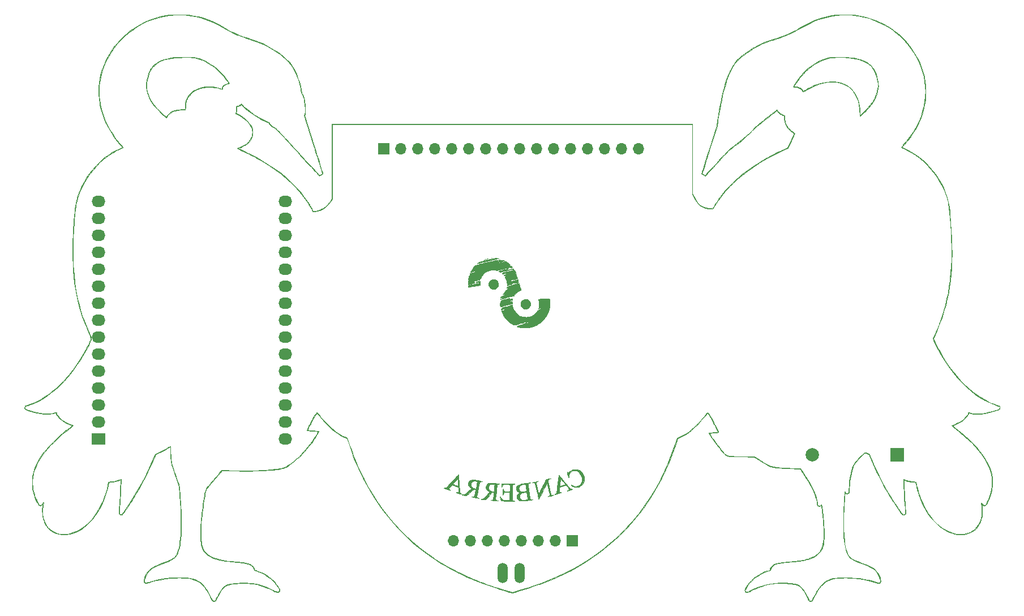
<source format=gbs>
G04 #@! TF.FileFunction,Soldermask,Bot*
%FSLAX46Y46*%
G04 Gerber Fmt 4.6, Leading zero omitted, Abs format (unit mm)*
G04 Created by KiCad (PCBNEW 4.0.4+e1-6308~48~ubuntu16.04.1-stable) date Sat Jan 14 12:07:25 2017*
%MOMM*%
%LPD*%
G01*
G04 APERTURE LIST*
%ADD10C,0.100000*%
%ADD11C,0.010000*%
%ADD12O,1.506220X3.014980*%
%ADD13O,2.032000X1.727200*%
%ADD14R,2.032000X1.727200*%
%ADD15R,1.700000X1.700000*%
%ADD16O,1.700000X1.700000*%
%ADD17R,2.000000X2.000000*%
%ADD18C,2.000000*%
G04 APERTURE END LIST*
D10*
D11*
G36*
X202908493Y-57904907D02*
X203176839Y-57908171D01*
X203425816Y-57913621D01*
X203645707Y-57921258D01*
X203826798Y-57931081D01*
X203959373Y-57943091D01*
X203960541Y-57943237D01*
X204815958Y-58077629D01*
X205643394Y-58262571D01*
X206445548Y-58498931D01*
X207225117Y-58787578D01*
X207984800Y-59129379D01*
X208529232Y-59413439D01*
X208724558Y-59526460D01*
X208952672Y-59666716D01*
X209200388Y-59825442D01*
X209454521Y-59993873D01*
X209701886Y-60163244D01*
X209929297Y-60324791D01*
X210123568Y-60469749D01*
X210154384Y-60493704D01*
X210792033Y-61028349D01*
X211387365Y-61599268D01*
X211938788Y-62203959D01*
X212444713Y-62839917D01*
X212903549Y-63504639D01*
X213313706Y-64195619D01*
X213673592Y-64910355D01*
X213981618Y-65646343D01*
X214236192Y-66401077D01*
X214435725Y-67172055D01*
X214455919Y-67265665D01*
X214565802Y-67896385D01*
X214637172Y-68556894D01*
X214669634Y-69232748D01*
X214662793Y-69909502D01*
X214616254Y-70572714D01*
X214558809Y-71028034D01*
X214410447Y-71812984D01*
X214204784Y-72588191D01*
X213942226Y-73352824D01*
X213623176Y-74106052D01*
X213248042Y-74847047D01*
X212817228Y-75574977D01*
X212331140Y-76289014D01*
X211790182Y-76988326D01*
X211456794Y-77380763D01*
X211351318Y-77502377D01*
X211261033Y-77609277D01*
X211192383Y-77693605D01*
X211151810Y-77747503D01*
X211143545Y-77762710D01*
X211169127Y-77783171D01*
X211237792Y-77820288D01*
X211338617Y-77868517D01*
X211442798Y-77914683D01*
X211848507Y-78102874D01*
X212275338Y-78327055D01*
X212707345Y-78578098D01*
X213128580Y-78846879D01*
X213401399Y-79035603D01*
X214022875Y-79514670D01*
X214612604Y-80037419D01*
X215168013Y-80599887D01*
X215686529Y-81198111D01*
X216165578Y-81828128D01*
X216602587Y-82485972D01*
X216994982Y-83167683D01*
X217340189Y-83869295D01*
X217635636Y-84586845D01*
X217878749Y-85316371D01*
X218066954Y-86053909D01*
X218116356Y-86297229D01*
X218146198Y-86459587D01*
X218172053Y-86613957D01*
X218195281Y-86771034D01*
X218217241Y-86941516D01*
X218239295Y-87136098D01*
X218262802Y-87365478D01*
X218289123Y-87640351D01*
X218294554Y-87698609D01*
X218403698Y-88987040D01*
X218486858Y-90225903D01*
X218543985Y-91417943D01*
X218575027Y-92565908D01*
X218579932Y-93672547D01*
X218558649Y-94740606D01*
X218511127Y-95772832D01*
X218437315Y-96771973D01*
X218337160Y-97740777D01*
X218210613Y-98681991D01*
X218074043Y-99508149D01*
X217884151Y-100451147D01*
X217653949Y-101395111D01*
X217381740Y-102345359D01*
X217065824Y-103307208D01*
X216704504Y-104285974D01*
X216296081Y-105286976D01*
X216044126Y-105863776D01*
X215808387Y-106391367D01*
X215889405Y-106584586D01*
X215969164Y-106767067D01*
X216070696Y-106987442D01*
X216187555Y-107232485D01*
X216313298Y-107488970D01*
X216441478Y-107743671D01*
X216565649Y-107983362D01*
X216629677Y-108103590D01*
X217100488Y-108934174D01*
X217605626Y-109743635D01*
X218141405Y-110527510D01*
X218704137Y-111281339D01*
X219290136Y-112000660D01*
X219895714Y-112681014D01*
X220517184Y-113317939D01*
X221150860Y-113906973D01*
X221793055Y-114443656D01*
X222005405Y-114607895D01*
X222571471Y-115011838D01*
X223152839Y-115378287D01*
X223742338Y-115703492D01*
X224332797Y-115983706D01*
X224917045Y-116215179D01*
X225346173Y-116354347D01*
X225521613Y-116414237D01*
X225645111Y-116478735D01*
X225723107Y-116553416D01*
X225762042Y-116643854D01*
X225769506Y-116720749D01*
X225766333Y-116807188D01*
X225752483Y-116877230D01*
X225721462Y-116935544D01*
X225666776Y-116986799D01*
X225581931Y-117035663D01*
X225460432Y-117086806D01*
X225295786Y-117144897D01*
X225083414Y-117213991D01*
X224476566Y-117391682D01*
X223894214Y-117529556D01*
X223339033Y-117627339D01*
X222813698Y-117684757D01*
X222320883Y-117701536D01*
X221863261Y-117677403D01*
X221443507Y-117612083D01*
X221366450Y-117594561D01*
X221226401Y-117561528D01*
X221133498Y-117543650D01*
X221078066Y-117542628D01*
X221050430Y-117560162D01*
X221040915Y-117597955D01*
X221039851Y-117651983D01*
X221035384Y-117708651D01*
X221017610Y-117763669D01*
X220979967Y-117828473D01*
X220915897Y-117914500D01*
X220826302Y-118024225D01*
X220484470Y-118393359D01*
X220115491Y-118712637D01*
X219721259Y-118980746D01*
X219303668Y-119196373D01*
X218930546Y-119337802D01*
X218818705Y-119376663D01*
X218731731Y-119412826D01*
X218682056Y-119440824D01*
X218675087Y-119450166D01*
X218697062Y-119476881D01*
X218758310Y-119533088D01*
X218851754Y-119612765D01*
X218970317Y-119709890D01*
X219106919Y-119818443D01*
X219120253Y-119828878D01*
X219855056Y-120418771D01*
X220533857Y-120996457D01*
X221157499Y-121563065D01*
X221726829Y-122119721D01*
X222242691Y-122667555D01*
X222705930Y-123207695D01*
X223117391Y-123741268D01*
X223477920Y-124269404D01*
X223788360Y-124793229D01*
X224049557Y-125313873D01*
X224262356Y-125832463D01*
X224427603Y-126350128D01*
X224546141Y-126867995D01*
X224588541Y-127130097D01*
X224611657Y-127358253D01*
X224624676Y-127626443D01*
X224627953Y-127918660D01*
X224621843Y-128218898D01*
X224606698Y-128511151D01*
X224582873Y-128779413D01*
X224550722Y-129007679D01*
X224546492Y-129030720D01*
X224438334Y-129496937D01*
X224288686Y-129980254D01*
X224103488Y-130463717D01*
X223888683Y-130930371D01*
X223863284Y-130980374D01*
X223779438Y-131139614D01*
X223711945Y-131253312D01*
X223652870Y-131329027D01*
X223594278Y-131374316D01*
X223528232Y-131396737D01*
X223446797Y-131403848D01*
X223418358Y-131404126D01*
X223316884Y-131399907D01*
X223249437Y-131381608D01*
X223191923Y-131340763D01*
X223165314Y-131315230D01*
X223108441Y-131264072D01*
X223069708Y-131239730D01*
X223062623Y-131240128D01*
X223060320Y-131273179D01*
X223065516Y-131350528D01*
X223077123Y-131458716D01*
X223085790Y-131526093D01*
X223105417Y-131724052D01*
X223117069Y-131958150D01*
X223120890Y-132211462D01*
X223117023Y-132467062D01*
X223105613Y-132708024D01*
X223086805Y-132917424D01*
X223073122Y-133014426D01*
X222972762Y-133461707D01*
X222827550Y-133876429D01*
X222638840Y-134256230D01*
X222407984Y-134598749D01*
X222136337Y-134901624D01*
X221854729Y-135140871D01*
X221508917Y-135362060D01*
X221134482Y-135534519D01*
X220735421Y-135657943D01*
X220315732Y-135732030D01*
X219879414Y-135756477D01*
X219430465Y-135730981D01*
X218972883Y-135655239D01*
X218510666Y-135528949D01*
X218204243Y-135417454D01*
X217709125Y-135188566D01*
X217226585Y-134904678D01*
X216758867Y-134568260D01*
X216308217Y-134181782D01*
X215876879Y-133747713D01*
X215467099Y-133268523D01*
X215081120Y-132746682D01*
X214721187Y-132184660D01*
X214389546Y-131584925D01*
X214088442Y-130949947D01*
X214038813Y-130834816D01*
X213895141Y-130485062D01*
X213763488Y-130138838D01*
X213640799Y-129786372D01*
X213524018Y-129417889D01*
X213410090Y-129023617D01*
X213295959Y-128593782D01*
X213178571Y-128118613D01*
X213143448Y-127970792D01*
X213131819Y-127942650D01*
X213105423Y-127923315D01*
X213053312Y-127909953D01*
X212964539Y-127899730D01*
X212831439Y-127890027D01*
X212446349Y-127846146D01*
X212051500Y-127767105D01*
X211700343Y-127666567D01*
X211585623Y-127628723D01*
X211492759Y-127599193D01*
X211434934Y-127582116D01*
X211422958Y-127579528D01*
X211413802Y-127607936D01*
X211408596Y-127690304D01*
X211407145Y-127822347D01*
X211409254Y-127999782D01*
X211414729Y-128218326D01*
X211423374Y-128473694D01*
X211434994Y-128761603D01*
X211449395Y-129077768D01*
X211466381Y-129417907D01*
X211485758Y-129777735D01*
X211507330Y-130152968D01*
X211530903Y-130539323D01*
X211556281Y-130932516D01*
X211583270Y-131328263D01*
X211611234Y-131716349D01*
X211626141Y-131929283D01*
X211638276Y-132126177D01*
X211647251Y-132298608D01*
X211652678Y-132438153D01*
X211654169Y-132536388D01*
X211651334Y-132584890D01*
X211651307Y-132584998D01*
X211598789Y-132683745D01*
X211505860Y-132759514D01*
X211389427Y-132800485D01*
X211337439Y-132804471D01*
X211242690Y-132795040D01*
X211162507Y-132773021D01*
X211149899Y-132766944D01*
X211099408Y-132722321D01*
X211022042Y-132631362D01*
X210920400Y-132498137D01*
X210797084Y-132326717D01*
X210654692Y-132121170D01*
X210495825Y-131885567D01*
X210323083Y-131623978D01*
X210139066Y-131340471D01*
X209946375Y-131039117D01*
X209747610Y-130723986D01*
X209545370Y-130399147D01*
X209342255Y-130068670D01*
X209140867Y-129736625D01*
X208943805Y-129407081D01*
X208753669Y-129084108D01*
X208573059Y-128771777D01*
X208404576Y-128474156D01*
X208385948Y-128440793D01*
X207827026Y-127398575D01*
X207289930Y-126315768D01*
X206772094Y-125186998D01*
X206276823Y-124021244D01*
X206164793Y-123747442D01*
X205872839Y-123634580D01*
X205753106Y-123588557D01*
X205655544Y-123551552D01*
X205591696Y-123527912D01*
X205572668Y-123521543D01*
X205543280Y-123541137D01*
X205479927Y-123595934D01*
X205389383Y-123679308D01*
X205278422Y-123784630D01*
X205153817Y-123905274D01*
X205022344Y-124034612D01*
X204890776Y-124166017D01*
X204765887Y-124292862D01*
X204654452Y-124408520D01*
X204563243Y-124506363D01*
X204542473Y-124529417D01*
X204354821Y-124743030D01*
X204202759Y-124925136D01*
X204080316Y-125085242D01*
X203981522Y-125232858D01*
X203900408Y-125377492D01*
X203831004Y-125528654D01*
X203767341Y-125695853D01*
X203718188Y-125842402D01*
X203605437Y-126215810D01*
X203509957Y-126585604D01*
X203430078Y-126961863D01*
X203364131Y-127354668D01*
X203310447Y-127774097D01*
X203267358Y-128230230D01*
X203233193Y-128733148D01*
X203229942Y-128791138D01*
X203218497Y-128975193D01*
X203205538Y-129143860D01*
X203192061Y-129286707D01*
X203179064Y-129393305D01*
X203167543Y-129453223D01*
X203166335Y-129456710D01*
X203117052Y-129530023D01*
X203052821Y-129580790D01*
X202950201Y-129613656D01*
X202835351Y-129621078D01*
X202733254Y-129603086D01*
X202688822Y-129580342D01*
X202637505Y-129546348D01*
X202607746Y-129548146D01*
X202590342Y-129593550D01*
X202578130Y-129674298D01*
X202569414Y-129758867D01*
X202558126Y-129893811D01*
X202544767Y-130071199D01*
X202529836Y-130283095D01*
X202513837Y-130521567D01*
X202497270Y-130778681D01*
X202480636Y-131046503D01*
X202464437Y-131317099D01*
X202449173Y-131582537D01*
X202435346Y-131834882D01*
X202423458Y-132066202D01*
X202414009Y-132268561D01*
X202413532Y-132279577D01*
X202403441Y-132560618D01*
X202395551Y-132877394D01*
X202389861Y-133219675D01*
X202386372Y-133577231D01*
X202385081Y-133939831D01*
X202385989Y-134297243D01*
X202389094Y-134639238D01*
X202394397Y-134955584D01*
X202401896Y-135236052D01*
X202411591Y-135470410D01*
X202413753Y-135510140D01*
X202454766Y-136092916D01*
X202508471Y-136629123D01*
X202574551Y-137117180D01*
X202652688Y-137555510D01*
X202742568Y-137942534D01*
X202843873Y-138276672D01*
X202956286Y-138556346D01*
X203064472Y-138756665D01*
X203182792Y-138924801D01*
X203318881Y-139078658D01*
X203478069Y-139221559D01*
X203665686Y-139356825D01*
X203887059Y-139487779D01*
X204147518Y-139617742D01*
X204452393Y-139750035D01*
X204807012Y-139887980D01*
X204982380Y-139952116D01*
X205251192Y-140049395D01*
X205473653Y-140131373D01*
X205658654Y-140201649D01*
X205815090Y-140263824D01*
X205951855Y-140321500D01*
X206077842Y-140378278D01*
X206201946Y-140437757D01*
X206288532Y-140480944D01*
X206668915Y-140699088D01*
X206997979Y-140944077D01*
X207277038Y-141217469D01*
X207507403Y-141520819D01*
X207690385Y-141855681D01*
X207827297Y-142223612D01*
X207860780Y-142345376D01*
X207900832Y-142513993D01*
X207922841Y-142639484D01*
X207927406Y-142734060D01*
X207915129Y-142809927D01*
X207887020Y-142878503D01*
X207826970Y-142959296D01*
X207743561Y-143007414D01*
X207631047Y-143023201D01*
X207483684Y-143006999D01*
X207295723Y-142959151D01*
X207176956Y-142920831D01*
X206609944Y-142747176D01*
X205998539Y-142595680D01*
X205352985Y-142467911D01*
X204683526Y-142365437D01*
X204000409Y-142289826D01*
X203313878Y-142242645D01*
X202634179Y-142225461D01*
X202632150Y-142225456D01*
X202113686Y-142233143D01*
X201645918Y-142259756D01*
X201223808Y-142306812D01*
X200842316Y-142375825D01*
X200496404Y-142468312D01*
X200181033Y-142585789D01*
X199891164Y-142729771D01*
X199621758Y-142901775D01*
X199367778Y-143103317D01*
X199201870Y-143257459D01*
X199055054Y-143407142D01*
X198920523Y-143556746D01*
X198793632Y-143713238D01*
X198669739Y-143883583D01*
X198544201Y-144074747D01*
X198412373Y-144293694D01*
X198269614Y-144547390D01*
X198111279Y-144842800D01*
X197990495Y-145074643D01*
X197899873Y-145246105D01*
X197814367Y-145400408D01*
X197738940Y-145529132D01*
X197678554Y-145623860D01*
X197638172Y-145676175D01*
X197633398Y-145680447D01*
X197542299Y-145723371D01*
X197427590Y-145739888D01*
X197313650Y-145729554D01*
X197224858Y-145691925D01*
X197219876Y-145687977D01*
X197189272Y-145647533D01*
X197137906Y-145562874D01*
X197070409Y-145442364D01*
X196991412Y-145294368D01*
X196905545Y-145127251D01*
X196868350Y-145052977D01*
X196670981Y-144671464D01*
X196483281Y-144343156D01*
X196301667Y-144064391D01*
X196122558Y-143831504D01*
X195942372Y-143640834D01*
X195757528Y-143488718D01*
X195564443Y-143371493D01*
X195359535Y-143285497D01*
X195139224Y-143227066D01*
X195070541Y-143214521D01*
X194324683Y-143109328D01*
X193613894Y-143047462D01*
X192933884Y-143029121D01*
X192280361Y-143054504D01*
X191649034Y-143123807D01*
X191035611Y-143237227D01*
X190435802Y-143394963D01*
X190311690Y-143433571D01*
X190029647Y-143527264D01*
X189755213Y-143626430D01*
X189477010Y-143735733D01*
X189183658Y-143859838D01*
X188863781Y-144003410D01*
X188505998Y-144171114D01*
X188464771Y-144190789D01*
X188284326Y-144276186D01*
X188147708Y-144338308D01*
X188046621Y-144380196D01*
X187972767Y-144404886D01*
X187917846Y-144415418D01*
X187873562Y-144414830D01*
X187859082Y-144412568D01*
X187727379Y-144363607D01*
X187638204Y-144274861D01*
X187592839Y-144147689D01*
X187590167Y-144127885D01*
X187586079Y-144059880D01*
X187593887Y-143996860D01*
X187618195Y-143924064D01*
X187663608Y-143826731D01*
X187715263Y-143726902D01*
X187898690Y-143420667D01*
X188127615Y-143106463D01*
X188392305Y-142795265D01*
X188683028Y-142498052D01*
X188990050Y-142225801D01*
X189173069Y-142082683D01*
X189564029Y-141815614D01*
X189977870Y-141575871D01*
X190400933Y-141370341D01*
X190819560Y-141205909D01*
X191063586Y-141129656D01*
X191360601Y-141046572D01*
X191394939Y-140911969D01*
X191480716Y-140690719D01*
X191618248Y-140496416D01*
X191807456Y-140329122D01*
X192048262Y-140188902D01*
X192340586Y-140075817D01*
X192494898Y-140032276D01*
X192628900Y-140000341D01*
X192770241Y-139971199D01*
X192925550Y-139943983D01*
X193101456Y-139917826D01*
X193304589Y-139891860D01*
X193541578Y-139865219D01*
X193819052Y-139837037D01*
X194143641Y-139806446D01*
X194395264Y-139783771D01*
X194843354Y-139742242D01*
X195239493Y-139701557D01*
X195590090Y-139660641D01*
X195901553Y-139618422D01*
X196180290Y-139573826D01*
X196432711Y-139525782D01*
X196665223Y-139473215D01*
X196884235Y-139415052D01*
X197096156Y-139350221D01*
X197207666Y-139312832D01*
X197637336Y-139141760D01*
X198022215Y-138940773D01*
X198360305Y-138711267D01*
X198649610Y-138454636D01*
X198888135Y-138172276D01*
X198933899Y-138106392D01*
X199064137Y-137868815D01*
X199173004Y-137577445D01*
X199260504Y-137232220D01*
X199326641Y-136833079D01*
X199371420Y-136379961D01*
X199394844Y-135872807D01*
X199396917Y-135311554D01*
X199377643Y-134696142D01*
X199337027Y-134026510D01*
X199275072Y-133302598D01*
X199259675Y-133146893D01*
X199244110Y-132999522D01*
X199224590Y-132825066D01*
X199202161Y-132631874D01*
X199177868Y-132428295D01*
X199152754Y-132222680D01*
X199127867Y-132023378D01*
X199104249Y-131838740D01*
X199082947Y-131677116D01*
X199065006Y-131546854D01*
X199051469Y-131456305D01*
X199043382Y-131413820D01*
X199042545Y-131411866D01*
X199016083Y-131419833D01*
X198955550Y-131447912D01*
X198922342Y-131464799D01*
X198783288Y-131510519D01*
X198650977Y-131503778D01*
X198535693Y-131445921D01*
X198496935Y-131409087D01*
X198446355Y-131335413D01*
X198415229Y-131241065D01*
X198399373Y-131137226D01*
X198347407Y-130770711D01*
X198271678Y-130406587D01*
X198169989Y-130039625D01*
X198040141Y-129664597D01*
X197879939Y-129276275D01*
X197687184Y-128869431D01*
X197459680Y-128438836D01*
X197195230Y-127979262D01*
X196891636Y-127485481D01*
X196812232Y-127360563D01*
X196688400Y-127166360D01*
X196552936Y-126953034D01*
X196417058Y-126738306D01*
X196291980Y-126539896D01*
X196202411Y-126397115D01*
X196112270Y-126253743D01*
X196031779Y-126127208D01*
X195966425Y-126026022D01*
X195921698Y-125958695D01*
X195903990Y-125934436D01*
X195869789Y-125927626D01*
X195784381Y-125919935D01*
X195654934Y-125911740D01*
X195488618Y-125903418D01*
X195292604Y-125895345D01*
X195074059Y-125887899D01*
X194949449Y-125884278D01*
X194525882Y-125870500D01*
X194103274Y-125852557D01*
X193688693Y-125830965D01*
X193289207Y-125806242D01*
X192911886Y-125778904D01*
X192563798Y-125749470D01*
X192252010Y-125718456D01*
X191983593Y-125686378D01*
X191765615Y-125653755D01*
X191742265Y-125649665D01*
X191597026Y-125617681D01*
X191446141Y-125571394D01*
X191284102Y-125507985D01*
X191105402Y-125424632D01*
X190904535Y-125318517D01*
X190675991Y-125186819D01*
X190414265Y-125026719D01*
X190113848Y-124835397D01*
X189972255Y-124743384D01*
X189790206Y-124626018D01*
X189608998Y-124511938D01*
X189439269Y-124407641D01*
X189291661Y-124319622D01*
X189176811Y-124254376D01*
X189136056Y-124232859D01*
X188894675Y-124110776D01*
X187194562Y-124095821D01*
X186778322Y-124091998D01*
X186415949Y-124087871D01*
X186102922Y-124082715D01*
X185834717Y-124075808D01*
X185606814Y-124066426D01*
X185414690Y-124053845D01*
X185253823Y-124037343D01*
X185119691Y-124016196D01*
X185007772Y-123989681D01*
X184913544Y-123957074D01*
X184832485Y-123917652D01*
X184760073Y-123870692D01*
X184691786Y-123815470D01*
X184623101Y-123751262D01*
X184549497Y-123677347D01*
X184544097Y-123671844D01*
X184341934Y-123456537D01*
X184116770Y-123200356D01*
X183875868Y-122912361D01*
X183626494Y-122601612D01*
X183375911Y-122277169D01*
X183131383Y-121948093D01*
X182900176Y-121623443D01*
X182890192Y-121609069D01*
X182783592Y-121452540D01*
X182674480Y-121287217D01*
X182567728Y-121121032D01*
X182468208Y-120961914D01*
X182380793Y-120817793D01*
X182310356Y-120696600D01*
X182261768Y-120606265D01*
X182239902Y-120554718D01*
X182239161Y-120549481D01*
X182250924Y-120529432D01*
X182290768Y-120513197D01*
X182365529Y-120499707D01*
X182482042Y-120487891D01*
X182647141Y-120476677D01*
X182735483Y-120471736D01*
X182912517Y-120460187D01*
X183087127Y-120445097D01*
X183248879Y-120427753D01*
X183387335Y-120409441D01*
X183492062Y-120391449D01*
X183552624Y-120375062D01*
X183561516Y-120369888D01*
X183553493Y-120340450D01*
X183521608Y-120265875D01*
X183469158Y-120152715D01*
X183399442Y-120007522D01*
X183315760Y-119836847D01*
X183221409Y-119647243D01*
X183119688Y-119445261D01*
X183013895Y-119237454D01*
X182907330Y-119030372D01*
X182803291Y-118830569D01*
X182705076Y-118644596D01*
X182615985Y-118479004D01*
X182543177Y-118347204D01*
X182454863Y-118194753D01*
X182361904Y-118042106D01*
X182269849Y-117897549D01*
X182184246Y-117769362D01*
X182110645Y-117665831D01*
X182054594Y-117595238D01*
X182021644Y-117565866D01*
X182019506Y-117565505D01*
X181985802Y-117587570D01*
X181932891Y-117644663D01*
X181887066Y-117704183D01*
X181747038Y-117889240D01*
X181570840Y-118105240D01*
X181365898Y-118344281D01*
X181139638Y-118598463D01*
X180899486Y-118859885D01*
X180652868Y-119120646D01*
X180407211Y-119372845D01*
X180169941Y-119608582D01*
X179948484Y-119819955D01*
X179750266Y-119999063D01*
X179650514Y-120083699D01*
X179267427Y-120387305D01*
X178908686Y-120646540D01*
X178566917Y-120866061D01*
X178234749Y-121050521D01*
X177904809Y-121204578D01*
X177819527Y-121239805D01*
X177533292Y-121354992D01*
X177262578Y-122168122D01*
X176774616Y-123550650D01*
X176244698Y-124892979D01*
X175672887Y-126195007D01*
X175059243Y-127456634D01*
X174403828Y-128677757D01*
X173706705Y-129858276D01*
X172967934Y-130998088D01*
X172187578Y-132097092D01*
X171365697Y-133155187D01*
X170502355Y-134172272D01*
X169597612Y-135148244D01*
X169020898Y-135727775D01*
X168062720Y-136626239D01*
X167068648Y-137482066D01*
X166037707Y-138295853D01*
X164968926Y-139068196D01*
X163861330Y-139799691D01*
X162713948Y-140490936D01*
X161525806Y-141142527D01*
X160295931Y-141755060D01*
X159023350Y-142329133D01*
X157707090Y-142865341D01*
X156868357Y-143179141D01*
X156692712Y-143241595D01*
X156482558Y-143314455D01*
X156243270Y-143395991D01*
X155980224Y-143484470D01*
X155698797Y-143578163D01*
X155404364Y-143675338D01*
X155102302Y-143774264D01*
X154797986Y-143873210D01*
X154496794Y-143970444D01*
X154204101Y-144064236D01*
X153925284Y-144152855D01*
X153665718Y-144234570D01*
X153430780Y-144307649D01*
X153225845Y-144370362D01*
X153056291Y-144420977D01*
X152927492Y-144457763D01*
X152844827Y-144478990D01*
X152816920Y-144483666D01*
X152773810Y-144474867D01*
X152680426Y-144449558D01*
X152541997Y-144409367D01*
X152363751Y-144355926D01*
X152150916Y-144290864D01*
X151908720Y-144215812D01*
X151642392Y-144132401D01*
X151357159Y-144042259D01*
X151058250Y-143947017D01*
X150750892Y-143848307D01*
X150440314Y-143747756D01*
X150131743Y-143646997D01*
X150095023Y-143634945D01*
X149328402Y-143377537D01*
X148609041Y-143123829D01*
X147926361Y-142869541D01*
X147269779Y-142610392D01*
X146628715Y-142342099D01*
X145992588Y-142060382D01*
X145350815Y-141760958D01*
X144796058Y-141490861D01*
X144049968Y-141111948D01*
X143347534Y-140735521D01*
X142674952Y-140353677D01*
X142018419Y-139958516D01*
X141364132Y-139542132D01*
X141175828Y-139418264D01*
X140065783Y-138648692D01*
X138996980Y-137837873D01*
X137969368Y-136985748D01*
X136982893Y-136092258D01*
X136037503Y-135157343D01*
X135133146Y-134180944D01*
X134269769Y-133163001D01*
X133447321Y-132103455D01*
X132665748Y-131002246D01*
X131924999Y-129859316D01*
X131225021Y-128674604D01*
X130565761Y-127448051D01*
X130476704Y-127272977D01*
X130119381Y-126547071D01*
X129785023Y-125827938D01*
X129468772Y-125103874D01*
X129165770Y-124363177D01*
X128871159Y-123594143D01*
X128580080Y-122785070D01*
X128417900Y-122313362D01*
X128092885Y-121353517D01*
X127909617Y-121284621D01*
X127723997Y-121206482D01*
X127506762Y-121101456D01*
X127272950Y-120977765D01*
X127037602Y-120843634D01*
X126815756Y-120707286D01*
X126645884Y-120593575D01*
X126203374Y-120260724D01*
X125750345Y-119878708D01*
X125293542Y-119454145D01*
X124839706Y-118993653D01*
X124395580Y-118503848D01*
X123967907Y-117991348D01*
X123875789Y-117875053D01*
X123785156Y-117761416D01*
X123706643Y-117666535D01*
X123647475Y-117598880D01*
X123614880Y-117566924D01*
X123611734Y-117565505D01*
X123574727Y-117590651D01*
X123514422Y-117662691D01*
X123434107Y-117776531D01*
X123337067Y-117927076D01*
X123226588Y-118109233D01*
X123105956Y-118317908D01*
X122980876Y-118543551D01*
X122883102Y-118725136D01*
X122780359Y-118918880D01*
X122676100Y-119117981D01*
X122573775Y-119315636D01*
X122476838Y-119505044D01*
X122388739Y-119679401D01*
X122312932Y-119831906D01*
X122252866Y-119955757D01*
X122211995Y-120044150D01*
X122193770Y-120090284D01*
X122193457Y-120095280D01*
X122235302Y-120109698D01*
X122331552Y-120126012D01*
X122478267Y-120143803D01*
X122671505Y-120162651D01*
X122907327Y-120182136D01*
X123181792Y-120201839D01*
X123214623Y-120204032D01*
X123397213Y-120217023D01*
X123559805Y-120230277D01*
X123693459Y-120242925D01*
X123789233Y-120254102D01*
X123838188Y-120262940D01*
X123842306Y-120264895D01*
X123840224Y-120301402D01*
X123810206Y-120379904D01*
X123756199Y-120493479D01*
X123682145Y-120635203D01*
X123591991Y-120798153D01*
X123489682Y-120975404D01*
X123379161Y-121160033D01*
X123264375Y-121345116D01*
X123149268Y-121523731D01*
X123037785Y-121688953D01*
X123001038Y-121741367D01*
X122691873Y-122161801D01*
X122365461Y-122576571D01*
X122025568Y-122982222D01*
X121675960Y-123375299D01*
X121320403Y-123752346D01*
X120962663Y-124109909D01*
X120606507Y-124444533D01*
X120255701Y-124752763D01*
X119914010Y-125031143D01*
X119585200Y-125276220D01*
X119273039Y-125484538D01*
X118981291Y-125652641D01*
X118713723Y-125777076D01*
X118534793Y-125838648D01*
X118342117Y-125884908D01*
X118095997Y-125930296D01*
X117801378Y-125974337D01*
X117463205Y-126016556D01*
X117086424Y-126056478D01*
X116675981Y-126093631D01*
X116236819Y-126127538D01*
X115773886Y-126157726D01*
X115292125Y-126183720D01*
X114796483Y-126205046D01*
X114666403Y-126209752D01*
X114425433Y-126216421D01*
X114134379Y-126221633D01*
X113801531Y-126225426D01*
X113435176Y-126227838D01*
X113043604Y-126228904D01*
X112635101Y-126228663D01*
X112217957Y-126227151D01*
X111800460Y-126224405D01*
X111390899Y-126220463D01*
X110997562Y-126215361D01*
X110628736Y-126209136D01*
X110292712Y-126201826D01*
X109997777Y-126193468D01*
X109850378Y-126188216D01*
X109382035Y-126169935D01*
X109046694Y-126590076D01*
X108935704Y-126726344D01*
X108794713Y-126895128D01*
X108632917Y-127085670D01*
X108459514Y-127287206D01*
X108283700Y-127488978D01*
X108122086Y-127671902D01*
X107883547Y-127940950D01*
X107681528Y-128171948D01*
X107512684Y-128369514D01*
X107373672Y-128538264D01*
X107261147Y-128682814D01*
X107171765Y-128807780D01*
X107102182Y-128917779D01*
X107049052Y-129017426D01*
X107009033Y-129111340D01*
X106978778Y-129204134D01*
X106960641Y-129275098D01*
X106899990Y-129555432D01*
X106835986Y-129885660D01*
X106769857Y-130257466D01*
X106702834Y-130662532D01*
X106636147Y-131092542D01*
X106571025Y-131539179D01*
X106508698Y-131994126D01*
X106450395Y-132449067D01*
X106397346Y-132895685D01*
X106350781Y-133325663D01*
X106328576Y-133549988D01*
X106307736Y-133802299D01*
X106289591Y-134088702D01*
X106274329Y-134399509D01*
X106262135Y-134725028D01*
X106253198Y-135055572D01*
X106247703Y-135381451D01*
X106245839Y-135692975D01*
X106247791Y-135980454D01*
X106253747Y-136234200D01*
X106263894Y-136444523D01*
X106270991Y-136534607D01*
X106310861Y-136895967D01*
X106359499Y-137207241D01*
X106419940Y-137476450D01*
X106495215Y-137711616D01*
X106588360Y-137920762D01*
X106702405Y-138111910D01*
X106840385Y-138293082D01*
X107002610Y-138469550D01*
X107182979Y-138640913D01*
X107361588Y-138785350D01*
X107554911Y-138914346D01*
X107779420Y-139039382D01*
X107922265Y-139110676D01*
X108183928Y-139227148D01*
X108462759Y-139330561D01*
X108764496Y-139422156D01*
X109094883Y-139503172D01*
X109459659Y-139574848D01*
X109864567Y-139638424D01*
X110315347Y-139695141D01*
X110817741Y-139746237D01*
X110900196Y-139753698D01*
X111284857Y-139788270D01*
X111616868Y-139818890D01*
X111901779Y-139846291D01*
X112145142Y-139871209D01*
X112352508Y-139894375D01*
X112529429Y-139916524D01*
X112681456Y-139938389D01*
X112814140Y-139960704D01*
X112933034Y-139984203D01*
X113043688Y-140009619D01*
X113151655Y-140037685D01*
X113241926Y-140063149D01*
X113512411Y-140157147D01*
X113734990Y-140269909D01*
X113918420Y-140406098D01*
X113960799Y-140445939D01*
X114048384Y-140546950D01*
X114129448Y-140665994D01*
X114194698Y-140786619D01*
X114234841Y-140892376D01*
X114243069Y-140945640D01*
X114249197Y-140987041D01*
X114273619Y-141020694D01*
X114325397Y-141051624D01*
X114413590Y-141084853D01*
X114547260Y-141125404D01*
X114588556Y-141137193D01*
X115076965Y-141303236D01*
X115554657Y-141519381D01*
X116015278Y-141780737D01*
X116452476Y-142082409D01*
X116859896Y-142419506D01*
X117231186Y-142787134D01*
X117559992Y-143180399D01*
X117839961Y-143594410D01*
X117889704Y-143679568D01*
X117962052Y-143812144D01*
X118007257Y-143911194D01*
X118030855Y-143991578D01*
X118038384Y-144068155D01*
X118038472Y-144078764D01*
X118014805Y-144220122D01*
X117946537Y-144327069D01*
X117837768Y-144394456D01*
X117774018Y-144410964D01*
X117730418Y-144415715D01*
X117684293Y-144412758D01*
X117627518Y-144399108D01*
X117551971Y-144371782D01*
X117449526Y-144327795D01*
X117312060Y-144264163D01*
X117131448Y-144177901D01*
X117105333Y-144165330D01*
X116556463Y-143910947D01*
X116041792Y-143693981D01*
X115552915Y-143511918D01*
X115081429Y-143362242D01*
X114618929Y-143242441D01*
X114157012Y-143149999D01*
X113687273Y-143082402D01*
X113381805Y-143051291D01*
X113116225Y-143034830D01*
X112823118Y-143028214D01*
X112510341Y-143030736D01*
X112185754Y-143041692D01*
X111857215Y-143060376D01*
X111532582Y-143086083D01*
X111219714Y-143118108D01*
X110926469Y-143155747D01*
X110660707Y-143198293D01*
X110430285Y-143245042D01*
X110243062Y-143295288D01*
X110114808Y-143344439D01*
X109943243Y-143439074D01*
X109781430Y-143554982D01*
X109625680Y-143696856D01*
X109472307Y-143869389D01*
X109317626Y-144077273D01*
X109157948Y-144325203D01*
X108989588Y-144617870D01*
X108808859Y-144959968D01*
X108742371Y-145091506D01*
X108654222Y-145263661D01*
X108571625Y-145417585D01*
X108499244Y-145545118D01*
X108441744Y-145638102D01*
X108403791Y-145688377D01*
X108398544Y-145692884D01*
X108302525Y-145731284D01*
X108184613Y-145739724D01*
X108069720Y-145719380D01*
X107984858Y-145673379D01*
X107951208Y-145629355D01*
X107895858Y-145541453D01*
X107823529Y-145417863D01*
X107738944Y-145266777D01*
X107646825Y-145096387D01*
X107589868Y-144988230D01*
X107415406Y-144658560D01*
X107259375Y-144375593D01*
X107117079Y-144132418D01*
X106983820Y-143922124D01*
X106854900Y-143737798D01*
X106725623Y-143572530D01*
X106591291Y-143419409D01*
X106447205Y-143271522D01*
X106377408Y-143204343D01*
X106109611Y-142975268D01*
X105825232Y-142781415D01*
X105517512Y-142620019D01*
X105179694Y-142488316D01*
X104805022Y-142383542D01*
X104386736Y-142302933D01*
X104068472Y-142259878D01*
X103892784Y-142244863D01*
X103670387Y-142234076D01*
X103412802Y-142227440D01*
X103131551Y-142224875D01*
X102838157Y-142226306D01*
X102544141Y-142231655D01*
X102261026Y-142240843D01*
X102000333Y-142253794D01*
X101773585Y-142270431D01*
X101718242Y-142275689D01*
X100932928Y-142369099D01*
X100198382Y-142486005D01*
X99511665Y-142626983D01*
X98869842Y-142792606D01*
X98498436Y-142906208D01*
X98295614Y-142968428D01*
X98137619Y-143006945D01*
X98016065Y-143022099D01*
X97922568Y-143014227D01*
X97848743Y-142983672D01*
X97790120Y-142934911D01*
X97740368Y-142875541D01*
X97715721Y-142816961D01*
X97708750Y-142735617D01*
X97709561Y-142679451D01*
X97727095Y-142524788D01*
X97768746Y-142337492D01*
X97829288Y-142135411D01*
X97903494Y-141936393D01*
X97970238Y-141789272D01*
X98154875Y-141471611D01*
X98373934Y-141192372D01*
X98525591Y-141037872D01*
X98683319Y-140898471D01*
X98851823Y-140769429D01*
X99037545Y-140647386D01*
X99246923Y-140528980D01*
X99486398Y-140410850D01*
X99762410Y-140289635D01*
X100081399Y-140161975D01*
X100449805Y-140024507D01*
X100506633Y-140003949D01*
X100907639Y-139854235D01*
X101255470Y-139712869D01*
X101554352Y-139577491D01*
X101808509Y-139445738D01*
X102022168Y-139315249D01*
X102199552Y-139183664D01*
X102344889Y-139048620D01*
X102458464Y-138913148D01*
X102596713Y-138693541D01*
X102721099Y-138429459D01*
X102832031Y-138119122D01*
X102929924Y-137760749D01*
X103015188Y-137352559D01*
X103088236Y-136892771D01*
X103149481Y-136379604D01*
X103199333Y-135811276D01*
X103209636Y-135666655D01*
X103219646Y-135479053D01*
X103227836Y-135241941D01*
X103234206Y-134964172D01*
X103238758Y-134654596D01*
X103241490Y-134322067D01*
X103242404Y-133975436D01*
X103241501Y-133623556D01*
X103238779Y-133275279D01*
X103234241Y-132939456D01*
X103227885Y-132624941D01*
X103219714Y-132340586D01*
X103209726Y-132095242D01*
X103209479Y-132090218D01*
X103194207Y-131798288D01*
X103176195Y-131484049D01*
X103155952Y-131154371D01*
X103133987Y-130816125D01*
X103110810Y-130476183D01*
X103086930Y-130141416D01*
X103062857Y-129818695D01*
X103039100Y-129514891D01*
X103016169Y-129236876D01*
X102994573Y-128991520D01*
X102974821Y-128785694D01*
X102957423Y-128626271D01*
X102946478Y-128542977D01*
X102932447Y-128485326D01*
X102900827Y-128378311D01*
X102853493Y-128227616D01*
X102792317Y-128038929D01*
X102719175Y-127817935D01*
X102635939Y-127570321D01*
X102544484Y-127301773D01*
X102446685Y-127017978D01*
X102393237Y-126864241D01*
X102285612Y-126553530D01*
X102184848Y-126258562D01*
X102092719Y-125984779D01*
X102011003Y-125737621D01*
X101941474Y-125522528D01*
X101885908Y-125344942D01*
X101846082Y-125210302D01*
X101823771Y-125124050D01*
X101821464Y-125112517D01*
X101784735Y-124877046D01*
X101750868Y-124596560D01*
X101720879Y-124284405D01*
X101695781Y-123953927D01*
X101676590Y-123618473D01*
X101664320Y-123291390D01*
X101659987Y-122988551D01*
X101658934Y-122848823D01*
X101656155Y-122733016D01*
X101652053Y-122652077D01*
X101647033Y-122616951D01*
X101646232Y-122616310D01*
X101618190Y-122631472D01*
X101550822Y-122673033D01*
X101453452Y-122735103D01*
X101335406Y-122811793D01*
X101301955Y-122833744D01*
X100926573Y-123064012D01*
X100517550Y-123285492D01*
X100099494Y-123485364D01*
X99838972Y-123595858D01*
X99455598Y-123749613D01*
X99370683Y-123963938D01*
X98963843Y-124943770D01*
X98512234Y-125944229D01*
X98020817Y-126955342D01*
X97494551Y-127967134D01*
X96938397Y-128969632D01*
X96556260Y-129623206D01*
X96377533Y-129919683D01*
X96191958Y-130222203D01*
X96002376Y-130526497D01*
X95811626Y-130828297D01*
X95622548Y-131123336D01*
X95437980Y-131407344D01*
X95260764Y-131676055D01*
X95093737Y-131925200D01*
X94939741Y-132150511D01*
X94801614Y-132347719D01*
X94682196Y-132512557D01*
X94584326Y-132640757D01*
X94510845Y-132728050D01*
X94464592Y-132770169D01*
X94461510Y-132771760D01*
X94334133Y-132803487D01*
X94206049Y-132791044D01*
X94093941Y-132739020D01*
X94014488Y-132652007D01*
X94012379Y-132648152D01*
X94001462Y-132622674D01*
X93993163Y-132588479D01*
X93987649Y-132540694D01*
X93985086Y-132474449D01*
X93985643Y-132384874D01*
X93989486Y-132267096D01*
X93996780Y-132116245D01*
X94007694Y-131927450D01*
X94022394Y-131695839D01*
X94041047Y-131416543D01*
X94063820Y-131084690D01*
X94067982Y-131024586D01*
X94093282Y-130639252D01*
X94119350Y-130203389D01*
X94145774Y-129724849D01*
X94172139Y-129211481D01*
X94198032Y-128671135D01*
X94223038Y-128111662D01*
X94229401Y-127962681D01*
X94235929Y-127798816D01*
X94238817Y-127684940D01*
X94237337Y-127612725D01*
X94230760Y-127573842D01*
X94218358Y-127559961D01*
X94199403Y-127562755D01*
X94194594Y-127564651D01*
X93828505Y-127694315D01*
X93432477Y-127796415D01*
X93030665Y-127865370D01*
X92791248Y-127888893D01*
X92655487Y-127899036D01*
X92567202Y-127909372D01*
X92515536Y-127922734D01*
X92489635Y-127941958D01*
X92478643Y-127969880D01*
X92478494Y-127970575D01*
X92287206Y-128776882D01*
X92061805Y-129550278D01*
X91803479Y-130288730D01*
X91513415Y-130990206D01*
X91192800Y-131652672D01*
X90842821Y-132274096D01*
X90464664Y-132852445D01*
X90059517Y-133385686D01*
X89628568Y-133871787D01*
X89173002Y-134308714D01*
X88694007Y-134694435D01*
X88454533Y-134861849D01*
X87975831Y-135151529D01*
X87496244Y-135383422D01*
X87014060Y-135558125D01*
X86527565Y-135676237D01*
X86035045Y-135738353D01*
X85923529Y-135744660D01*
X85465207Y-135740049D01*
X85031810Y-135685251D01*
X84625304Y-135580864D01*
X84247657Y-135427488D01*
X83900836Y-135225721D01*
X83686462Y-135063573D01*
X83392597Y-134787829D01*
X83144654Y-134488189D01*
X82939084Y-134158676D01*
X82772334Y-133793311D01*
X82640852Y-133386116D01*
X82605042Y-133243436D01*
X82566080Y-133031167D01*
X82537102Y-132777261D01*
X82518656Y-132497704D01*
X82511288Y-132208483D01*
X82515546Y-131925583D01*
X82531977Y-131664991D01*
X82546598Y-131535505D01*
X82563370Y-131406002D01*
X82575626Y-131299934D01*
X82582075Y-131229314D01*
X82581987Y-131206084D01*
X82558760Y-131219941D01*
X82508316Y-131264442D01*
X82470686Y-131300969D01*
X82398091Y-131365351D01*
X82331747Y-131395631D01*
X82242323Y-131404004D01*
X82222570Y-131404126D01*
X82133097Y-131398145D01*
X82058936Y-131375398D01*
X81992752Y-131328676D01*
X81927207Y-131250771D01*
X81854964Y-131134476D01*
X81768687Y-130972582D01*
X81754023Y-130943804D01*
X81496097Y-130381845D01*
X81287119Y-129810696D01*
X81130029Y-129239087D01*
X81057760Y-128875151D01*
X81033363Y-128682572D01*
X81016138Y-128448083D01*
X81006082Y-128186337D01*
X81003195Y-127911987D01*
X81007475Y-127639685D01*
X81018919Y-127384083D01*
X81037525Y-127159834D01*
X81057992Y-127010397D01*
X81169471Y-126490747D01*
X81323231Y-125975272D01*
X81520444Y-125462391D01*
X81762284Y-124950524D01*
X82049922Y-124438091D01*
X82384532Y-123923512D01*
X82767286Y-123405207D01*
X83199356Y-122881595D01*
X83681917Y-122351098D01*
X84216140Y-121812134D01*
X84803197Y-121263124D01*
X85444263Y-120702487D01*
X86140509Y-120128643D01*
X86201977Y-120079442D01*
X86357717Y-119955381D01*
X86506866Y-119837164D01*
X86640279Y-119731994D01*
X86748817Y-119647070D01*
X86823336Y-119589595D01*
X86836075Y-119579988D01*
X86909868Y-119520275D01*
X86959803Y-119471180D01*
X86973515Y-119448609D01*
X86947850Y-119427676D01*
X86878689Y-119396849D01*
X86778880Y-119361541D01*
X86733556Y-119347468D01*
X86529621Y-119275101D01*
X86299524Y-119174701D01*
X86061852Y-119055741D01*
X85835193Y-118927698D01*
X85638134Y-118800045D01*
X85587782Y-118763403D01*
X85317442Y-118541044D01*
X85050128Y-118286118D01*
X84808806Y-118020939D01*
X84751048Y-117950432D01*
X84667612Y-117842110D01*
X84616234Y-117763005D01*
X84589712Y-117699112D01*
X84580843Y-117636425D01*
X84580541Y-117618860D01*
X84576121Y-117543734D01*
X84559541Y-117515323D01*
X84535809Y-117518033D01*
X84439874Y-117548058D01*
X84305231Y-117581444D01*
X84151069Y-117613952D01*
X83996575Y-117641344D01*
X83938242Y-117650021D01*
X83548146Y-117689215D01*
X83147161Y-117699110D01*
X82729793Y-117678961D01*
X82290549Y-117628021D01*
X81823936Y-117545544D01*
X81324461Y-117430785D01*
X80786630Y-117282996D01*
X80427113Y-117173064D01*
X80240166Y-117111689D01*
X80101726Y-117059285D01*
X80003730Y-117010373D01*
X79938109Y-116959475D01*
X79896798Y-116901113D01*
X79871729Y-116829809D01*
X79863239Y-116790135D01*
X79864755Y-116732733D01*
X79938472Y-116732733D01*
X79945460Y-116808184D01*
X79971128Y-116870555D01*
X80022532Y-116924773D01*
X80106726Y-116975763D01*
X80230764Y-117028451D01*
X80401703Y-117087764D01*
X80485504Y-117114673D01*
X81073887Y-117289793D01*
X81620348Y-117428937D01*
X82128679Y-117532454D01*
X82602672Y-117600697D01*
X83046119Y-117634015D01*
X83462814Y-117632759D01*
X83856548Y-117597280D01*
X84231113Y-117527929D01*
X84419873Y-117478509D01*
X84522948Y-117449633D01*
X84603833Y-117428610D01*
X84646420Y-117419607D01*
X84647926Y-117419528D01*
X84658401Y-117445152D01*
X84657175Y-117509828D01*
X84652771Y-117545789D01*
X84645893Y-117607093D01*
X84650821Y-117657206D01*
X84673739Y-117709893D01*
X84720831Y-117778917D01*
X84798280Y-117878041D01*
X84806892Y-117888835D01*
X85119432Y-118241246D01*
X85463231Y-118557066D01*
X85829325Y-118828765D01*
X86154826Y-119021222D01*
X86279222Y-119081738D01*
X86426684Y-119146441D01*
X86585125Y-119210811D01*
X86742457Y-119270326D01*
X86886595Y-119320467D01*
X87005451Y-119356711D01*
X87086939Y-119374539D01*
X87102342Y-119375620D01*
X87144806Y-119388987D01*
X87135877Y-119428682D01*
X87075970Y-119494102D01*
X86965499Y-119584641D01*
X86952311Y-119594586D01*
X86869363Y-119657925D01*
X86751297Y-119749678D01*
X86608510Y-119861681D01*
X86451403Y-119985772D01*
X86290371Y-120113789D01*
X86260252Y-120137833D01*
X85557314Y-120714807D01*
X84909802Y-121278717D01*
X84316580Y-121831008D01*
X83776515Y-122373123D01*
X83288473Y-122906508D01*
X82851319Y-123432607D01*
X82463919Y-123952864D01*
X82125139Y-124468723D01*
X81833843Y-124981629D01*
X81588899Y-125493027D01*
X81389172Y-126004361D01*
X81233527Y-126517074D01*
X81225096Y-126549753D01*
X81165103Y-126803988D01*
X81121172Y-127040182D01*
X81091278Y-127275758D01*
X81073396Y-127528143D01*
X81065501Y-127814760D01*
X81064713Y-127929873D01*
X81068203Y-128239306D01*
X81082002Y-128509488D01*
X81108543Y-128759024D01*
X81150258Y-129006522D01*
X81209582Y-129270588D01*
X81270417Y-129502852D01*
X81333021Y-129712404D01*
X81409168Y-129936826D01*
X81495269Y-130168025D01*
X81587737Y-130397907D01*
X81682984Y-130618378D01*
X81777423Y-130821343D01*
X81867466Y-130998708D01*
X81949526Y-131142380D01*
X82020015Y-131244263D01*
X82061141Y-131286850D01*
X82165110Y-131340572D01*
X82269483Y-131337628D01*
X82375324Y-131277565D01*
X82483696Y-131159927D01*
X82536506Y-131083532D01*
X82601756Y-130995222D01*
X82656081Y-130945875D01*
X82693248Y-130937993D01*
X82707024Y-130974076D01*
X82701596Y-131017287D01*
X82657851Y-131233390D01*
X82625876Y-131425828D01*
X82603987Y-131611769D01*
X82590501Y-131808379D01*
X82583734Y-132032827D01*
X82582040Y-132236195D01*
X82585901Y-132536158D01*
X82600265Y-132792825D01*
X82627300Y-133020693D01*
X82669170Y-133234257D01*
X82728042Y-133448016D01*
X82791096Y-133635203D01*
X82962375Y-134030293D01*
X83177589Y-134388991D01*
X83433290Y-134709029D01*
X83726030Y-134988136D01*
X84052361Y-135224043D01*
X84408834Y-135414479D01*
X84792001Y-135557175D01*
X85198413Y-135649861D01*
X85624622Y-135690267D01*
X85908931Y-135687506D01*
X86387636Y-135634810D01*
X86866085Y-135525811D01*
X87341548Y-135362544D01*
X87811298Y-135147045D01*
X88272605Y-134881350D01*
X88722742Y-134567494D01*
X89158979Y-134207513D01*
X89578588Y-133803442D01*
X89978840Y-133357316D01*
X90357007Y-132871171D01*
X90710360Y-132347043D01*
X90965946Y-131915046D01*
X91286477Y-131295252D01*
X91583079Y-130630154D01*
X91852352Y-129929113D01*
X92090894Y-129201489D01*
X92295305Y-128456640D01*
X92419565Y-127914328D01*
X92429455Y-127889781D01*
X92453471Y-127871397D01*
X92501005Y-127856980D01*
X92581448Y-127844335D01*
X92704189Y-127831264D01*
X92819905Y-127820722D01*
X93268112Y-127759351D01*
X93700345Y-127657470D01*
X94020860Y-127550186D01*
X94129050Y-127509847D01*
X94217367Y-127479353D01*
X94270926Y-127463763D01*
X94278159Y-127462747D01*
X94289738Y-127489868D01*
X94295800Y-127571892D01*
X94296365Y-127709808D01*
X94291456Y-127904607D01*
X94289222Y-127966367D01*
X94271606Y-128400663D01*
X94250889Y-128862486D01*
X94227812Y-129337594D01*
X94203118Y-129811747D01*
X94177549Y-130270705D01*
X94151847Y-130700227D01*
X94126757Y-131086072D01*
X94125970Y-131097574D01*
X94103679Y-131422597D01*
X94085138Y-131694403D01*
X94070194Y-131918038D01*
X94058698Y-132098546D01*
X94050500Y-132240972D01*
X94045448Y-132350360D01*
X94043393Y-132431755D01*
X94044184Y-132490201D01*
X94047671Y-132530743D01*
X94053704Y-132558426D01*
X94062131Y-132578293D01*
X94072803Y-132595390D01*
X94080952Y-132607529D01*
X94145262Y-132674547D01*
X94216447Y-132718509D01*
X94278982Y-132738004D01*
X94336827Y-132737899D01*
X94395722Y-132713311D01*
X94461411Y-132659360D01*
X94539636Y-132571162D01*
X94636139Y-132443835D01*
X94756663Y-132272498D01*
X94778659Y-132240529D01*
X95612562Y-130987789D01*
X96390743Y-129739867D01*
X97112848Y-128497414D01*
X97778522Y-127261083D01*
X98387410Y-126031526D01*
X98939158Y-124809395D01*
X99312292Y-123905547D01*
X99397207Y-123691222D01*
X99780581Y-123537467D01*
X100287465Y-123312770D01*
X100791399Y-123048654D01*
X101265807Y-122759096D01*
X101285776Y-122745864D01*
X101416464Y-122660245D01*
X101531118Y-122587559D01*
X101620525Y-122533459D01*
X101675472Y-122503601D01*
X101687213Y-122499528D01*
X101701395Y-122528441D01*
X101711364Y-122614339D01*
X101717021Y-122755961D01*
X101718377Y-122900965D01*
X101722842Y-123221911D01*
X101735372Y-123561458D01*
X101754986Y-123906515D01*
X101780703Y-124243992D01*
X101811540Y-124560798D01*
X101846516Y-124843840D01*
X101879854Y-125054126D01*
X101898232Y-125129443D01*
X101934500Y-125254298D01*
X101986883Y-125423251D01*
X102053606Y-125630861D01*
X102132892Y-125871688D01*
X102222965Y-126140292D01*
X102322051Y-126431231D01*
X102428372Y-126739065D01*
X102451628Y-126805850D01*
X102552017Y-127095392D01*
X102647049Y-127372683D01*
X102734848Y-127632035D01*
X102813542Y-127867764D01*
X102881257Y-128074182D01*
X102936118Y-128245604D01*
X102976251Y-128376342D01*
X102999783Y-128460711D01*
X103004868Y-128484586D01*
X103020191Y-128605480D01*
X103038246Y-128777824D01*
X103058527Y-128994769D01*
X103080524Y-129249463D01*
X103103730Y-129535058D01*
X103127636Y-129844702D01*
X103151734Y-130171545D01*
X103175516Y-130508738D01*
X103198474Y-130849430D01*
X103220098Y-131186770D01*
X103239881Y-131513909D01*
X103257314Y-131823996D01*
X103268075Y-132031827D01*
X103277818Y-132268210D01*
X103285872Y-132544853D01*
X103292235Y-132853185D01*
X103296908Y-133184635D01*
X103299890Y-133530631D01*
X103301180Y-133882601D01*
X103300780Y-134231975D01*
X103298687Y-134570180D01*
X103294901Y-134888645D01*
X103289423Y-135178798D01*
X103282252Y-135432069D01*
X103273387Y-135639885D01*
X103268252Y-135725046D01*
X103221020Y-136305315D01*
X103162715Y-136830026D01*
X103092906Y-137301036D01*
X103011163Y-137720200D01*
X102917059Y-138089371D01*
X102810162Y-138410407D01*
X102690044Y-138685161D01*
X102556275Y-138915490D01*
X102516855Y-138971539D01*
X102398378Y-139112143D01*
X102251921Y-139247016D01*
X102073258Y-139378518D01*
X101858163Y-139509011D01*
X101602411Y-139640857D01*
X101301778Y-139776417D01*
X100952037Y-139918052D01*
X100565023Y-140062339D01*
X100189060Y-140201476D01*
X99863431Y-140330327D01*
X99581695Y-140452254D01*
X99337412Y-140570618D01*
X99124143Y-140688779D01*
X98935448Y-140810100D01*
X98764886Y-140937940D01*
X98606017Y-141075662D01*
X98583981Y-141096263D01*
X98320362Y-141384534D01*
X98103226Y-141707703D01*
X97933727Y-142063857D01*
X97850047Y-142310756D01*
X97801902Y-142496297D01*
X97779433Y-142638415D01*
X97782776Y-142746199D01*
X97812069Y-142828735D01*
X97858747Y-142887055D01*
X97929971Y-142938805D01*
X97999434Y-142964789D01*
X98009466Y-142965505D01*
X98062556Y-142956707D01*
X98157941Y-142932678D01*
X98282628Y-142896971D01*
X98423624Y-142853136D01*
X98440045Y-142847817D01*
X99046746Y-142669251D01*
X99695238Y-142515012D01*
X100388877Y-142384440D01*
X101131022Y-142276878D01*
X101659851Y-142217075D01*
X101866881Y-142200070D01*
X102112691Y-142186378D01*
X102386264Y-142176069D01*
X102676583Y-142169212D01*
X102972630Y-142165880D01*
X103263387Y-142166142D01*
X103537837Y-142170069D01*
X103784963Y-142177731D01*
X103993747Y-142189199D01*
X104126862Y-142201288D01*
X104578572Y-142266882D01*
X104981925Y-142354445D01*
X105343712Y-142466756D01*
X105670723Y-142606593D01*
X105969748Y-142776735D01*
X106247578Y-142979958D01*
X106435799Y-143145952D01*
X106585853Y-143293742D01*
X106724025Y-143443634D01*
X106855012Y-143602539D01*
X106983511Y-143777369D01*
X107114221Y-143975034D01*
X107251838Y-144202447D01*
X107401060Y-144466518D01*
X107566585Y-144774160D01*
X107648259Y-144929839D01*
X107742632Y-145107884D01*
X107832307Y-145271542D01*
X107912560Y-145412622D01*
X107978670Y-145522932D01*
X108025915Y-145594281D01*
X108043249Y-145614988D01*
X108143238Y-145670463D01*
X108253322Y-145673026D01*
X108340153Y-145634493D01*
X108373198Y-145594671D01*
X108426812Y-145510352D01*
X108496330Y-145389695D01*
X108577087Y-145240858D01*
X108664418Y-145072001D01*
X108683980Y-145033115D01*
X108869880Y-144672710D01*
X109042127Y-144363370D01*
X109204408Y-144100400D01*
X109360411Y-143879109D01*
X109513821Y-143694803D01*
X109668325Y-143542790D01*
X109827609Y-143418376D01*
X109995361Y-143316868D01*
X110056417Y-143286048D01*
X110196308Y-143233332D01*
X110386894Y-143183496D01*
X110620518Y-143137203D01*
X110889528Y-143095115D01*
X111186267Y-143057896D01*
X111503081Y-143026208D01*
X111832316Y-143000715D01*
X112166317Y-142982080D01*
X112497428Y-142970966D01*
X112817996Y-142968036D01*
X113120366Y-142973953D01*
X113396882Y-142989380D01*
X113440196Y-142992946D01*
X113942772Y-143049393D01*
X114431991Y-143131714D01*
X114916557Y-143242489D01*
X115405175Y-143384300D01*
X115906550Y-143559729D01*
X116429387Y-143771356D01*
X116982390Y-144021764D01*
X117101364Y-144078648D01*
X117309318Y-144177541D01*
X117472627Y-144250877D01*
X117598395Y-144300153D01*
X117693722Y-144326865D01*
X117765709Y-144332509D01*
X117821460Y-144318583D01*
X117868075Y-144286581D01*
X117904497Y-144247863D01*
X117954042Y-144169453D01*
X117979268Y-144091328D01*
X117980081Y-144078764D01*
X117961568Y-143996275D01*
X117909566Y-143878041D01*
X117829376Y-143731962D01*
X117726301Y-143565933D01*
X117605644Y-143387854D01*
X117472707Y-143205621D01*
X117332793Y-143027134D01*
X117191205Y-142860289D01*
X117084457Y-142744803D01*
X116710132Y-142393055D01*
X116296846Y-142069206D01*
X115854697Y-141779378D01*
X115393781Y-141529697D01*
X114924197Y-141326287D01*
X114530165Y-141195584D01*
X114383798Y-141152435D01*
X114285157Y-141117857D01*
X114225182Y-141086825D01*
X114194811Y-141054317D01*
X114184986Y-141015309D01*
X114184679Y-141004031D01*
X114165988Y-140916903D01*
X114116111Y-140804144D01*
X114044342Y-140682204D01*
X113959972Y-140567536D01*
X113902409Y-140504330D01*
X113727728Y-140361283D01*
X113516175Y-140242876D01*
X113258995Y-140144445D01*
X113183536Y-140121539D01*
X113073637Y-140090757D01*
X112965595Y-140063226D01*
X112853859Y-140038212D01*
X112732877Y-140014983D01*
X112597097Y-139992803D01*
X112440968Y-139970941D01*
X112258939Y-139948662D01*
X112045458Y-139925233D01*
X111794973Y-139899919D01*
X111501934Y-139871989D01*
X111160789Y-139840706D01*
X110841805Y-139812089D01*
X110330939Y-139761749D01*
X109872572Y-139705980D01*
X109460963Y-139643542D01*
X109090371Y-139573196D01*
X108755054Y-139493702D01*
X108449272Y-139403820D01*
X108167283Y-139302311D01*
X107903346Y-139187934D01*
X107863874Y-139169067D01*
X107615173Y-139041309D01*
X107406724Y-138915914D01*
X107222055Y-138781396D01*
X107044693Y-138626273D01*
X106944219Y-138527940D01*
X106779564Y-138348578D01*
X106641870Y-138167105D01*
X106528098Y-137975493D01*
X106435212Y-137765714D01*
X106360176Y-137529742D01*
X106299952Y-137259547D01*
X106251504Y-136947101D01*
X106212710Y-136594175D01*
X106200495Y-136414421D01*
X106192286Y-136185872D01*
X106187911Y-135917975D01*
X106187194Y-135620176D01*
X106189960Y-135301921D01*
X106196037Y-134972656D01*
X106205249Y-134641828D01*
X106217422Y-134318883D01*
X106232382Y-134013266D01*
X106249954Y-133734425D01*
X106269963Y-133491805D01*
X106269983Y-133491597D01*
X106312766Y-133072625D01*
X106362653Y-132632827D01*
X106418418Y-132180493D01*
X106478836Y-131723915D01*
X106542681Y-131271383D01*
X106608726Y-130831185D01*
X106675745Y-130411614D01*
X106742511Y-130020958D01*
X106807800Y-129667509D01*
X106870384Y-129359556D01*
X106902250Y-129216707D01*
X106927414Y-129121754D01*
X106959858Y-129029112D01*
X107002926Y-128934166D01*
X107059964Y-128832300D01*
X107134315Y-128718897D01*
X107229323Y-128589340D01*
X107348334Y-128439013D01*
X107494691Y-128263301D01*
X107671739Y-128057586D01*
X107882821Y-127817253D01*
X108063696Y-127613512D01*
X108233233Y-127421549D01*
X108409138Y-127219547D01*
X108582214Y-127018266D01*
X108743263Y-126828468D01*
X108883089Y-126660914D01*
X108988303Y-126531624D01*
X109323644Y-126111422D01*
X109878357Y-126129756D01*
X110220075Y-126139723D01*
X110597573Y-126148374D01*
X111002568Y-126155672D01*
X111426779Y-126161579D01*
X111861925Y-126166057D01*
X112299724Y-126169068D01*
X112731896Y-126170575D01*
X113150158Y-126170539D01*
X113546230Y-126168922D01*
X113911830Y-126165688D01*
X114238676Y-126160798D01*
X114518489Y-126154214D01*
X114608012Y-126151356D01*
X115106421Y-126131320D01*
X115592236Y-126106493D01*
X116060510Y-126077348D01*
X116506298Y-126044361D01*
X116924655Y-126008005D01*
X117310633Y-125968756D01*
X117659288Y-125927087D01*
X117965674Y-125883473D01*
X118224844Y-125838389D01*
X118431853Y-125792309D01*
X118476403Y-125780257D01*
X118728347Y-125688383D01*
X119006035Y-125550053D01*
X119305611Y-125369143D01*
X119623224Y-125149531D01*
X119955019Y-124895094D01*
X120297142Y-124609708D01*
X120645740Y-124297252D01*
X120996959Y-123961603D01*
X121346945Y-123606637D01*
X121691845Y-123236232D01*
X122027804Y-122854265D01*
X122350970Y-122464614D01*
X122657489Y-122071155D01*
X122943506Y-121677766D01*
X123205169Y-121288324D01*
X123438623Y-120906707D01*
X123587744Y-120637707D01*
X123657356Y-120502151D01*
X123699722Y-120409043D01*
X123717649Y-120350767D01*
X123713944Y-120319708D01*
X123707330Y-120313383D01*
X123665074Y-120302990D01*
X123576443Y-120291611D01*
X123453413Y-120280468D01*
X123307958Y-120270782D01*
X123269399Y-120268727D01*
X123030640Y-120254849D01*
X122793209Y-120237786D01*
X122570806Y-120218727D01*
X122377129Y-120198862D01*
X122225876Y-120179384D01*
X122206115Y-120176316D01*
X122124910Y-120151922D01*
X122096633Y-120114480D01*
X122096633Y-120114242D01*
X122109833Y-120075928D01*
X122147190Y-119992745D01*
X122205340Y-119871320D01*
X122280916Y-119718284D01*
X122370553Y-119540264D01*
X122470886Y-119343888D01*
X122578549Y-119135785D01*
X122690177Y-118922583D01*
X122802405Y-118710911D01*
X122911868Y-118507397D01*
X122920969Y-118490627D01*
X123062020Y-118236204D01*
X123193019Y-118010280D01*
X123311333Y-117816873D01*
X123414330Y-117660002D01*
X123499376Y-117543684D01*
X123563839Y-117471938D01*
X123603698Y-117448724D01*
X123633848Y-117470534D01*
X123692574Y-117530718D01*
X123772802Y-117621404D01*
X123867458Y-117734721D01*
X123925115Y-117806367D01*
X124236060Y-118186018D01*
X124563825Y-118564213D01*
X124900078Y-118932210D01*
X125236488Y-119281264D01*
X125564721Y-119602634D01*
X125876448Y-119887574D01*
X126047378Y-120033511D01*
X126394347Y-120307136D01*
X126748915Y-120560586D01*
X127101946Y-120788188D01*
X127444307Y-120984270D01*
X127766863Y-121143158D01*
X127968008Y-121226230D01*
X128151276Y-121295126D01*
X128476291Y-122254971D01*
X128767507Y-123091382D01*
X129059553Y-123881243D01*
X129357289Y-124636259D01*
X129665570Y-125368131D01*
X129989256Y-126088563D01*
X130333205Y-126809257D01*
X130535095Y-127214586D01*
X131188657Y-128447001D01*
X131882931Y-129637568D01*
X132617968Y-130786345D01*
X133393822Y-131893391D01*
X134210544Y-132958767D01*
X135068187Y-133982531D01*
X135966803Y-134964743D01*
X136906445Y-135905463D01*
X137887165Y-136804750D01*
X138909014Y-137662663D01*
X139972047Y-138479261D01*
X141076314Y-139254605D01*
X141234219Y-139359873D01*
X141890397Y-139783765D01*
X142544881Y-140184179D01*
X143211473Y-140569019D01*
X143903977Y-140946186D01*
X144636197Y-141323583D01*
X144854449Y-141432470D01*
X145355729Y-141676916D01*
X145849690Y-141909432D01*
X146341914Y-142132153D01*
X146837980Y-142347215D01*
X147343469Y-142556753D01*
X147863962Y-142762902D01*
X148405040Y-142967800D01*
X148972282Y-143173580D01*
X149571269Y-143382379D01*
X150207582Y-143596332D01*
X150886801Y-143817576D01*
X151614507Y-144048245D01*
X152017822Y-144173832D01*
X152816597Y-144421186D01*
X153608971Y-144173181D01*
X154185009Y-143992042D01*
X154710529Y-143824905D01*
X155191183Y-143669821D01*
X155632625Y-143524842D01*
X156040505Y-143388020D01*
X156420478Y-143257406D01*
X156778194Y-143131053D01*
X157119307Y-143007012D01*
X157449468Y-142883335D01*
X157774331Y-142758073D01*
X158099546Y-142629279D01*
X158167552Y-142601949D01*
X159482767Y-142043457D01*
X160756104Y-141444480D01*
X161987495Y-140805058D01*
X163176871Y-140125231D01*
X164324164Y-139405041D01*
X165429304Y-138644527D01*
X166492224Y-137843730D01*
X167145138Y-137314407D01*
X168153581Y-136435509D01*
X169120427Y-135515654D01*
X170045635Y-134554904D01*
X170929164Y-133553321D01*
X171770972Y-132510968D01*
X172571018Y-131427908D01*
X173329261Y-130304203D01*
X174045659Y-129139914D01*
X174720171Y-127935106D01*
X175352755Y-126689840D01*
X175943371Y-125404179D01*
X176491977Y-124078185D01*
X176998532Y-122711921D01*
X177204187Y-122109732D01*
X177474901Y-121296602D01*
X177761137Y-121181414D01*
X178094077Y-121033240D01*
X178427467Y-120855381D01*
X178768635Y-120643210D01*
X179124908Y-120392098D01*
X179503614Y-120097420D01*
X179592124Y-120025085D01*
X179802851Y-119842614D01*
X180040340Y-119621638D01*
X180296629Y-119370598D01*
X180563758Y-119097935D01*
X180833765Y-118812089D01*
X181098690Y-118521500D01*
X181350572Y-118234610D01*
X181581450Y-117959859D01*
X181783363Y-117705687D01*
X181798940Y-117685295D01*
X181878492Y-117585949D01*
X181949061Y-117507152D01*
X182001224Y-117458932D01*
X182021239Y-117448724D01*
X182059098Y-117473185D01*
X182120558Y-117542190D01*
X182200990Y-117649171D01*
X182295764Y-117787557D01*
X182400251Y-117950781D01*
X182509820Y-118132274D01*
X182542094Y-118187748D01*
X182602229Y-118294778D01*
X182679049Y-118435812D01*
X182769168Y-118604259D01*
X182869200Y-118793531D01*
X182975758Y-118997039D01*
X183085456Y-119208194D01*
X183194908Y-119420406D01*
X183300727Y-119627087D01*
X183399528Y-119821647D01*
X183487924Y-119997498D01*
X183562529Y-120148050D01*
X183619957Y-120266714D01*
X183656821Y-120346902D01*
X183669736Y-120381950D01*
X183645614Y-120423647D01*
X183618644Y-120437783D01*
X183534175Y-120455833D01*
X183404290Y-120475153D01*
X183241905Y-120494325D01*
X183059933Y-120511926D01*
X182871289Y-120526537D01*
X182741686Y-120534250D01*
X182602919Y-120543216D01*
X182486475Y-120554296D01*
X182404149Y-120566116D01*
X182367739Y-120577301D01*
X182367307Y-120577864D01*
X182372642Y-120619193D01*
X182409726Y-120701983D01*
X182475200Y-120821038D01*
X182565702Y-120971164D01*
X182677872Y-121147165D01*
X182808347Y-121343848D01*
X182953767Y-121556016D01*
X183110772Y-121778476D01*
X183275999Y-122006032D01*
X183393404Y-122163781D01*
X183637000Y-122481525D01*
X183879968Y-122786782D01*
X184115277Y-123071119D01*
X184335895Y-123326103D01*
X184534790Y-123543299D01*
X184600323Y-123611231D01*
X184674800Y-123686250D01*
X184743937Y-123751458D01*
X184812259Y-123807581D01*
X184884292Y-123855347D01*
X184964559Y-123895483D01*
X185057587Y-123928715D01*
X185167898Y-123955770D01*
X185300019Y-123977376D01*
X185458474Y-123994260D01*
X185647787Y-124007148D01*
X185872484Y-124016768D01*
X186137089Y-124023846D01*
X186446126Y-124029110D01*
X186804121Y-124033286D01*
X187215599Y-124037101D01*
X187252953Y-124037430D01*
X188953066Y-124052385D01*
X189194447Y-124174468D01*
X189289563Y-124226320D01*
X189422602Y-124304098D01*
X189582924Y-124401306D01*
X189759889Y-124511449D01*
X189942859Y-124628031D01*
X190030646Y-124684993D01*
X190349283Y-124890523D01*
X190626876Y-125063626D01*
X190868931Y-125207121D01*
X191080956Y-125323827D01*
X191268459Y-125416566D01*
X191436946Y-125488156D01*
X191591925Y-125541417D01*
X191738904Y-125579170D01*
X191800656Y-125591274D01*
X192011832Y-125623929D01*
X192274330Y-125656103D01*
X192581082Y-125687278D01*
X192925019Y-125716938D01*
X193299073Y-125744566D01*
X193696174Y-125769644D01*
X194109255Y-125791656D01*
X194531246Y-125810083D01*
X194955080Y-125824410D01*
X195007840Y-125825887D01*
X195235553Y-125832840D01*
X195444601Y-125840621D01*
X195627813Y-125848856D01*
X195778021Y-125857166D01*
X195888055Y-125865175D01*
X195950745Y-125872507D01*
X195962381Y-125876046D01*
X195985227Y-125907851D01*
X196033373Y-125980760D01*
X196101329Y-126086260D01*
X196183606Y-126215841D01*
X196260801Y-126338724D01*
X196367845Y-126509278D01*
X196495238Y-126711236D01*
X196631765Y-126926877D01*
X196766208Y-127138481D01*
X196870623Y-127302172D01*
X197184544Y-127805934D01*
X197458711Y-128274256D01*
X197695306Y-128712328D01*
X197896512Y-129125339D01*
X198064511Y-129518480D01*
X198201486Y-129896939D01*
X198309619Y-130265908D01*
X198391093Y-130630576D01*
X198448090Y-130996132D01*
X198457357Y-131075334D01*
X198493480Y-131242495D01*
X198560031Y-131360798D01*
X198657881Y-131431742D01*
X198666806Y-131435310D01*
X198757731Y-131442592D01*
X198856550Y-131411250D01*
X198939315Y-131351604D01*
X198972748Y-131303459D01*
X199015221Y-131241734D01*
X199055564Y-131237105D01*
X199087064Y-131288459D01*
X199095578Y-131323839D01*
X199113177Y-131432172D01*
X199135734Y-131587882D01*
X199161907Y-131780299D01*
X199190353Y-131998750D01*
X199219729Y-132232563D01*
X199248692Y-132471066D01*
X199275900Y-132703588D01*
X199300009Y-132919456D01*
X199318112Y-133092322D01*
X199382087Y-133805257D01*
X199426575Y-134472526D01*
X199451604Y-135092924D01*
X199457202Y-135665243D01*
X199443397Y-136188278D01*
X199410217Y-136660821D01*
X199357689Y-137081666D01*
X199285843Y-137449607D01*
X199210906Y-137715933D01*
X199082433Y-138012841D01*
X198899990Y-138293303D01*
X198666255Y-138555042D01*
X198383902Y-138795779D01*
X198055608Y-139013237D01*
X197684049Y-139205137D01*
X197271903Y-139369203D01*
X197266056Y-139371223D01*
X197055295Y-139440019D01*
X196840836Y-139501579D01*
X196616269Y-139556975D01*
X196375186Y-139607280D01*
X196111180Y-139653567D01*
X195817840Y-139696911D01*
X195488760Y-139738383D01*
X195117530Y-139779057D01*
X194697741Y-139820006D01*
X194453655Y-139842162D01*
X194093155Y-139874892D01*
X193784289Y-139904622D01*
X193520426Y-139932220D01*
X193294938Y-139958551D01*
X193101194Y-139984484D01*
X192932566Y-140010884D01*
X192782425Y-140038620D01*
X192644140Y-140068557D01*
X192553288Y-140090667D01*
X192236906Y-140191044D01*
X191972006Y-140318587D01*
X191758666Y-140473231D01*
X191596965Y-140654915D01*
X191486983Y-140863575D01*
X191453330Y-140970360D01*
X191418992Y-141104963D01*
X191121977Y-141188047D01*
X190712600Y-141324434D01*
X190290570Y-141506062D01*
X189869543Y-141726046D01*
X189463180Y-141977499D01*
X189231460Y-142141074D01*
X188921396Y-142391975D01*
X188621545Y-142674110D01*
X188341636Y-142976515D01*
X188091396Y-143288225D01*
X187880553Y-143598275D01*
X187774910Y-143782910D01*
X187700337Y-143935821D01*
X187660406Y-144051782D01*
X187654605Y-144140466D01*
X187682422Y-144211547D01*
X187743346Y-144274698D01*
X187748673Y-144278943D01*
X187819672Y-144320287D01*
X187899366Y-144333067D01*
X187998126Y-144315844D01*
X188126323Y-144267181D01*
X188246699Y-144209851D01*
X188880252Y-143908388D01*
X189495232Y-143648500D01*
X190087166Y-143431896D01*
X190651581Y-143260285D01*
X190895134Y-143198256D01*
X191533714Y-143073894D01*
X192205179Y-142997332D01*
X192908870Y-142968577D01*
X193644129Y-142987637D01*
X194410296Y-143054516D01*
X195128931Y-143156131D01*
X195400000Y-143219895D01*
X195637094Y-143319139D01*
X195854725Y-143461459D01*
X196053008Y-143639772D01*
X196193472Y-143791986D01*
X196327549Y-143959691D01*
X196460188Y-144150566D01*
X196596342Y-144372288D01*
X196740962Y-144632534D01*
X196898999Y-144938983D01*
X196926741Y-144994586D01*
X197014118Y-145167265D01*
X197096580Y-145324354D01*
X197169498Y-145457490D01*
X197228240Y-145558306D01*
X197268175Y-145618439D01*
X197278267Y-145629586D01*
X197374130Y-145674434D01*
X197481809Y-145669488D01*
X197575007Y-145622057D01*
X197611250Y-145578296D01*
X197668391Y-145490602D01*
X197741470Y-145367392D01*
X197825523Y-145217084D01*
X197915589Y-145048097D01*
X197932105Y-145016252D01*
X198103897Y-144687991D01*
X198256909Y-144406251D01*
X198395784Y-144164067D01*
X198525166Y-143954474D01*
X198649698Y-143770507D01*
X198774024Y-143605199D01*
X198902785Y-143451586D01*
X199040627Y-143302702D01*
X199143479Y-143199069D01*
X199383404Y-142981648D01*
X199633791Y-142793622D01*
X199899731Y-142633476D01*
X200186315Y-142499697D01*
X200498635Y-142390770D01*
X200841781Y-142305181D01*
X201220843Y-142241417D01*
X201640914Y-142197964D01*
X202107083Y-142173307D01*
X202617552Y-142165925D01*
X203331271Y-142182704D01*
X204046104Y-142230631D01*
X204752704Y-142308297D01*
X205441723Y-142414292D01*
X206103814Y-142547205D01*
X206729629Y-142705627D01*
X207235346Y-142862440D01*
X207400898Y-142916286D01*
X207523009Y-142948840D01*
X207612109Y-142961338D01*
X207678628Y-142955016D01*
X207732997Y-142931111D01*
X207745423Y-142922875D01*
X207811436Y-142861241D01*
X207847184Y-142783650D01*
X207854294Y-142679423D01*
X207834396Y-142537882D01*
X207816473Y-142456677D01*
X207698473Y-142072334D01*
X207534481Y-141721635D01*
X207323344Y-141403188D01*
X207063912Y-141115601D01*
X206755032Y-140857483D01*
X206395554Y-140627443D01*
X206230142Y-140539335D01*
X206102320Y-140476027D01*
X205978579Y-140417836D01*
X205850022Y-140361161D01*
X205707757Y-140302400D01*
X205542891Y-140237953D01*
X205346528Y-140164218D01*
X205109776Y-140077596D01*
X204923989Y-140010507D01*
X204545497Y-139868974D01*
X204219123Y-139734574D01*
X203939538Y-139603983D01*
X203701413Y-139473881D01*
X203499419Y-139340946D01*
X203328227Y-139201856D01*
X203182507Y-139053289D01*
X203056930Y-138891924D01*
X203006081Y-138815056D01*
X202880778Y-138578349D01*
X202767798Y-138286249D01*
X202667260Y-137940461D01*
X202579282Y-137542694D01*
X202503981Y-137094654D01*
X202441475Y-136598047D01*
X202391881Y-136054582D01*
X202355318Y-135465965D01*
X202331904Y-134833903D01*
X202321756Y-134160103D01*
X202324991Y-133446271D01*
X202341729Y-132694116D01*
X202372086Y-131905344D01*
X202416181Y-131081661D01*
X202443255Y-130659643D01*
X202464413Y-130347194D01*
X202482166Y-130088024D01*
X202497021Y-129877156D01*
X202509483Y-129709608D01*
X202520058Y-129580403D01*
X202529251Y-129484560D01*
X202537567Y-129417100D01*
X202545511Y-129373043D01*
X202553590Y-129347410D01*
X202562309Y-129335221D01*
X202572172Y-129331497D01*
X202578086Y-129331252D01*
X202613586Y-129354503D01*
X202617552Y-129372450D01*
X202640781Y-129421505D01*
X202697689Y-129479850D01*
X202769106Y-129531941D01*
X202835865Y-129562237D01*
X202854805Y-129564816D01*
X202955178Y-129541256D01*
X203047361Y-129481368D01*
X203106741Y-129401341D01*
X203107944Y-129398319D01*
X203119226Y-129344559D01*
X203132102Y-129242896D01*
X203145574Y-129103761D01*
X203158646Y-128937582D01*
X203170320Y-128754792D01*
X203171552Y-128732747D01*
X203204845Y-128224129D01*
X203246883Y-127763392D01*
X203299332Y-127340457D01*
X203363864Y-126945244D01*
X203442145Y-126567672D01*
X203535847Y-126197663D01*
X203646636Y-125825137D01*
X203659797Y-125784011D01*
X203723262Y-125597442D01*
X203787802Y-125434507D01*
X203859451Y-125285543D01*
X203944240Y-125140886D01*
X204048204Y-124990873D01*
X204177376Y-124825840D01*
X204337789Y-124636123D01*
X204471460Y-124483952D01*
X204564699Y-124382226D01*
X204678966Y-124262768D01*
X204807627Y-124131975D01*
X204944047Y-123996244D01*
X205081589Y-123861973D01*
X205213620Y-123735557D01*
X205333504Y-123623395D01*
X205434605Y-123531883D01*
X205510288Y-123467419D01*
X205553919Y-123436399D01*
X205559899Y-123434574D01*
X205593789Y-123445092D01*
X205670376Y-123473116D01*
X205778197Y-123514343D01*
X205902035Y-123562981D01*
X206223184Y-123690594D01*
X206335214Y-123963625D01*
X206511352Y-124389826D01*
X206672617Y-124772829D01*
X206824272Y-125124245D01*
X206971579Y-125455685D01*
X207119802Y-125778761D01*
X207274203Y-126105082D01*
X207440045Y-126446260D01*
X207622591Y-126813907D01*
X207669806Y-126908034D01*
X208070596Y-127686784D01*
X208481010Y-128445605D01*
X208907989Y-129196436D01*
X209358478Y-129951216D01*
X209839418Y-130721883D01*
X210309956Y-131447919D01*
X210499580Y-131735049D01*
X210660693Y-131976865D01*
X210796320Y-132177196D01*
X210909487Y-132339870D01*
X211003218Y-132468715D01*
X211080539Y-132567560D01*
X211144475Y-132640234D01*
X211198050Y-132690564D01*
X211244291Y-132722380D01*
X211286223Y-132739509D01*
X211326870Y-132745780D01*
X211335741Y-132746080D01*
X211412435Y-132724336D01*
X211494787Y-132668235D01*
X211560749Y-132594820D01*
X211580786Y-132556699D01*
X211586403Y-132506682D01*
X211586697Y-132404665D01*
X211581894Y-132256775D01*
X211572222Y-132069137D01*
X211557909Y-131847878D01*
X211550862Y-131750360D01*
X211504017Y-131085131D01*
X211461051Y-130405743D01*
X211423138Y-129732467D01*
X211391450Y-129085573D01*
X211377060Y-128747344D01*
X211368089Y-128526361D01*
X211358991Y-128308182D01*
X211350285Y-128104816D01*
X211342490Y-127928273D01*
X211336123Y-127790561D01*
X211333101Y-127729548D01*
X211327378Y-127602215D01*
X211327222Y-127523037D01*
X211334056Y-127481927D01*
X211349303Y-127468796D01*
X211369442Y-127471942D01*
X211416985Y-127487718D01*
X211505687Y-127517985D01*
X211621588Y-127557958D01*
X211716199Y-127590812D01*
X212147242Y-127716690D01*
X212590553Y-127800739D01*
X212889830Y-127831636D01*
X213025148Y-127841532D01*
X213113076Y-127851791D01*
X213164562Y-127865245D01*
X213190553Y-127884729D01*
X213201839Y-127912402D01*
X213320745Y-128402561D01*
X213435507Y-128844549D01*
X213549179Y-129248137D01*
X213664817Y-129623100D01*
X213785477Y-129979209D01*
X213914213Y-130326238D01*
X214054081Y-130673960D01*
X214097203Y-130776425D01*
X214392705Y-131417345D01*
X214719139Y-132023457D01*
X215074258Y-132592291D01*
X215455819Y-133121378D01*
X215861576Y-133608248D01*
X216289286Y-134050431D01*
X216736702Y-134445457D01*
X217201581Y-134790858D01*
X217681677Y-135084163D01*
X218174745Y-135322903D01*
X218262634Y-135359063D01*
X218729754Y-135520499D01*
X219190508Y-135628921D01*
X219641994Y-135684558D01*
X220081313Y-135687636D01*
X220505565Y-135638381D01*
X220911850Y-135537022D01*
X221297267Y-135383784D01*
X221658918Y-135178895D01*
X221796338Y-135082480D01*
X222108001Y-134815049D01*
X222377169Y-134508581D01*
X222603008Y-134164945D01*
X222784690Y-133786013D01*
X222921382Y-133373656D01*
X223012253Y-132929745D01*
X223056472Y-132456150D01*
X223060932Y-132236195D01*
X223059135Y-132065210D01*
X223053307Y-131909967D01*
X223042116Y-131756700D01*
X223024230Y-131591642D01*
X222998318Y-131401028D01*
X222963049Y-131171090D01*
X222950105Y-131090275D01*
X222944345Y-131002770D01*
X222962835Y-130967524D01*
X223004205Y-130984325D01*
X223067083Y-131052963D01*
X223112014Y-131115188D01*
X223198305Y-131230800D01*
X223273242Y-131301828D01*
X223348957Y-131337145D01*
X223427099Y-131345735D01*
X223493485Y-131337223D01*
X223553292Y-131306935D01*
X223612875Y-131247745D01*
X223678588Y-131152525D01*
X223756784Y-131014148D01*
X223804893Y-130921984D01*
X224021263Y-130461404D01*
X224209034Y-129982477D01*
X224362318Y-129502015D01*
X224475226Y-129036829D01*
X224487767Y-128972330D01*
X224524260Y-128725246D01*
X224550185Y-128438982D01*
X224565114Y-128131595D01*
X224568615Y-127821146D01*
X224560259Y-127525694D01*
X224539616Y-127263298D01*
X224530237Y-127188488D01*
X224438101Y-126682438D01*
X224302821Y-126178418D01*
X224123375Y-125675070D01*
X223898742Y-125171034D01*
X223627904Y-124664952D01*
X223309838Y-124155465D01*
X222943525Y-123641213D01*
X222527944Y-123120840D01*
X222062075Y-122592984D01*
X221544897Y-122056288D01*
X220975389Y-121509394D01*
X220352532Y-120950941D01*
X219675304Y-120379572D01*
X219025368Y-119858580D01*
X218839228Y-119711149D01*
X218697283Y-119594949D01*
X218596461Y-119506932D01*
X218533689Y-119444045D01*
X218505896Y-119403240D01*
X218510008Y-119381466D01*
X218538871Y-119375620D01*
X218584284Y-119366933D01*
X218670313Y-119343621D01*
X218782275Y-119309809D01*
X218847739Y-119288837D01*
X219299355Y-119112127D01*
X219720286Y-118886774D01*
X220112246Y-118611597D01*
X220476948Y-118285414D01*
X220767911Y-117965834D01*
X220861365Y-117851650D01*
X220922850Y-117769392D01*
X220958949Y-117707133D01*
X220976247Y-117652945D01*
X220981327Y-117594901D01*
X220981460Y-117578995D01*
X220982043Y-117518584D01*
X220989757Y-117478776D01*
X221013547Y-117458216D01*
X221062360Y-117455550D01*
X221145142Y-117469422D01*
X221270841Y-117498478D01*
X221364082Y-117521064D01*
X221762586Y-117597263D01*
X222177784Y-117635925D01*
X222614689Y-117636779D01*
X223078319Y-117599554D01*
X223573689Y-117523977D01*
X224105814Y-117409777D01*
X224295138Y-117362325D01*
X224615144Y-117275955D01*
X224923883Y-117186008D01*
X225206487Y-117097002D01*
X225448087Y-117013455D01*
X225470669Y-117005110D01*
X225587532Y-116948892D01*
X225656900Y-116882445D01*
X225667738Y-116864012D01*
X225705435Y-116752244D01*
X225693262Y-116655091D01*
X225629253Y-116570220D01*
X225511444Y-116495298D01*
X225337871Y-116427992D01*
X225287782Y-116412738D01*
X224712882Y-116220218D01*
X224126400Y-115976150D01*
X223535507Y-115684283D01*
X222947376Y-115348366D01*
X222369177Y-114972147D01*
X221947014Y-114666286D01*
X221300781Y-114146108D01*
X220662175Y-113572088D01*
X220034839Y-112948638D01*
X219422413Y-112280170D01*
X218828537Y-111571097D01*
X218256852Y-110825831D01*
X217711000Y-110048785D01*
X217194621Y-109244370D01*
X216711355Y-108417000D01*
X216556224Y-108133090D01*
X216364727Y-107767571D01*
X216177843Y-107393973D01*
X216004310Y-107030246D01*
X215852868Y-106694336D01*
X215830971Y-106643670D01*
X215723263Y-106392755D01*
X215972247Y-105835569D01*
X216377968Y-104895082D01*
X216740837Y-103983292D01*
X217063165Y-103091879D01*
X217347261Y-102212524D01*
X217595432Y-101336908D01*
X217809989Y-100456713D01*
X217993240Y-99563620D01*
X218147493Y-98649309D01*
X218275059Y-97705463D01*
X218307875Y-97420678D01*
X218395517Y-96516680D01*
X218460254Y-95588942D01*
X218502057Y-94633867D01*
X218520901Y-93647854D01*
X218516759Y-92627306D01*
X218489603Y-91568624D01*
X218439408Y-90468208D01*
X218366146Y-89322462D01*
X218269791Y-88127785D01*
X218236164Y-87757000D01*
X218193632Y-87329597D01*
X218149299Y-86950276D01*
X218101247Y-86608730D01*
X218047559Y-86294649D01*
X217986317Y-85997726D01*
X217915603Y-85707653D01*
X217833499Y-85414120D01*
X217750062Y-85144011D01*
X217482411Y-84399804D01*
X217163862Y-83674686D01*
X216797189Y-82971775D01*
X216385167Y-82294187D01*
X215930571Y-81645040D01*
X215436174Y-81027450D01*
X214904750Y-80444535D01*
X214339076Y-79899412D01*
X213741924Y-79395199D01*
X213116069Y-78935011D01*
X212464285Y-78521966D01*
X211789347Y-78159182D01*
X211354433Y-77958243D01*
X211228362Y-77900645D01*
X211124678Y-77847637D01*
X211053776Y-77804942D01*
X211026051Y-77778279D01*
X211025985Y-77777494D01*
X211044545Y-77742692D01*
X211095528Y-77674116D01*
X211171709Y-77580857D01*
X211265861Y-77472006D01*
X211292866Y-77441747D01*
X211866065Y-76765913D01*
X212385819Y-76074895D01*
X212851853Y-75370160D01*
X213263888Y-74653177D01*
X213621649Y-73925417D01*
X213924857Y-73188347D01*
X214173236Y-72443437D01*
X214366510Y-71692156D01*
X214504400Y-70935973D01*
X214586631Y-70176357D01*
X214612925Y-69414778D01*
X214583005Y-68652704D01*
X214496594Y-67891604D01*
X214353416Y-67132947D01*
X214153193Y-66378204D01*
X213895649Y-65628842D01*
X213636699Y-65008787D01*
X213291626Y-64314028D01*
X212892991Y-63635900D01*
X212444338Y-62978866D01*
X211949216Y-62347392D01*
X211411171Y-61745940D01*
X210833748Y-61178974D01*
X210220495Y-60650958D01*
X210095993Y-60552095D01*
X209909186Y-60411106D01*
X209686834Y-60251931D01*
X209442125Y-60083333D01*
X209188243Y-59914077D01*
X208938374Y-59752929D01*
X208705703Y-59608652D01*
X208503416Y-59490011D01*
X208470841Y-59471830D01*
X207723991Y-59090613D01*
X206959228Y-58763186D01*
X206173853Y-58488681D01*
X205365168Y-58266228D01*
X204530475Y-58094961D01*
X203902150Y-58001628D01*
X203766487Y-57989208D01*
X203582611Y-57979148D01*
X203360640Y-57971447D01*
X203110691Y-57966105D01*
X202842883Y-57963123D01*
X202567333Y-57962500D01*
X202294159Y-57964235D01*
X202033481Y-57968330D01*
X201795414Y-57974783D01*
X201590078Y-57983595D01*
X201427590Y-57994765D01*
X201362150Y-58001660D01*
X200646904Y-58108675D01*
X199960471Y-58247341D01*
X199294771Y-58420512D01*
X198641724Y-58631045D01*
X197993248Y-58881792D01*
X197341263Y-59175609D01*
X196677689Y-59515350D01*
X196019391Y-59889053D01*
X195662457Y-60095113D01*
X195290743Y-60299413D01*
X194917267Y-60495255D01*
X194555046Y-60675941D01*
X194217100Y-60834775D01*
X193975713Y-60940454D01*
X193804570Y-61009771D01*
X193603101Y-61086411D01*
X193367406Y-61171716D01*
X193093587Y-61267030D01*
X192777744Y-61373697D01*
X192415976Y-61493062D01*
X192004385Y-61626467D01*
X191727667Y-61715159D01*
X191291493Y-61858832D01*
X190900871Y-61997557D01*
X190543828Y-62136418D01*
X190208393Y-62280494D01*
X189882593Y-62434870D01*
X189554458Y-62604625D01*
X189294220Y-62748140D01*
X189051554Y-62890181D01*
X188785038Y-63055082D01*
X188502616Y-63237260D01*
X188212231Y-63431132D01*
X187921826Y-63631114D01*
X187639346Y-63831625D01*
X187372732Y-64027080D01*
X187129929Y-64211896D01*
X186918880Y-64380491D01*
X186747529Y-64527281D01*
X186697677Y-64573158D01*
X186404169Y-64879820D01*
X186124819Y-65233595D01*
X185857239Y-65637860D01*
X185599041Y-66095995D01*
X185539996Y-66210793D01*
X185361818Y-66581335D01*
X185191152Y-66974604D01*
X185027247Y-67393501D01*
X184869352Y-67840925D01*
X184716718Y-68319774D01*
X184568595Y-68832950D01*
X184424232Y-69383351D01*
X184282878Y-69973877D01*
X184143784Y-70607428D01*
X184006200Y-71286903D01*
X183869374Y-72015202D01*
X183732557Y-72795224D01*
X183594999Y-73629870D01*
X183554755Y-73883224D01*
X183441092Y-74604471D01*
X182329207Y-78134862D01*
X182190982Y-78574015D01*
X182057720Y-78997916D01*
X181930468Y-79403217D01*
X181810270Y-79786567D01*
X181698171Y-80144618D01*
X181595215Y-80474019D01*
X181502447Y-80771421D01*
X181420912Y-81033475D01*
X181351654Y-81256831D01*
X181295719Y-81438139D01*
X181254151Y-81574049D01*
X181227995Y-81661213D01*
X181218295Y-81696281D01*
X181218260Y-81696701D01*
X181242438Y-81724417D01*
X181306196Y-81771486D01*
X181397733Y-81829523D01*
X181439891Y-81854164D01*
X181549070Y-81914535D01*
X181619757Y-81947234D01*
X181662789Y-81955825D01*
X181689009Y-81943873D01*
X181694413Y-81937835D01*
X181718837Y-81910421D01*
X181779871Y-81843189D01*
X181874610Y-81739308D01*
X182000150Y-81601951D01*
X182153588Y-81434287D01*
X182332018Y-81239488D01*
X182532537Y-81020725D01*
X182752240Y-80781168D01*
X182988223Y-80523989D01*
X183237582Y-80252358D01*
X183454370Y-80016303D01*
X183758846Y-79684995D01*
X184026774Y-79393909D01*
X184260967Y-79140135D01*
X184464235Y-78920764D01*
X184639392Y-78732885D01*
X184789248Y-78573590D01*
X184916616Y-78439968D01*
X185024307Y-78329110D01*
X185115134Y-78238105D01*
X185191907Y-78164045D01*
X185257439Y-78104020D01*
X185314542Y-78055119D01*
X185366026Y-78014434D01*
X185414706Y-77979054D01*
X185439615Y-77961942D01*
X185853915Y-77671791D01*
X186273045Y-77357696D01*
X186702233Y-77015305D01*
X187146710Y-76640265D01*
X187611704Y-76228225D01*
X188102445Y-75774833D01*
X188351311Y-75538724D01*
X188633946Y-75268758D01*
X188880357Y-75034386D01*
X189096305Y-74830622D01*
X189287551Y-74652482D01*
X189459855Y-74494979D01*
X189618980Y-74353129D01*
X189770686Y-74221946D01*
X189920735Y-74096445D01*
X190074888Y-73971641D01*
X190238907Y-73842547D01*
X190418551Y-73704180D01*
X190619584Y-73551552D01*
X190837207Y-73387616D01*
X191067811Y-73213117D01*
X191293568Y-73040124D01*
X191509465Y-72872648D01*
X191710489Y-72714697D01*
X191891625Y-72570281D01*
X192047859Y-72443408D01*
X192174178Y-72338088D01*
X192265567Y-72258330D01*
X192317014Y-72208142D01*
X192324723Y-72198196D01*
X192368967Y-72164241D01*
X192420843Y-72182435D01*
X192473019Y-72248485D01*
X192497409Y-72299282D01*
X192569406Y-72418177D01*
X192684763Y-72544661D01*
X192830852Y-72669757D01*
X192995040Y-72784487D01*
X193164698Y-72879873D01*
X193327197Y-72946938D01*
X193447581Y-72974661D01*
X193586949Y-72991167D01*
X193573256Y-73275524D01*
X193574465Y-73562364D01*
X193610083Y-73829351D01*
X193684048Y-74101041D01*
X193723217Y-74211130D01*
X193824233Y-74443380D01*
X193949161Y-74660275D01*
X194103493Y-74867953D01*
X194292721Y-75072552D01*
X194522338Y-75280212D01*
X194797833Y-75497072D01*
X195011042Y-75650729D01*
X195032174Y-75668436D01*
X195042200Y-75691223D01*
X195038590Y-75727860D01*
X195018814Y-75787116D01*
X194980340Y-75877758D01*
X194920639Y-76008557D01*
X194886616Y-76081902D01*
X194822445Y-76221390D01*
X194740669Y-76401254D01*
X194647180Y-76608415D01*
X194547868Y-76829795D01*
X194448624Y-77052316D01*
X194390265Y-77183864D01*
X194075623Y-77894751D01*
X193551242Y-78131041D01*
X192538741Y-78606452D01*
X191560992Y-79104158D01*
X190620520Y-79622446D01*
X189719849Y-80159605D01*
X188861503Y-80713922D01*
X188048004Y-81283685D01*
X187281877Y-81867181D01*
X186565646Y-82462699D01*
X185901835Y-83068526D01*
X185292966Y-83682950D01*
X185165426Y-83820430D01*
X184741089Y-84299473D01*
X184335042Y-84789344D01*
X183953372Y-85281875D01*
X183602163Y-85768895D01*
X183287502Y-86242235D01*
X183015475Y-86693723D01*
X182985291Y-86747288D01*
X182840960Y-87005488D01*
X182547360Y-86985969D01*
X182151474Y-86945772D01*
X181799084Y-86879512D01*
X181480279Y-86784733D01*
X181185147Y-86658981D01*
X181144334Y-86638341D01*
X180898441Y-86480971D01*
X180658774Y-86265857D01*
X180425619Y-85993345D01*
X180199259Y-85663779D01*
X179979978Y-85277504D01*
X179914129Y-85147604D01*
X179728357Y-84771656D01*
X179728357Y-74327115D01*
X125892035Y-74327115D01*
X125887327Y-79545793D01*
X125886871Y-80099667D01*
X125886509Y-80641456D01*
X125886240Y-81167944D01*
X125886063Y-81675918D01*
X125885976Y-82162165D01*
X125885977Y-82623471D01*
X125886065Y-83056621D01*
X125886238Y-83458403D01*
X125886495Y-83825602D01*
X125886834Y-84155005D01*
X125887254Y-84443398D01*
X125887753Y-84687566D01*
X125888329Y-84884298D01*
X125888982Y-85030377D01*
X125889709Y-85122592D01*
X125890026Y-85144011D01*
X125897434Y-85523551D01*
X125686560Y-85841551D01*
X125489128Y-86111177D01*
X125262334Y-86373085D01*
X125019006Y-86614238D01*
X124771974Y-86821599D01*
X124609773Y-86935782D01*
X124292143Y-87112227D01*
X123956763Y-87246844D01*
X123615755Y-87335846D01*
X123281237Y-87375450D01*
X123196191Y-87377187D01*
X122987092Y-87376916D01*
X122841115Y-87108309D01*
X122768395Y-86977928D01*
X122694183Y-86850575D01*
X122629808Y-86745465D01*
X122603475Y-86705233D01*
X122532922Y-86594347D01*
X122462251Y-86472055D01*
X122438155Y-86426698D01*
X122395220Y-86350407D01*
X122327425Y-86238932D01*
X122242902Y-86105266D01*
X122149780Y-85962403D01*
X122114554Y-85909487D01*
X121583182Y-85162577D01*
X121004912Y-84438864D01*
X120378670Y-83737415D01*
X119703383Y-83057298D01*
X118977977Y-82397578D01*
X118201381Y-81757324D01*
X117372520Y-81135602D01*
X116490321Y-80531480D01*
X115553712Y-79944025D01*
X114651805Y-79422358D01*
X114494381Y-79336778D01*
X114295085Y-79231742D01*
X114062788Y-79111661D01*
X113806362Y-78980952D01*
X113534679Y-78844026D01*
X113256610Y-78705300D01*
X112981028Y-78569186D01*
X112716804Y-78440098D01*
X112472810Y-78322452D01*
X112257917Y-78220660D01*
X112080998Y-78139136D01*
X112003193Y-78104581D01*
X111852250Y-78035276D01*
X111744928Y-77978201D01*
X111685670Y-77935880D01*
X111675018Y-77918149D01*
X111702214Y-77884377D01*
X111785381Y-77844804D01*
X111900412Y-77806346D01*
X112271931Y-77671819D01*
X112619879Y-77500901D01*
X112938900Y-77298142D01*
X113223642Y-77068090D01*
X113468747Y-76815294D01*
X113668863Y-76544302D01*
X113818635Y-76259665D01*
X113865208Y-76137229D01*
X113919700Y-75912247D01*
X113945189Y-75660279D01*
X113940524Y-75405663D01*
X113909784Y-75195222D01*
X113845238Y-74979181D01*
X113746702Y-74743866D01*
X113623488Y-74509171D01*
X113494665Y-74308545D01*
X113280743Y-74044759D01*
X113016586Y-73779472D01*
X112709856Y-73518774D01*
X112368214Y-73268750D01*
X111999321Y-73035487D01*
X111656355Y-72847958D01*
X111564134Y-72801476D01*
X111500935Y-72764080D01*
X111463652Y-72724651D01*
X111449179Y-72672070D01*
X111454410Y-72595216D01*
X111476238Y-72482970D01*
X111510889Y-72327229D01*
X111533071Y-72194631D01*
X111549349Y-72035967D01*
X111556497Y-71883501D01*
X111556585Y-71869968D01*
X111557092Y-71617075D01*
X111681173Y-71597007D01*
X111888398Y-71538051D01*
X112064428Y-71435412D01*
X112139429Y-71367460D01*
X112202255Y-71306362D01*
X112250736Y-71268116D01*
X112265815Y-71261597D01*
X112293865Y-71281351D01*
X112355532Y-71336111D01*
X112443621Y-71419123D01*
X112550937Y-71523634D01*
X112646927Y-71619320D01*
X113095526Y-72037781D01*
X113594050Y-72439803D01*
X114144675Y-72826977D01*
X114749577Y-73200897D01*
X115013128Y-73350381D01*
X115155741Y-73427483D01*
X115319909Y-73513201D01*
X115497466Y-73603585D01*
X115680244Y-73694685D01*
X115860079Y-73782551D01*
X116028804Y-73863236D01*
X116178251Y-73932788D01*
X116300256Y-73987259D01*
X116386652Y-74022699D01*
X116429035Y-74035160D01*
X116456302Y-74059745D01*
X116485537Y-74119407D01*
X116487258Y-74124231D01*
X116539916Y-74219248D01*
X116633669Y-74333697D01*
X116758391Y-74458971D01*
X116903955Y-74586467D01*
X117060238Y-74707580D01*
X117217114Y-74813703D01*
X117364457Y-74896231D01*
X117429953Y-74925389D01*
X117450932Y-74936658D01*
X117479961Y-74957762D01*
X117518820Y-74990593D01*
X117569283Y-75037043D01*
X117633127Y-75099006D01*
X117712131Y-75178374D01*
X117808070Y-75277040D01*
X117922721Y-75396896D01*
X118057861Y-75539835D01*
X118215268Y-75707749D01*
X118396717Y-75902532D01*
X118603985Y-76126076D01*
X118838851Y-76380274D01*
X119103089Y-76667017D01*
X119398478Y-76988200D01*
X119726793Y-77345714D01*
X120089813Y-77741452D01*
X120489313Y-78177307D01*
X120749663Y-78461484D01*
X121101770Y-78845590D01*
X121443520Y-79217845D01*
X121772804Y-79575980D01*
X122087516Y-79917724D01*
X122385550Y-80240809D01*
X122664799Y-80542964D01*
X122923155Y-80821919D01*
X123158513Y-81075405D01*
X123368765Y-81301152D01*
X123551804Y-81496890D01*
X123705525Y-81660351D01*
X123827820Y-81789263D01*
X123916582Y-81881357D01*
X123969704Y-81934363D01*
X123985018Y-81947115D01*
X124037744Y-81932221D01*
X124116962Y-81893786D01*
X124207754Y-81841180D01*
X124295204Y-81783773D01*
X124364393Y-81730937D01*
X124400403Y-81692039D01*
X124402510Y-81684874D01*
X124393948Y-81652591D01*
X124368765Y-81567660D01*
X124327906Y-81433118D01*
X124272319Y-81252002D01*
X124202949Y-81027351D01*
X124120742Y-80762202D01*
X124026644Y-80459592D01*
X123921602Y-80122558D01*
X123806561Y-79754138D01*
X123682467Y-79357369D01*
X123550268Y-78935290D01*
X123410908Y-78490936D01*
X123265334Y-78027346D01*
X123114492Y-77547557D01*
X123047533Y-77334759D01*
X121691997Y-73027919D01*
X121754745Y-72852747D01*
X121778081Y-72781315D01*
X121794859Y-72709966D01*
X121806110Y-72627341D01*
X121812864Y-72522082D01*
X121816152Y-72382828D01*
X121817003Y-72198222D01*
X121816985Y-72166655D01*
X121808704Y-71846276D01*
X121785530Y-71521793D01*
X121749025Y-71200699D01*
X121700750Y-70890485D01*
X121642269Y-70598647D01*
X121575143Y-70332676D01*
X121500935Y-70100066D01*
X121421206Y-69908310D01*
X121337519Y-69764901D01*
X121308752Y-69728839D01*
X121276103Y-69667124D01*
X121248595Y-69572838D01*
X121237846Y-69509873D01*
X121224909Y-69423009D01*
X121202705Y-69294194D01*
X121173987Y-69138618D01*
X121141505Y-68971469D01*
X121129558Y-68912068D01*
X120977889Y-68264918D01*
X120791733Y-67643592D01*
X120573168Y-67052594D01*
X120324273Y-66496425D01*
X120047126Y-65979590D01*
X119743806Y-65506591D01*
X119416392Y-65081931D01*
X119300813Y-64950306D01*
X119068990Y-64713181D01*
X118790318Y-64460849D01*
X118463256Y-64192092D01*
X118086266Y-63905693D01*
X117657807Y-63600434D01*
X117221000Y-63304644D01*
X116775878Y-63017884D01*
X116355034Y-62765445D01*
X115945847Y-62541300D01*
X115535696Y-62339425D01*
X115111960Y-62153791D01*
X114662016Y-61978375D01*
X114173243Y-61807149D01*
X113892725Y-61715587D01*
X113484229Y-61584693D01*
X113125548Y-61468614D01*
X112810664Y-61365069D01*
X112533558Y-61271780D01*
X112288213Y-61186467D01*
X112068611Y-61106851D01*
X111868733Y-61030651D01*
X111682561Y-60955590D01*
X111504078Y-60879386D01*
X111327266Y-60799762D01*
X111146106Y-60714438D01*
X110954580Y-60621133D01*
X110799050Y-60543815D01*
X110575169Y-60429123D01*
X110325482Y-60296712D01*
X110069271Y-60157100D01*
X109825824Y-60020804D01*
X109614424Y-59898344D01*
X109601000Y-59890369D01*
X108905190Y-59495530D01*
X108226459Y-59150850D01*
X107557157Y-58853593D01*
X106889633Y-58601023D01*
X106216235Y-58390404D01*
X105529312Y-58219001D01*
X104821213Y-58084078D01*
X104360426Y-58016527D01*
X104134486Y-57993467D01*
X103862433Y-57976254D01*
X103556242Y-57964828D01*
X103227891Y-57959134D01*
X102889358Y-57959112D01*
X102552619Y-57964705D01*
X102229652Y-57975857D01*
X101932433Y-57992508D01*
X101672941Y-58014602D01*
X101543069Y-58030074D01*
X100702120Y-58171324D01*
X99889424Y-58362934D01*
X99101692Y-58606132D01*
X98335632Y-58902140D01*
X97587952Y-59252186D01*
X96855363Y-59657494D01*
X96390081Y-59948302D01*
X95903793Y-60281618D01*
X95448465Y-60627449D01*
X95009943Y-60997500D01*
X94574076Y-61403476D01*
X94302342Y-61674899D01*
X93739295Y-62290576D01*
X93226506Y-62933859D01*
X92764725Y-63603175D01*
X92354700Y-64296956D01*
X91997182Y-65013632D01*
X91692918Y-65751631D01*
X91442659Y-66509383D01*
X91247153Y-67285319D01*
X91107149Y-68077868D01*
X91058865Y-68473436D01*
X91041523Y-68695446D01*
X91030213Y-68960322D01*
X91024819Y-69252961D01*
X91025222Y-69558262D01*
X91031306Y-69861122D01*
X91042954Y-70146437D01*
X91060049Y-70399105D01*
X91074934Y-70546310D01*
X91196248Y-71335774D01*
X91368560Y-72106709D01*
X91592722Y-72860888D01*
X91869583Y-73600084D01*
X92199991Y-74326067D01*
X92584798Y-75040612D01*
X93024853Y-75745491D01*
X93521005Y-76442475D01*
X94074105Y-77133338D01*
X94426690Y-77537905D01*
X94509721Y-77633440D01*
X94575479Y-77714914D01*
X94615520Y-77771526D01*
X94623759Y-77790016D01*
X94598708Y-77817898D01*
X94534685Y-77853322D01*
X94485081Y-77873791D01*
X94360758Y-77924581D01*
X94197190Y-77998661D01*
X94005782Y-78090265D01*
X93797937Y-78193628D01*
X93585060Y-78302984D01*
X93378554Y-78412567D01*
X93189825Y-78516612D01*
X93030911Y-78608970D01*
X92372648Y-79039119D01*
X91743142Y-79516844D01*
X91145120Y-80038455D01*
X90581307Y-80600262D01*
X90054429Y-81198575D01*
X89567214Y-81829704D01*
X89122387Y-82489960D01*
X88722674Y-83175653D01*
X88370802Y-83883093D01*
X88069497Y-84608589D01*
X87821486Y-85348453D01*
X87689366Y-85838530D01*
X87637683Y-86058052D01*
X87593008Y-86266131D01*
X87553910Y-86472425D01*
X87518960Y-86686590D01*
X87486729Y-86918285D01*
X87455786Y-87177165D01*
X87424702Y-87472888D01*
X87392048Y-87815110D01*
X87384456Y-87898206D01*
X87337402Y-88424507D01*
X87296506Y-88901711D01*
X87261358Y-89338742D01*
X87231550Y-89744523D01*
X87206671Y-90127979D01*
X87186313Y-90498034D01*
X87170067Y-90863610D01*
X87157524Y-91233632D01*
X87148274Y-91617023D01*
X87141908Y-92022707D01*
X87138017Y-92459608D01*
X87136193Y-92936650D01*
X87135932Y-93318724D01*
X87136351Y-93740284D01*
X87137382Y-94109216D01*
X87139138Y-94431279D01*
X87141734Y-94712233D01*
X87145282Y-94957837D01*
X87149898Y-95173852D01*
X87155694Y-95366038D01*
X87162785Y-95540153D01*
X87171284Y-95701959D01*
X87181305Y-95857215D01*
X87187842Y-95946310D01*
X87274287Y-96935767D01*
X87379783Y-97877154D01*
X87506236Y-98778216D01*
X87655549Y-99646699D01*
X87829626Y-100490349D01*
X88030372Y-101316911D01*
X88259690Y-102134131D01*
X88519485Y-102949755D01*
X88811660Y-103771528D01*
X89138120Y-104607196D01*
X89500769Y-105464505D01*
X89561670Y-105602825D01*
X89661272Y-105826901D01*
X89740031Y-106004380D01*
X89799541Y-106142572D01*
X89841396Y-106248790D01*
X89867190Y-106330345D01*
X89878517Y-106394547D01*
X89876970Y-106448707D01*
X89864144Y-106500138D01*
X89841632Y-106556150D01*
X89811028Y-106624054D01*
X89793176Y-106664781D01*
X89463827Y-107385308D01*
X89089533Y-108116626D01*
X88675528Y-108851215D01*
X88227045Y-109581552D01*
X87749316Y-110300116D01*
X87247575Y-110999385D01*
X86727056Y-111671838D01*
X86192992Y-112309952D01*
X85650615Y-112906205D01*
X85105159Y-113453077D01*
X85003482Y-113549027D01*
X84423069Y-114070513D01*
X83854280Y-114538713D01*
X83292600Y-114956459D01*
X82733515Y-115326580D01*
X82172510Y-115651908D01*
X81605070Y-115935273D01*
X81026680Y-116179506D01*
X80522380Y-116358675D01*
X80325490Y-116424577D01*
X80177937Y-116479212D01*
X80072814Y-116527005D01*
X80003215Y-116572380D01*
X79962234Y-116619762D01*
X79942963Y-116673575D01*
X79938472Y-116732733D01*
X79864755Y-116732733D01*
X79866418Y-116669808D01*
X79898966Y-116581505D01*
X79918560Y-116543888D01*
X79941151Y-116513103D01*
X79974461Y-116485396D01*
X80026214Y-116457010D01*
X80104134Y-116424191D01*
X80215944Y-116383183D01*
X80369367Y-116330232D01*
X80522380Y-116278397D01*
X80929720Y-116134590D01*
X81297906Y-115990319D01*
X81641535Y-115838479D01*
X81975202Y-115671960D01*
X82313506Y-115483656D01*
X82671041Y-115266458D01*
X82895320Y-115122920D01*
X83538249Y-114675360D01*
X84176080Y-114172766D01*
X84805905Y-113618457D01*
X85424818Y-113015749D01*
X86029911Y-112367958D01*
X86618278Y-111678401D01*
X87187010Y-110950396D01*
X87733202Y-110187258D01*
X88253944Y-109392306D01*
X88746332Y-108568855D01*
X88934195Y-108233150D01*
X89060756Y-107997487D01*
X89194950Y-107738673D01*
X89330352Y-107469770D01*
X89460537Y-107203841D01*
X89579078Y-106953949D01*
X89679550Y-106733155D01*
X89733049Y-106609222D01*
X89760749Y-106544267D01*
X89781251Y-106490947D01*
X89792734Y-106441730D01*
X89793378Y-106389087D01*
X89781360Y-106325485D01*
X89754859Y-106243394D01*
X89712055Y-106135283D01*
X89651125Y-105993622D01*
X89570248Y-105810879D01*
X89503777Y-105661216D01*
X89134595Y-104799642D01*
X88801916Y-103960060D01*
X88503853Y-103134788D01*
X88238515Y-102316143D01*
X88004014Y-101496446D01*
X87798462Y-100668013D01*
X87619970Y-99823163D01*
X87466649Y-98954215D01*
X87336609Y-98053488D01*
X87227963Y-97113298D01*
X87138821Y-96125966D01*
X87129403Y-96004701D01*
X87118143Y-95821207D01*
X87108131Y-95586217D01*
X87099385Y-95306608D01*
X87091925Y-94989263D01*
X87085771Y-94641060D01*
X87080942Y-94268881D01*
X87077458Y-93879605D01*
X87075339Y-93480112D01*
X87074605Y-93077284D01*
X87075274Y-92678000D01*
X87077367Y-92289140D01*
X87080903Y-91917584D01*
X87085902Y-91570213D01*
X87092384Y-91253908D01*
X87100368Y-90975547D01*
X87109874Y-90742012D01*
X87114150Y-90661942D01*
X87138470Y-90262979D01*
X87165481Y-89854124D01*
X87194656Y-89441483D01*
X87225465Y-89031159D01*
X87257379Y-88629257D01*
X87289870Y-88241881D01*
X87322408Y-87875136D01*
X87354464Y-87535125D01*
X87385510Y-87227954D01*
X87415017Y-86959726D01*
X87442456Y-86736545D01*
X87467297Y-86564517D01*
X87471254Y-86540620D01*
X87628671Y-85785141D01*
X87841805Y-85038823D01*
X88108257Y-84305147D01*
X88425631Y-83587595D01*
X88791529Y-82889650D01*
X89203554Y-82214794D01*
X89659307Y-81566510D01*
X90156392Y-80948278D01*
X90692410Y-80363582D01*
X91264965Y-79815904D01*
X91871659Y-79308725D01*
X92510094Y-78845528D01*
X92972520Y-78550579D01*
X93120682Y-78464378D01*
X93296908Y-78366892D01*
X93490658Y-78263469D01*
X93691394Y-78159453D01*
X93888576Y-78060190D01*
X94071667Y-77971026D01*
X94230128Y-77897307D01*
X94353419Y-77844379D01*
X94397495Y-77827760D01*
X94466649Y-77799068D01*
X94504531Y-77774384D01*
X94506977Y-77769251D01*
X94488663Y-77739746D01*
X94439804Y-77678612D01*
X94369531Y-77597060D01*
X94339104Y-77563042D01*
X93765662Y-76891486D01*
X93242642Y-76202704D01*
X92771094Y-75498718D01*
X92352070Y-74781548D01*
X91986621Y-74053217D01*
X91675798Y-73315744D01*
X91420652Y-72571151D01*
X91222234Y-71821459D01*
X91137645Y-71407574D01*
X91073366Y-71028519D01*
X91025731Y-70678181D01*
X90992954Y-70336560D01*
X90973247Y-69983659D01*
X90964826Y-69599479D01*
X90964222Y-69466080D01*
X90979701Y-68810905D01*
X91028969Y-68190236D01*
X91114288Y-67589433D01*
X91237917Y-66993854D01*
X91402119Y-66388859D01*
X91475962Y-66152402D01*
X91747942Y-65404397D01*
X92073791Y-64675539D01*
X92451313Y-63968661D01*
X92878313Y-63286594D01*
X93352594Y-62632170D01*
X93871960Y-62008223D01*
X94434216Y-61417583D01*
X95037165Y-60863084D01*
X95678611Y-60347557D01*
X96331690Y-59889911D01*
X97055739Y-59448678D01*
X97792661Y-59063447D01*
X98545816Y-58732968D01*
X99318565Y-58455989D01*
X100114271Y-58231259D01*
X100936292Y-58057527D01*
X101484679Y-57971579D01*
X101624875Y-57953325D01*
X101754805Y-57938732D01*
X101883585Y-57927396D01*
X102020331Y-57918916D01*
X102174162Y-57912890D01*
X102354195Y-57908916D01*
X102569545Y-57906594D01*
X102829332Y-57905520D01*
X102988242Y-57905320D01*
X103289960Y-57905742D01*
X103541836Y-57907617D01*
X103752407Y-57911261D01*
X103930210Y-57916988D01*
X104083782Y-57925114D01*
X104221660Y-57935955D01*
X104352382Y-57949824D01*
X104418816Y-57958136D01*
X105144200Y-58071465D01*
X105843583Y-58219550D01*
X106524617Y-58405124D01*
X107194954Y-58630926D01*
X107862243Y-58899689D01*
X108534138Y-59214150D01*
X109218288Y-59577045D01*
X109659391Y-59831978D01*
X109867750Y-59953041D01*
X110109540Y-60088694D01*
X110365476Y-60228419D01*
X110616274Y-60361697D01*
X110842649Y-60478010D01*
X110857441Y-60485424D01*
X111060813Y-60586284D01*
X111249265Y-60677438D01*
X111428814Y-60761167D01*
X111605479Y-60839750D01*
X111785277Y-60915466D01*
X111974228Y-60990594D01*
X112178347Y-61067415D01*
X112403654Y-61148207D01*
X112656167Y-61235249D01*
X112941904Y-61330822D01*
X113266883Y-61437204D01*
X113637121Y-61556676D01*
X113951115Y-61657196D01*
X114465719Y-61828650D01*
X114934773Y-62001084D01*
X115370896Y-62180526D01*
X115786712Y-62373001D01*
X116194841Y-62584535D01*
X116607906Y-62821154D01*
X117038526Y-63088885D01*
X117279391Y-63246253D01*
X117756117Y-63569770D01*
X118179972Y-63873317D01*
X118552495Y-64158110D01*
X118875224Y-64425368D01*
X119149701Y-64676309D01*
X119359204Y-64891915D01*
X119694281Y-65299244D01*
X120005966Y-65756432D01*
X120292179Y-66258975D01*
X120550841Y-66802372D01*
X120779875Y-67382118D01*
X120977202Y-67993711D01*
X121140743Y-68632649D01*
X121187949Y-68853677D01*
X121221106Y-69021279D01*
X121251479Y-69182715D01*
X121276317Y-69322795D01*
X121292867Y-69426330D01*
X121296237Y-69451482D01*
X121316452Y-69553020D01*
X121346929Y-69637795D01*
X121367143Y-69670448D01*
X121445360Y-69787250D01*
X121523046Y-69956847D01*
X121598612Y-70173652D01*
X121670465Y-70432079D01*
X121737014Y-70726542D01*
X121796667Y-71051453D01*
X121837054Y-71319988D01*
X121849609Y-71442343D01*
X121860569Y-71607034D01*
X121869177Y-71798016D01*
X121874675Y-71999239D01*
X121876316Y-72152057D01*
X121875817Y-72361576D01*
X121872684Y-72523048D01*
X121866194Y-72646783D01*
X121855624Y-72743094D01*
X121840253Y-72822293D01*
X121825662Y-72874978D01*
X121773657Y-73043187D01*
X123132156Y-77359598D01*
X123285170Y-77846062D01*
X123433335Y-78317671D01*
X123575705Y-78771390D01*
X123711335Y-79204183D01*
X123839279Y-79613013D01*
X123958591Y-79994846D01*
X124068326Y-80346644D01*
X124167539Y-80665374D01*
X124255284Y-80947998D01*
X124330615Y-81191481D01*
X124392587Y-81392787D01*
X124440254Y-81548881D01*
X124472671Y-81656727D01*
X124488892Y-81713289D01*
X124490656Y-81721201D01*
X124466581Y-81755455D01*
X124403352Y-81806811D01*
X124314458Y-81867115D01*
X124213389Y-81928211D01*
X124113637Y-81981944D01*
X124028691Y-82020159D01*
X123972057Y-82034701D01*
X123950168Y-82020271D01*
X123901955Y-81976302D01*
X123826465Y-81901771D01*
X123722742Y-81795657D01*
X123589834Y-81656936D01*
X123426785Y-81484588D01*
X123232644Y-81277591D01*
X123006454Y-81034922D01*
X122747263Y-80755559D01*
X122454116Y-80438481D01*
X122126060Y-80082666D01*
X121762141Y-79687092D01*
X121361404Y-79250736D01*
X120922896Y-78772578D01*
X120704738Y-78534487D01*
X120281354Y-78072419D01*
X119895531Y-77651618D01*
X119545498Y-77270194D01*
X119229480Y-76926258D01*
X118945706Y-76617924D01*
X118692403Y-76343302D01*
X118467798Y-76100503D01*
X118270118Y-75887640D01*
X118097590Y-75702824D01*
X117948442Y-75544167D01*
X117820902Y-75409780D01*
X117713196Y-75297774D01*
X117623551Y-75206262D01*
X117550195Y-75133355D01*
X117491356Y-75077165D01*
X117445260Y-75035802D01*
X117410135Y-75007380D01*
X117384207Y-74990008D01*
X117371562Y-74983794D01*
X117232540Y-74915907D01*
X117079044Y-74820225D01*
X116921198Y-74705353D01*
X116769128Y-74579896D01*
X116632958Y-74452459D01*
X116522813Y-74331647D01*
X116448817Y-74226063D01*
X116428867Y-74182622D01*
X116400002Y-74121335D01*
X116372161Y-74093681D01*
X116370644Y-74093551D01*
X116327407Y-74080770D01*
X116240499Y-74045059D01*
X116118088Y-73990369D01*
X115968339Y-73920647D01*
X115799420Y-73839845D01*
X115619495Y-73751911D01*
X115436732Y-73660795D01*
X115259296Y-73570447D01*
X115095354Y-73484815D01*
X114954737Y-73408772D01*
X114334906Y-73044356D01*
X113765133Y-72665367D01*
X113247664Y-72273437D01*
X112784745Y-71870202D01*
X112616073Y-71706827D01*
X112502980Y-71595204D01*
X112403582Y-71499846D01*
X112325415Y-71427770D01*
X112276016Y-71385991D01*
X112263182Y-71378379D01*
X112228940Y-71397962D01*
X112176721Y-71446031D01*
X112167986Y-71455333D01*
X112058843Y-71540966D01*
X111911244Y-71610408D01*
X111744694Y-71654552D01*
X111739564Y-71655398D01*
X111615483Y-71675465D01*
X111614976Y-71928359D01*
X111605778Y-72117210D01*
X111581422Y-72320805D01*
X111545724Y-72512492D01*
X111514387Y-72630574D01*
X111521829Y-72663177D01*
X111567595Y-72704063D01*
X111658252Y-72758372D01*
X111717399Y-72789567D01*
X112159049Y-73036447D01*
X112559655Y-73301050D01*
X112916760Y-73580814D01*
X113227906Y-73873177D01*
X113490635Y-74175578D01*
X113702490Y-74485453D01*
X113861014Y-74800242D01*
X113963749Y-75117381D01*
X113967961Y-75135869D01*
X113997695Y-75336265D01*
X114007289Y-75563271D01*
X113997594Y-75796202D01*
X113969465Y-76014372D01*
X113924257Y-76195620D01*
X113807694Y-76460672D01*
X113642598Y-76724510D01*
X113437994Y-76976098D01*
X113202906Y-77204399D01*
X112946362Y-77398380D01*
X112934050Y-77406388D01*
X112759960Y-77510376D01*
X112559925Y-77616354D01*
X112353078Y-77715115D01*
X112158551Y-77797456D01*
X112016327Y-77847924D01*
X111929230Y-77879670D01*
X111872006Y-77909911D01*
X111857565Y-77929108D01*
X111886605Y-77951687D01*
X111958478Y-77991606D01*
X112062341Y-78043214D01*
X112186607Y-78100530D01*
X112349954Y-78175362D01*
X112555407Y-78272687D01*
X112793435Y-78387732D01*
X113054509Y-78515727D01*
X113329100Y-78651899D01*
X113607679Y-78791477D01*
X113880715Y-78929690D01*
X114138678Y-79061764D01*
X114372041Y-79182930D01*
X114571273Y-79288415D01*
X114710196Y-79364148D01*
X115699393Y-79938192D01*
X116633277Y-80528529D01*
X117512855Y-81136032D01*
X118339133Y-81761577D01*
X119113118Y-82406038D01*
X119835815Y-83070289D01*
X120508230Y-83755206D01*
X121131371Y-84461663D01*
X121706242Y-85190535D01*
X122172945Y-85851096D01*
X122267191Y-85994063D01*
X122355866Y-86132672D01*
X122430839Y-86253928D01*
X122483980Y-86344837D01*
X122496546Y-86368307D01*
X122559899Y-86483030D01*
X122633478Y-86603772D01*
X122661866Y-86646842D01*
X122716396Y-86732299D01*
X122786787Y-86850216D01*
X122861711Y-86981379D01*
X122899506Y-87049918D01*
X123045483Y-87318525D01*
X123196191Y-87318797D01*
X123455774Y-87297670D01*
X123738198Y-87236602D01*
X124028769Y-87140381D01*
X124312790Y-87013791D01*
X124551382Y-86877391D01*
X124793720Y-86700136D01*
X125040989Y-86480297D01*
X125280358Y-86230914D01*
X125498994Y-85965027D01*
X125628144Y-85783160D01*
X125838993Y-85465160D01*
X125829706Y-85085620D01*
X125828761Y-85016317D01*
X125827916Y-84891837D01*
X125827173Y-84715394D01*
X125826534Y-84490201D01*
X125825999Y-84219473D01*
X125825570Y-83906422D01*
X125825250Y-83554264D01*
X125825038Y-83166211D01*
X125824938Y-82745477D01*
X125824950Y-82295276D01*
X125825077Y-81818823D01*
X125825318Y-81319330D01*
X125825677Y-80800011D01*
X125826155Y-80264080D01*
X125826753Y-79714751D01*
X125827032Y-79487402D01*
X125833644Y-74268724D01*
X179786748Y-74268724D01*
X179786748Y-84713265D01*
X179972519Y-85089213D01*
X180189569Y-85492827D01*
X180413786Y-85839838D01*
X180644886Y-86129901D01*
X180882584Y-86362671D01*
X181126596Y-86537804D01*
X181202725Y-86579950D01*
X181484072Y-86705637D01*
X181788996Y-86802904D01*
X182127436Y-86874289D01*
X182509332Y-86922328D01*
X182562429Y-86926969D01*
X182783512Y-86945417D01*
X182927371Y-86688058D01*
X183025422Y-86520325D01*
X183150643Y-86317856D01*
X183295117Y-86092590D01*
X183450929Y-85856462D01*
X183610161Y-85621412D01*
X183764896Y-85399376D01*
X183907218Y-85202292D01*
X183956156Y-85136748D01*
X184534856Y-84411440D01*
X185157326Y-83710768D01*
X185825185Y-83033387D01*
X186540048Y-82377952D01*
X187303535Y-81743119D01*
X188117263Y-81127543D01*
X188982849Y-80529880D01*
X189901910Y-79948784D01*
X190876066Y-79382911D01*
X190881000Y-79380161D01*
X191108628Y-79256001D01*
X191378254Y-79113379D01*
X191678677Y-78957902D01*
X191998699Y-78795178D01*
X192327117Y-78630814D01*
X192652731Y-78470416D01*
X192964341Y-78319593D01*
X193250745Y-78183951D01*
X193492565Y-78072780D01*
X194016658Y-77836619D01*
X194457477Y-76848246D01*
X194559071Y-76620891D01*
X194654525Y-76408101D01*
X194740917Y-76216329D01*
X194815327Y-76052022D01*
X194874832Y-75921632D01*
X194916512Y-75831608D01*
X194937446Y-75788400D01*
X194937584Y-75788148D01*
X194961133Y-75733128D01*
X194947806Y-75701532D01*
X194924657Y-75685964D01*
X194810427Y-75611362D01*
X194670463Y-75508089D01*
X194520398Y-75388682D01*
X194375866Y-75265677D01*
X194252502Y-75151611D01*
X194228801Y-75127994D01*
X193977493Y-74838141D01*
X193781812Y-74533398D01*
X193640030Y-74209559D01*
X193550422Y-73862416D01*
X193511259Y-73487763D01*
X193509094Y-73374726D01*
X193508587Y-73050039D01*
X193369908Y-73031174D01*
X193254957Y-73002897D01*
X193140548Y-72955888D01*
X193114449Y-72941346D01*
X193015785Y-72882602D01*
X192916619Y-72825345D01*
X192895483Y-72813469D01*
X192773186Y-72732158D01*
X192649767Y-72628134D01*
X192541725Y-72517035D01*
X192465559Y-72414500D01*
X192455738Y-72396662D01*
X192417655Y-72327841D01*
X192389678Y-72287679D01*
X192383630Y-72283436D01*
X192357425Y-72301109D01*
X192294334Y-72349923D01*
X192202273Y-72423574D01*
X192089161Y-72515757D01*
X192011982Y-72579410D01*
X191895917Y-72673630D01*
X191742548Y-72795238D01*
X191561446Y-72936806D01*
X191362180Y-73090904D01*
X191154322Y-73250102D01*
X190947443Y-73406972D01*
X190895598Y-73446007D01*
X190668716Y-73616939D01*
X190468733Y-73768843D01*
X190289887Y-73906704D01*
X190126417Y-74035508D01*
X189972562Y-74160239D01*
X189822561Y-74285883D01*
X189670652Y-74417426D01*
X189511074Y-74559853D01*
X189338066Y-74718148D01*
X189145867Y-74897299D01*
X188928716Y-75102289D01*
X188680850Y-75338104D01*
X188409701Y-75597115D01*
X187969462Y-76012611D01*
X187558437Y-76388621D01*
X187169337Y-76731232D01*
X186794870Y-77046530D01*
X186427745Y-77340602D01*
X186060673Y-77619534D01*
X185686363Y-77889412D01*
X185550384Y-77984178D01*
X185493364Y-78023967D01*
X185439671Y-78062882D01*
X185386426Y-78103887D01*
X185330755Y-78149947D01*
X185269777Y-78204024D01*
X185200618Y-78269084D01*
X185120399Y-78348090D01*
X185026243Y-78444005D01*
X184915272Y-78559794D01*
X184784610Y-78698420D01*
X184631380Y-78862847D01*
X184452703Y-79056040D01*
X184245703Y-79280962D01*
X184007502Y-79540576D01*
X183735224Y-79837848D01*
X183477511Y-80119436D01*
X183153238Y-80473384D01*
X182866212Y-80785735D01*
X182614671Y-81058341D01*
X182396858Y-81293057D01*
X182211013Y-81491737D01*
X182055377Y-81656235D01*
X181928190Y-81788405D01*
X181827693Y-81890102D01*
X181752127Y-81963179D01*
X181699732Y-82009490D01*
X181668750Y-82030889D01*
X181661881Y-82032891D01*
X181608037Y-82019472D01*
X181519818Y-81982030D01*
X181412439Y-81927370D01*
X181360065Y-81897892D01*
X181249409Y-81832014D01*
X181181221Y-81785389D01*
X181146626Y-81749467D01*
X181136746Y-81715695D01*
X181140300Y-81686225D01*
X181150894Y-81649491D01*
X181178000Y-81560478D01*
X181220552Y-81422589D01*
X181277485Y-81239227D01*
X181347735Y-81013795D01*
X181430237Y-80749696D01*
X181523925Y-80450334D01*
X181627733Y-80119112D01*
X181740598Y-79759432D01*
X181861454Y-79374698D01*
X181989236Y-78968314D01*
X182122878Y-78543682D01*
X182261316Y-78104205D01*
X182269347Y-78078724D01*
X183382702Y-74546080D01*
X183496364Y-73824833D01*
X183634279Y-72973761D01*
X183771234Y-72178155D01*
X183907980Y-71435115D01*
X184045266Y-70741743D01*
X184183844Y-70095138D01*
X184324463Y-69492400D01*
X184467874Y-68930631D01*
X184614826Y-68406931D01*
X184766071Y-67918399D01*
X184922359Y-67462137D01*
X185084439Y-67035244D01*
X185253062Y-66634822D01*
X185428978Y-66257971D01*
X185481605Y-66152402D01*
X185737961Y-65681235D01*
X186003143Y-65264725D01*
X186279538Y-64899493D01*
X186569536Y-64582160D01*
X186639286Y-64514767D01*
X186794610Y-64377075D01*
X186992455Y-64215593D01*
X187224879Y-64035904D01*
X187483937Y-63843592D01*
X187761687Y-63644239D01*
X188050184Y-63443429D01*
X188341486Y-63246745D01*
X188627650Y-63059770D01*
X188900731Y-62888087D01*
X189152786Y-62737279D01*
X189235829Y-62689749D01*
X189573843Y-62504785D01*
X189900357Y-62339092D01*
X190227341Y-62187587D01*
X190566768Y-62045189D01*
X190930610Y-61906817D01*
X191330838Y-61767387D01*
X191669276Y-61656768D01*
X192113119Y-61514154D01*
X192504763Y-61386399D01*
X192848109Y-61272159D01*
X193147056Y-61170091D01*
X193405503Y-61078851D01*
X193627350Y-60997094D01*
X193816496Y-60923478D01*
X193917322Y-60882063D01*
X194226869Y-60745242D01*
X194570980Y-60581275D01*
X194936638Y-60396858D01*
X195310823Y-60198690D01*
X195680518Y-59993467D01*
X195961000Y-59830662D01*
X196643399Y-59443942D01*
X197306417Y-59105899D01*
X197958136Y-58813676D01*
X198606637Y-58564421D01*
X199259999Y-58355279D01*
X199926303Y-58183395D01*
X200613629Y-58045914D01*
X201303759Y-57943270D01*
X201435677Y-57931232D01*
X201616230Y-57921380D01*
X201835703Y-57913713D01*
X202084381Y-57908233D01*
X202352548Y-57904938D01*
X202630491Y-57903830D01*
X202908493Y-57904907D01*
X202908493Y-57904907D01*
G37*
X202908493Y-57904907D02*
X203176839Y-57908171D01*
X203425816Y-57913621D01*
X203645707Y-57921258D01*
X203826798Y-57931081D01*
X203959373Y-57943091D01*
X203960541Y-57943237D01*
X204815958Y-58077629D01*
X205643394Y-58262571D01*
X206445548Y-58498931D01*
X207225117Y-58787578D01*
X207984800Y-59129379D01*
X208529232Y-59413439D01*
X208724558Y-59526460D01*
X208952672Y-59666716D01*
X209200388Y-59825442D01*
X209454521Y-59993873D01*
X209701886Y-60163244D01*
X209929297Y-60324791D01*
X210123568Y-60469749D01*
X210154384Y-60493704D01*
X210792033Y-61028349D01*
X211387365Y-61599268D01*
X211938788Y-62203959D01*
X212444713Y-62839917D01*
X212903549Y-63504639D01*
X213313706Y-64195619D01*
X213673592Y-64910355D01*
X213981618Y-65646343D01*
X214236192Y-66401077D01*
X214435725Y-67172055D01*
X214455919Y-67265665D01*
X214565802Y-67896385D01*
X214637172Y-68556894D01*
X214669634Y-69232748D01*
X214662793Y-69909502D01*
X214616254Y-70572714D01*
X214558809Y-71028034D01*
X214410447Y-71812984D01*
X214204784Y-72588191D01*
X213942226Y-73352824D01*
X213623176Y-74106052D01*
X213248042Y-74847047D01*
X212817228Y-75574977D01*
X212331140Y-76289014D01*
X211790182Y-76988326D01*
X211456794Y-77380763D01*
X211351318Y-77502377D01*
X211261033Y-77609277D01*
X211192383Y-77693605D01*
X211151810Y-77747503D01*
X211143545Y-77762710D01*
X211169127Y-77783171D01*
X211237792Y-77820288D01*
X211338617Y-77868517D01*
X211442798Y-77914683D01*
X211848507Y-78102874D01*
X212275338Y-78327055D01*
X212707345Y-78578098D01*
X213128580Y-78846879D01*
X213401399Y-79035603D01*
X214022875Y-79514670D01*
X214612604Y-80037419D01*
X215168013Y-80599887D01*
X215686529Y-81198111D01*
X216165578Y-81828128D01*
X216602587Y-82485972D01*
X216994982Y-83167683D01*
X217340189Y-83869295D01*
X217635636Y-84586845D01*
X217878749Y-85316371D01*
X218066954Y-86053909D01*
X218116356Y-86297229D01*
X218146198Y-86459587D01*
X218172053Y-86613957D01*
X218195281Y-86771034D01*
X218217241Y-86941516D01*
X218239295Y-87136098D01*
X218262802Y-87365478D01*
X218289123Y-87640351D01*
X218294554Y-87698609D01*
X218403698Y-88987040D01*
X218486858Y-90225903D01*
X218543985Y-91417943D01*
X218575027Y-92565908D01*
X218579932Y-93672547D01*
X218558649Y-94740606D01*
X218511127Y-95772832D01*
X218437315Y-96771973D01*
X218337160Y-97740777D01*
X218210613Y-98681991D01*
X218074043Y-99508149D01*
X217884151Y-100451147D01*
X217653949Y-101395111D01*
X217381740Y-102345359D01*
X217065824Y-103307208D01*
X216704504Y-104285974D01*
X216296081Y-105286976D01*
X216044126Y-105863776D01*
X215808387Y-106391367D01*
X215889405Y-106584586D01*
X215969164Y-106767067D01*
X216070696Y-106987442D01*
X216187555Y-107232485D01*
X216313298Y-107488970D01*
X216441478Y-107743671D01*
X216565649Y-107983362D01*
X216629677Y-108103590D01*
X217100488Y-108934174D01*
X217605626Y-109743635D01*
X218141405Y-110527510D01*
X218704137Y-111281339D01*
X219290136Y-112000660D01*
X219895714Y-112681014D01*
X220517184Y-113317939D01*
X221150860Y-113906973D01*
X221793055Y-114443656D01*
X222005405Y-114607895D01*
X222571471Y-115011838D01*
X223152839Y-115378287D01*
X223742338Y-115703492D01*
X224332797Y-115983706D01*
X224917045Y-116215179D01*
X225346173Y-116354347D01*
X225521613Y-116414237D01*
X225645111Y-116478735D01*
X225723107Y-116553416D01*
X225762042Y-116643854D01*
X225769506Y-116720749D01*
X225766333Y-116807188D01*
X225752483Y-116877230D01*
X225721462Y-116935544D01*
X225666776Y-116986799D01*
X225581931Y-117035663D01*
X225460432Y-117086806D01*
X225295786Y-117144897D01*
X225083414Y-117213991D01*
X224476566Y-117391682D01*
X223894214Y-117529556D01*
X223339033Y-117627339D01*
X222813698Y-117684757D01*
X222320883Y-117701536D01*
X221863261Y-117677403D01*
X221443507Y-117612083D01*
X221366450Y-117594561D01*
X221226401Y-117561528D01*
X221133498Y-117543650D01*
X221078066Y-117542628D01*
X221050430Y-117560162D01*
X221040915Y-117597955D01*
X221039851Y-117651983D01*
X221035384Y-117708651D01*
X221017610Y-117763669D01*
X220979967Y-117828473D01*
X220915897Y-117914500D01*
X220826302Y-118024225D01*
X220484470Y-118393359D01*
X220115491Y-118712637D01*
X219721259Y-118980746D01*
X219303668Y-119196373D01*
X218930546Y-119337802D01*
X218818705Y-119376663D01*
X218731731Y-119412826D01*
X218682056Y-119440824D01*
X218675087Y-119450166D01*
X218697062Y-119476881D01*
X218758310Y-119533088D01*
X218851754Y-119612765D01*
X218970317Y-119709890D01*
X219106919Y-119818443D01*
X219120253Y-119828878D01*
X219855056Y-120418771D01*
X220533857Y-120996457D01*
X221157499Y-121563065D01*
X221726829Y-122119721D01*
X222242691Y-122667555D01*
X222705930Y-123207695D01*
X223117391Y-123741268D01*
X223477920Y-124269404D01*
X223788360Y-124793229D01*
X224049557Y-125313873D01*
X224262356Y-125832463D01*
X224427603Y-126350128D01*
X224546141Y-126867995D01*
X224588541Y-127130097D01*
X224611657Y-127358253D01*
X224624676Y-127626443D01*
X224627953Y-127918660D01*
X224621843Y-128218898D01*
X224606698Y-128511151D01*
X224582873Y-128779413D01*
X224550722Y-129007679D01*
X224546492Y-129030720D01*
X224438334Y-129496937D01*
X224288686Y-129980254D01*
X224103488Y-130463717D01*
X223888683Y-130930371D01*
X223863284Y-130980374D01*
X223779438Y-131139614D01*
X223711945Y-131253312D01*
X223652870Y-131329027D01*
X223594278Y-131374316D01*
X223528232Y-131396737D01*
X223446797Y-131403848D01*
X223418358Y-131404126D01*
X223316884Y-131399907D01*
X223249437Y-131381608D01*
X223191923Y-131340763D01*
X223165314Y-131315230D01*
X223108441Y-131264072D01*
X223069708Y-131239730D01*
X223062623Y-131240128D01*
X223060320Y-131273179D01*
X223065516Y-131350528D01*
X223077123Y-131458716D01*
X223085790Y-131526093D01*
X223105417Y-131724052D01*
X223117069Y-131958150D01*
X223120890Y-132211462D01*
X223117023Y-132467062D01*
X223105613Y-132708024D01*
X223086805Y-132917424D01*
X223073122Y-133014426D01*
X222972762Y-133461707D01*
X222827550Y-133876429D01*
X222638840Y-134256230D01*
X222407984Y-134598749D01*
X222136337Y-134901624D01*
X221854729Y-135140871D01*
X221508917Y-135362060D01*
X221134482Y-135534519D01*
X220735421Y-135657943D01*
X220315732Y-135732030D01*
X219879414Y-135756477D01*
X219430465Y-135730981D01*
X218972883Y-135655239D01*
X218510666Y-135528949D01*
X218204243Y-135417454D01*
X217709125Y-135188566D01*
X217226585Y-134904678D01*
X216758867Y-134568260D01*
X216308217Y-134181782D01*
X215876879Y-133747713D01*
X215467099Y-133268523D01*
X215081120Y-132746682D01*
X214721187Y-132184660D01*
X214389546Y-131584925D01*
X214088442Y-130949947D01*
X214038813Y-130834816D01*
X213895141Y-130485062D01*
X213763488Y-130138838D01*
X213640799Y-129786372D01*
X213524018Y-129417889D01*
X213410090Y-129023617D01*
X213295959Y-128593782D01*
X213178571Y-128118613D01*
X213143448Y-127970792D01*
X213131819Y-127942650D01*
X213105423Y-127923315D01*
X213053312Y-127909953D01*
X212964539Y-127899730D01*
X212831439Y-127890027D01*
X212446349Y-127846146D01*
X212051500Y-127767105D01*
X211700343Y-127666567D01*
X211585623Y-127628723D01*
X211492759Y-127599193D01*
X211434934Y-127582116D01*
X211422958Y-127579528D01*
X211413802Y-127607936D01*
X211408596Y-127690304D01*
X211407145Y-127822347D01*
X211409254Y-127999782D01*
X211414729Y-128218326D01*
X211423374Y-128473694D01*
X211434994Y-128761603D01*
X211449395Y-129077768D01*
X211466381Y-129417907D01*
X211485758Y-129777735D01*
X211507330Y-130152968D01*
X211530903Y-130539323D01*
X211556281Y-130932516D01*
X211583270Y-131328263D01*
X211611234Y-131716349D01*
X211626141Y-131929283D01*
X211638276Y-132126177D01*
X211647251Y-132298608D01*
X211652678Y-132438153D01*
X211654169Y-132536388D01*
X211651334Y-132584890D01*
X211651307Y-132584998D01*
X211598789Y-132683745D01*
X211505860Y-132759514D01*
X211389427Y-132800485D01*
X211337439Y-132804471D01*
X211242690Y-132795040D01*
X211162507Y-132773021D01*
X211149899Y-132766944D01*
X211099408Y-132722321D01*
X211022042Y-132631362D01*
X210920400Y-132498137D01*
X210797084Y-132326717D01*
X210654692Y-132121170D01*
X210495825Y-131885567D01*
X210323083Y-131623978D01*
X210139066Y-131340471D01*
X209946375Y-131039117D01*
X209747610Y-130723986D01*
X209545370Y-130399147D01*
X209342255Y-130068670D01*
X209140867Y-129736625D01*
X208943805Y-129407081D01*
X208753669Y-129084108D01*
X208573059Y-128771777D01*
X208404576Y-128474156D01*
X208385948Y-128440793D01*
X207827026Y-127398575D01*
X207289930Y-126315768D01*
X206772094Y-125186998D01*
X206276823Y-124021244D01*
X206164793Y-123747442D01*
X205872839Y-123634580D01*
X205753106Y-123588557D01*
X205655544Y-123551552D01*
X205591696Y-123527912D01*
X205572668Y-123521543D01*
X205543280Y-123541137D01*
X205479927Y-123595934D01*
X205389383Y-123679308D01*
X205278422Y-123784630D01*
X205153817Y-123905274D01*
X205022344Y-124034612D01*
X204890776Y-124166017D01*
X204765887Y-124292862D01*
X204654452Y-124408520D01*
X204563243Y-124506363D01*
X204542473Y-124529417D01*
X204354821Y-124743030D01*
X204202759Y-124925136D01*
X204080316Y-125085242D01*
X203981522Y-125232858D01*
X203900408Y-125377492D01*
X203831004Y-125528654D01*
X203767341Y-125695853D01*
X203718188Y-125842402D01*
X203605437Y-126215810D01*
X203509957Y-126585604D01*
X203430078Y-126961863D01*
X203364131Y-127354668D01*
X203310447Y-127774097D01*
X203267358Y-128230230D01*
X203233193Y-128733148D01*
X203229942Y-128791138D01*
X203218497Y-128975193D01*
X203205538Y-129143860D01*
X203192061Y-129286707D01*
X203179064Y-129393305D01*
X203167543Y-129453223D01*
X203166335Y-129456710D01*
X203117052Y-129530023D01*
X203052821Y-129580790D01*
X202950201Y-129613656D01*
X202835351Y-129621078D01*
X202733254Y-129603086D01*
X202688822Y-129580342D01*
X202637505Y-129546348D01*
X202607746Y-129548146D01*
X202590342Y-129593550D01*
X202578130Y-129674298D01*
X202569414Y-129758867D01*
X202558126Y-129893811D01*
X202544767Y-130071199D01*
X202529836Y-130283095D01*
X202513837Y-130521567D01*
X202497270Y-130778681D01*
X202480636Y-131046503D01*
X202464437Y-131317099D01*
X202449173Y-131582537D01*
X202435346Y-131834882D01*
X202423458Y-132066202D01*
X202414009Y-132268561D01*
X202413532Y-132279577D01*
X202403441Y-132560618D01*
X202395551Y-132877394D01*
X202389861Y-133219675D01*
X202386372Y-133577231D01*
X202385081Y-133939831D01*
X202385989Y-134297243D01*
X202389094Y-134639238D01*
X202394397Y-134955584D01*
X202401896Y-135236052D01*
X202411591Y-135470410D01*
X202413753Y-135510140D01*
X202454766Y-136092916D01*
X202508471Y-136629123D01*
X202574551Y-137117180D01*
X202652688Y-137555510D01*
X202742568Y-137942534D01*
X202843873Y-138276672D01*
X202956286Y-138556346D01*
X203064472Y-138756665D01*
X203182792Y-138924801D01*
X203318881Y-139078658D01*
X203478069Y-139221559D01*
X203665686Y-139356825D01*
X203887059Y-139487779D01*
X204147518Y-139617742D01*
X204452393Y-139750035D01*
X204807012Y-139887980D01*
X204982380Y-139952116D01*
X205251192Y-140049395D01*
X205473653Y-140131373D01*
X205658654Y-140201649D01*
X205815090Y-140263824D01*
X205951855Y-140321500D01*
X206077842Y-140378278D01*
X206201946Y-140437757D01*
X206288532Y-140480944D01*
X206668915Y-140699088D01*
X206997979Y-140944077D01*
X207277038Y-141217469D01*
X207507403Y-141520819D01*
X207690385Y-141855681D01*
X207827297Y-142223612D01*
X207860780Y-142345376D01*
X207900832Y-142513993D01*
X207922841Y-142639484D01*
X207927406Y-142734060D01*
X207915129Y-142809927D01*
X207887020Y-142878503D01*
X207826970Y-142959296D01*
X207743561Y-143007414D01*
X207631047Y-143023201D01*
X207483684Y-143006999D01*
X207295723Y-142959151D01*
X207176956Y-142920831D01*
X206609944Y-142747176D01*
X205998539Y-142595680D01*
X205352985Y-142467911D01*
X204683526Y-142365437D01*
X204000409Y-142289826D01*
X203313878Y-142242645D01*
X202634179Y-142225461D01*
X202632150Y-142225456D01*
X202113686Y-142233143D01*
X201645918Y-142259756D01*
X201223808Y-142306812D01*
X200842316Y-142375825D01*
X200496404Y-142468312D01*
X200181033Y-142585789D01*
X199891164Y-142729771D01*
X199621758Y-142901775D01*
X199367778Y-143103317D01*
X199201870Y-143257459D01*
X199055054Y-143407142D01*
X198920523Y-143556746D01*
X198793632Y-143713238D01*
X198669739Y-143883583D01*
X198544201Y-144074747D01*
X198412373Y-144293694D01*
X198269614Y-144547390D01*
X198111279Y-144842800D01*
X197990495Y-145074643D01*
X197899873Y-145246105D01*
X197814367Y-145400408D01*
X197738940Y-145529132D01*
X197678554Y-145623860D01*
X197638172Y-145676175D01*
X197633398Y-145680447D01*
X197542299Y-145723371D01*
X197427590Y-145739888D01*
X197313650Y-145729554D01*
X197224858Y-145691925D01*
X197219876Y-145687977D01*
X197189272Y-145647533D01*
X197137906Y-145562874D01*
X197070409Y-145442364D01*
X196991412Y-145294368D01*
X196905545Y-145127251D01*
X196868350Y-145052977D01*
X196670981Y-144671464D01*
X196483281Y-144343156D01*
X196301667Y-144064391D01*
X196122558Y-143831504D01*
X195942372Y-143640834D01*
X195757528Y-143488718D01*
X195564443Y-143371493D01*
X195359535Y-143285497D01*
X195139224Y-143227066D01*
X195070541Y-143214521D01*
X194324683Y-143109328D01*
X193613894Y-143047462D01*
X192933884Y-143029121D01*
X192280361Y-143054504D01*
X191649034Y-143123807D01*
X191035611Y-143237227D01*
X190435802Y-143394963D01*
X190311690Y-143433571D01*
X190029647Y-143527264D01*
X189755213Y-143626430D01*
X189477010Y-143735733D01*
X189183658Y-143859838D01*
X188863781Y-144003410D01*
X188505998Y-144171114D01*
X188464771Y-144190789D01*
X188284326Y-144276186D01*
X188147708Y-144338308D01*
X188046621Y-144380196D01*
X187972767Y-144404886D01*
X187917846Y-144415418D01*
X187873562Y-144414830D01*
X187859082Y-144412568D01*
X187727379Y-144363607D01*
X187638204Y-144274861D01*
X187592839Y-144147689D01*
X187590167Y-144127885D01*
X187586079Y-144059880D01*
X187593887Y-143996860D01*
X187618195Y-143924064D01*
X187663608Y-143826731D01*
X187715263Y-143726902D01*
X187898690Y-143420667D01*
X188127615Y-143106463D01*
X188392305Y-142795265D01*
X188683028Y-142498052D01*
X188990050Y-142225801D01*
X189173069Y-142082683D01*
X189564029Y-141815614D01*
X189977870Y-141575871D01*
X190400933Y-141370341D01*
X190819560Y-141205909D01*
X191063586Y-141129656D01*
X191360601Y-141046572D01*
X191394939Y-140911969D01*
X191480716Y-140690719D01*
X191618248Y-140496416D01*
X191807456Y-140329122D01*
X192048262Y-140188902D01*
X192340586Y-140075817D01*
X192494898Y-140032276D01*
X192628900Y-140000341D01*
X192770241Y-139971199D01*
X192925550Y-139943983D01*
X193101456Y-139917826D01*
X193304589Y-139891860D01*
X193541578Y-139865219D01*
X193819052Y-139837037D01*
X194143641Y-139806446D01*
X194395264Y-139783771D01*
X194843354Y-139742242D01*
X195239493Y-139701557D01*
X195590090Y-139660641D01*
X195901553Y-139618422D01*
X196180290Y-139573826D01*
X196432711Y-139525782D01*
X196665223Y-139473215D01*
X196884235Y-139415052D01*
X197096156Y-139350221D01*
X197207666Y-139312832D01*
X197637336Y-139141760D01*
X198022215Y-138940773D01*
X198360305Y-138711267D01*
X198649610Y-138454636D01*
X198888135Y-138172276D01*
X198933899Y-138106392D01*
X199064137Y-137868815D01*
X199173004Y-137577445D01*
X199260504Y-137232220D01*
X199326641Y-136833079D01*
X199371420Y-136379961D01*
X199394844Y-135872807D01*
X199396917Y-135311554D01*
X199377643Y-134696142D01*
X199337027Y-134026510D01*
X199275072Y-133302598D01*
X199259675Y-133146893D01*
X199244110Y-132999522D01*
X199224590Y-132825066D01*
X199202161Y-132631874D01*
X199177868Y-132428295D01*
X199152754Y-132222680D01*
X199127867Y-132023378D01*
X199104249Y-131838740D01*
X199082947Y-131677116D01*
X199065006Y-131546854D01*
X199051469Y-131456305D01*
X199043382Y-131413820D01*
X199042545Y-131411866D01*
X199016083Y-131419833D01*
X198955550Y-131447912D01*
X198922342Y-131464799D01*
X198783288Y-131510519D01*
X198650977Y-131503778D01*
X198535693Y-131445921D01*
X198496935Y-131409087D01*
X198446355Y-131335413D01*
X198415229Y-131241065D01*
X198399373Y-131137226D01*
X198347407Y-130770711D01*
X198271678Y-130406587D01*
X198169989Y-130039625D01*
X198040141Y-129664597D01*
X197879939Y-129276275D01*
X197687184Y-128869431D01*
X197459680Y-128438836D01*
X197195230Y-127979262D01*
X196891636Y-127485481D01*
X196812232Y-127360563D01*
X196688400Y-127166360D01*
X196552936Y-126953034D01*
X196417058Y-126738306D01*
X196291980Y-126539896D01*
X196202411Y-126397115D01*
X196112270Y-126253743D01*
X196031779Y-126127208D01*
X195966425Y-126026022D01*
X195921698Y-125958695D01*
X195903990Y-125934436D01*
X195869789Y-125927626D01*
X195784381Y-125919935D01*
X195654934Y-125911740D01*
X195488618Y-125903418D01*
X195292604Y-125895345D01*
X195074059Y-125887899D01*
X194949449Y-125884278D01*
X194525882Y-125870500D01*
X194103274Y-125852557D01*
X193688693Y-125830965D01*
X193289207Y-125806242D01*
X192911886Y-125778904D01*
X192563798Y-125749470D01*
X192252010Y-125718456D01*
X191983593Y-125686378D01*
X191765615Y-125653755D01*
X191742265Y-125649665D01*
X191597026Y-125617681D01*
X191446141Y-125571394D01*
X191284102Y-125507985D01*
X191105402Y-125424632D01*
X190904535Y-125318517D01*
X190675991Y-125186819D01*
X190414265Y-125026719D01*
X190113848Y-124835397D01*
X189972255Y-124743384D01*
X189790206Y-124626018D01*
X189608998Y-124511938D01*
X189439269Y-124407641D01*
X189291661Y-124319622D01*
X189176811Y-124254376D01*
X189136056Y-124232859D01*
X188894675Y-124110776D01*
X187194562Y-124095821D01*
X186778322Y-124091998D01*
X186415949Y-124087871D01*
X186102922Y-124082715D01*
X185834717Y-124075808D01*
X185606814Y-124066426D01*
X185414690Y-124053845D01*
X185253823Y-124037343D01*
X185119691Y-124016196D01*
X185007772Y-123989681D01*
X184913544Y-123957074D01*
X184832485Y-123917652D01*
X184760073Y-123870692D01*
X184691786Y-123815470D01*
X184623101Y-123751262D01*
X184549497Y-123677347D01*
X184544097Y-123671844D01*
X184341934Y-123456537D01*
X184116770Y-123200356D01*
X183875868Y-122912361D01*
X183626494Y-122601612D01*
X183375911Y-122277169D01*
X183131383Y-121948093D01*
X182900176Y-121623443D01*
X182890192Y-121609069D01*
X182783592Y-121452540D01*
X182674480Y-121287217D01*
X182567728Y-121121032D01*
X182468208Y-120961914D01*
X182380793Y-120817793D01*
X182310356Y-120696600D01*
X182261768Y-120606265D01*
X182239902Y-120554718D01*
X182239161Y-120549481D01*
X182250924Y-120529432D01*
X182290768Y-120513197D01*
X182365529Y-120499707D01*
X182482042Y-120487891D01*
X182647141Y-120476677D01*
X182735483Y-120471736D01*
X182912517Y-120460187D01*
X183087127Y-120445097D01*
X183248879Y-120427753D01*
X183387335Y-120409441D01*
X183492062Y-120391449D01*
X183552624Y-120375062D01*
X183561516Y-120369888D01*
X183553493Y-120340450D01*
X183521608Y-120265875D01*
X183469158Y-120152715D01*
X183399442Y-120007522D01*
X183315760Y-119836847D01*
X183221409Y-119647243D01*
X183119688Y-119445261D01*
X183013895Y-119237454D01*
X182907330Y-119030372D01*
X182803291Y-118830569D01*
X182705076Y-118644596D01*
X182615985Y-118479004D01*
X182543177Y-118347204D01*
X182454863Y-118194753D01*
X182361904Y-118042106D01*
X182269849Y-117897549D01*
X182184246Y-117769362D01*
X182110645Y-117665831D01*
X182054594Y-117595238D01*
X182021644Y-117565866D01*
X182019506Y-117565505D01*
X181985802Y-117587570D01*
X181932891Y-117644663D01*
X181887066Y-117704183D01*
X181747038Y-117889240D01*
X181570840Y-118105240D01*
X181365898Y-118344281D01*
X181139638Y-118598463D01*
X180899486Y-118859885D01*
X180652868Y-119120646D01*
X180407211Y-119372845D01*
X180169941Y-119608582D01*
X179948484Y-119819955D01*
X179750266Y-119999063D01*
X179650514Y-120083699D01*
X179267427Y-120387305D01*
X178908686Y-120646540D01*
X178566917Y-120866061D01*
X178234749Y-121050521D01*
X177904809Y-121204578D01*
X177819527Y-121239805D01*
X177533292Y-121354992D01*
X177262578Y-122168122D01*
X176774616Y-123550650D01*
X176244698Y-124892979D01*
X175672887Y-126195007D01*
X175059243Y-127456634D01*
X174403828Y-128677757D01*
X173706705Y-129858276D01*
X172967934Y-130998088D01*
X172187578Y-132097092D01*
X171365697Y-133155187D01*
X170502355Y-134172272D01*
X169597612Y-135148244D01*
X169020898Y-135727775D01*
X168062720Y-136626239D01*
X167068648Y-137482066D01*
X166037707Y-138295853D01*
X164968926Y-139068196D01*
X163861330Y-139799691D01*
X162713948Y-140490936D01*
X161525806Y-141142527D01*
X160295931Y-141755060D01*
X159023350Y-142329133D01*
X157707090Y-142865341D01*
X156868357Y-143179141D01*
X156692712Y-143241595D01*
X156482558Y-143314455D01*
X156243270Y-143395991D01*
X155980224Y-143484470D01*
X155698797Y-143578163D01*
X155404364Y-143675338D01*
X155102302Y-143774264D01*
X154797986Y-143873210D01*
X154496794Y-143970444D01*
X154204101Y-144064236D01*
X153925284Y-144152855D01*
X153665718Y-144234570D01*
X153430780Y-144307649D01*
X153225845Y-144370362D01*
X153056291Y-144420977D01*
X152927492Y-144457763D01*
X152844827Y-144478990D01*
X152816920Y-144483666D01*
X152773810Y-144474867D01*
X152680426Y-144449558D01*
X152541997Y-144409367D01*
X152363751Y-144355926D01*
X152150916Y-144290864D01*
X151908720Y-144215812D01*
X151642392Y-144132401D01*
X151357159Y-144042259D01*
X151058250Y-143947017D01*
X150750892Y-143848307D01*
X150440314Y-143747756D01*
X150131743Y-143646997D01*
X150095023Y-143634945D01*
X149328402Y-143377537D01*
X148609041Y-143123829D01*
X147926361Y-142869541D01*
X147269779Y-142610392D01*
X146628715Y-142342099D01*
X145992588Y-142060382D01*
X145350815Y-141760958D01*
X144796058Y-141490861D01*
X144049968Y-141111948D01*
X143347534Y-140735521D01*
X142674952Y-140353677D01*
X142018419Y-139958516D01*
X141364132Y-139542132D01*
X141175828Y-139418264D01*
X140065783Y-138648692D01*
X138996980Y-137837873D01*
X137969368Y-136985748D01*
X136982893Y-136092258D01*
X136037503Y-135157343D01*
X135133146Y-134180944D01*
X134269769Y-133163001D01*
X133447321Y-132103455D01*
X132665748Y-131002246D01*
X131924999Y-129859316D01*
X131225021Y-128674604D01*
X130565761Y-127448051D01*
X130476704Y-127272977D01*
X130119381Y-126547071D01*
X129785023Y-125827938D01*
X129468772Y-125103874D01*
X129165770Y-124363177D01*
X128871159Y-123594143D01*
X128580080Y-122785070D01*
X128417900Y-122313362D01*
X128092885Y-121353517D01*
X127909617Y-121284621D01*
X127723997Y-121206482D01*
X127506762Y-121101456D01*
X127272950Y-120977765D01*
X127037602Y-120843634D01*
X126815756Y-120707286D01*
X126645884Y-120593575D01*
X126203374Y-120260724D01*
X125750345Y-119878708D01*
X125293542Y-119454145D01*
X124839706Y-118993653D01*
X124395580Y-118503848D01*
X123967907Y-117991348D01*
X123875789Y-117875053D01*
X123785156Y-117761416D01*
X123706643Y-117666535D01*
X123647475Y-117598880D01*
X123614880Y-117566924D01*
X123611734Y-117565505D01*
X123574727Y-117590651D01*
X123514422Y-117662691D01*
X123434107Y-117776531D01*
X123337067Y-117927076D01*
X123226588Y-118109233D01*
X123105956Y-118317908D01*
X122980876Y-118543551D01*
X122883102Y-118725136D01*
X122780359Y-118918880D01*
X122676100Y-119117981D01*
X122573775Y-119315636D01*
X122476838Y-119505044D01*
X122388739Y-119679401D01*
X122312932Y-119831906D01*
X122252866Y-119955757D01*
X122211995Y-120044150D01*
X122193770Y-120090284D01*
X122193457Y-120095280D01*
X122235302Y-120109698D01*
X122331552Y-120126012D01*
X122478267Y-120143803D01*
X122671505Y-120162651D01*
X122907327Y-120182136D01*
X123181792Y-120201839D01*
X123214623Y-120204032D01*
X123397213Y-120217023D01*
X123559805Y-120230277D01*
X123693459Y-120242925D01*
X123789233Y-120254102D01*
X123838188Y-120262940D01*
X123842306Y-120264895D01*
X123840224Y-120301402D01*
X123810206Y-120379904D01*
X123756199Y-120493479D01*
X123682145Y-120635203D01*
X123591991Y-120798153D01*
X123489682Y-120975404D01*
X123379161Y-121160033D01*
X123264375Y-121345116D01*
X123149268Y-121523731D01*
X123037785Y-121688953D01*
X123001038Y-121741367D01*
X122691873Y-122161801D01*
X122365461Y-122576571D01*
X122025568Y-122982222D01*
X121675960Y-123375299D01*
X121320403Y-123752346D01*
X120962663Y-124109909D01*
X120606507Y-124444533D01*
X120255701Y-124752763D01*
X119914010Y-125031143D01*
X119585200Y-125276220D01*
X119273039Y-125484538D01*
X118981291Y-125652641D01*
X118713723Y-125777076D01*
X118534793Y-125838648D01*
X118342117Y-125884908D01*
X118095997Y-125930296D01*
X117801378Y-125974337D01*
X117463205Y-126016556D01*
X117086424Y-126056478D01*
X116675981Y-126093631D01*
X116236819Y-126127538D01*
X115773886Y-126157726D01*
X115292125Y-126183720D01*
X114796483Y-126205046D01*
X114666403Y-126209752D01*
X114425433Y-126216421D01*
X114134379Y-126221633D01*
X113801531Y-126225426D01*
X113435176Y-126227838D01*
X113043604Y-126228904D01*
X112635101Y-126228663D01*
X112217957Y-126227151D01*
X111800460Y-126224405D01*
X111390899Y-126220463D01*
X110997562Y-126215361D01*
X110628736Y-126209136D01*
X110292712Y-126201826D01*
X109997777Y-126193468D01*
X109850378Y-126188216D01*
X109382035Y-126169935D01*
X109046694Y-126590076D01*
X108935704Y-126726344D01*
X108794713Y-126895128D01*
X108632917Y-127085670D01*
X108459514Y-127287206D01*
X108283700Y-127488978D01*
X108122086Y-127671902D01*
X107883547Y-127940950D01*
X107681528Y-128171948D01*
X107512684Y-128369514D01*
X107373672Y-128538264D01*
X107261147Y-128682814D01*
X107171765Y-128807780D01*
X107102182Y-128917779D01*
X107049052Y-129017426D01*
X107009033Y-129111340D01*
X106978778Y-129204134D01*
X106960641Y-129275098D01*
X106899990Y-129555432D01*
X106835986Y-129885660D01*
X106769857Y-130257466D01*
X106702834Y-130662532D01*
X106636147Y-131092542D01*
X106571025Y-131539179D01*
X106508698Y-131994126D01*
X106450395Y-132449067D01*
X106397346Y-132895685D01*
X106350781Y-133325663D01*
X106328576Y-133549988D01*
X106307736Y-133802299D01*
X106289591Y-134088702D01*
X106274329Y-134399509D01*
X106262135Y-134725028D01*
X106253198Y-135055572D01*
X106247703Y-135381451D01*
X106245839Y-135692975D01*
X106247791Y-135980454D01*
X106253747Y-136234200D01*
X106263894Y-136444523D01*
X106270991Y-136534607D01*
X106310861Y-136895967D01*
X106359499Y-137207241D01*
X106419940Y-137476450D01*
X106495215Y-137711616D01*
X106588360Y-137920762D01*
X106702405Y-138111910D01*
X106840385Y-138293082D01*
X107002610Y-138469550D01*
X107182979Y-138640913D01*
X107361588Y-138785350D01*
X107554911Y-138914346D01*
X107779420Y-139039382D01*
X107922265Y-139110676D01*
X108183928Y-139227148D01*
X108462759Y-139330561D01*
X108764496Y-139422156D01*
X109094883Y-139503172D01*
X109459659Y-139574848D01*
X109864567Y-139638424D01*
X110315347Y-139695141D01*
X110817741Y-139746237D01*
X110900196Y-139753698D01*
X111284857Y-139788270D01*
X111616868Y-139818890D01*
X111901779Y-139846291D01*
X112145142Y-139871209D01*
X112352508Y-139894375D01*
X112529429Y-139916524D01*
X112681456Y-139938389D01*
X112814140Y-139960704D01*
X112933034Y-139984203D01*
X113043688Y-140009619D01*
X113151655Y-140037685D01*
X113241926Y-140063149D01*
X113512411Y-140157147D01*
X113734990Y-140269909D01*
X113918420Y-140406098D01*
X113960799Y-140445939D01*
X114048384Y-140546950D01*
X114129448Y-140665994D01*
X114194698Y-140786619D01*
X114234841Y-140892376D01*
X114243069Y-140945640D01*
X114249197Y-140987041D01*
X114273619Y-141020694D01*
X114325397Y-141051624D01*
X114413590Y-141084853D01*
X114547260Y-141125404D01*
X114588556Y-141137193D01*
X115076965Y-141303236D01*
X115554657Y-141519381D01*
X116015278Y-141780737D01*
X116452476Y-142082409D01*
X116859896Y-142419506D01*
X117231186Y-142787134D01*
X117559992Y-143180399D01*
X117839961Y-143594410D01*
X117889704Y-143679568D01*
X117962052Y-143812144D01*
X118007257Y-143911194D01*
X118030855Y-143991578D01*
X118038384Y-144068155D01*
X118038472Y-144078764D01*
X118014805Y-144220122D01*
X117946537Y-144327069D01*
X117837768Y-144394456D01*
X117774018Y-144410964D01*
X117730418Y-144415715D01*
X117684293Y-144412758D01*
X117627518Y-144399108D01*
X117551971Y-144371782D01*
X117449526Y-144327795D01*
X117312060Y-144264163D01*
X117131448Y-144177901D01*
X117105333Y-144165330D01*
X116556463Y-143910947D01*
X116041792Y-143693981D01*
X115552915Y-143511918D01*
X115081429Y-143362242D01*
X114618929Y-143242441D01*
X114157012Y-143149999D01*
X113687273Y-143082402D01*
X113381805Y-143051291D01*
X113116225Y-143034830D01*
X112823118Y-143028214D01*
X112510341Y-143030736D01*
X112185754Y-143041692D01*
X111857215Y-143060376D01*
X111532582Y-143086083D01*
X111219714Y-143118108D01*
X110926469Y-143155747D01*
X110660707Y-143198293D01*
X110430285Y-143245042D01*
X110243062Y-143295288D01*
X110114808Y-143344439D01*
X109943243Y-143439074D01*
X109781430Y-143554982D01*
X109625680Y-143696856D01*
X109472307Y-143869389D01*
X109317626Y-144077273D01*
X109157948Y-144325203D01*
X108989588Y-144617870D01*
X108808859Y-144959968D01*
X108742371Y-145091506D01*
X108654222Y-145263661D01*
X108571625Y-145417585D01*
X108499244Y-145545118D01*
X108441744Y-145638102D01*
X108403791Y-145688377D01*
X108398544Y-145692884D01*
X108302525Y-145731284D01*
X108184613Y-145739724D01*
X108069720Y-145719380D01*
X107984858Y-145673379D01*
X107951208Y-145629355D01*
X107895858Y-145541453D01*
X107823529Y-145417863D01*
X107738944Y-145266777D01*
X107646825Y-145096387D01*
X107589868Y-144988230D01*
X107415406Y-144658560D01*
X107259375Y-144375593D01*
X107117079Y-144132418D01*
X106983820Y-143922124D01*
X106854900Y-143737798D01*
X106725623Y-143572530D01*
X106591291Y-143419409D01*
X106447205Y-143271522D01*
X106377408Y-143204343D01*
X106109611Y-142975268D01*
X105825232Y-142781415D01*
X105517512Y-142620019D01*
X105179694Y-142488316D01*
X104805022Y-142383542D01*
X104386736Y-142302933D01*
X104068472Y-142259878D01*
X103892784Y-142244863D01*
X103670387Y-142234076D01*
X103412802Y-142227440D01*
X103131551Y-142224875D01*
X102838157Y-142226306D01*
X102544141Y-142231655D01*
X102261026Y-142240843D01*
X102000333Y-142253794D01*
X101773585Y-142270431D01*
X101718242Y-142275689D01*
X100932928Y-142369099D01*
X100198382Y-142486005D01*
X99511665Y-142626983D01*
X98869842Y-142792606D01*
X98498436Y-142906208D01*
X98295614Y-142968428D01*
X98137619Y-143006945D01*
X98016065Y-143022099D01*
X97922568Y-143014227D01*
X97848743Y-142983672D01*
X97790120Y-142934911D01*
X97740368Y-142875541D01*
X97715721Y-142816961D01*
X97708750Y-142735617D01*
X97709561Y-142679451D01*
X97727095Y-142524788D01*
X97768746Y-142337492D01*
X97829288Y-142135411D01*
X97903494Y-141936393D01*
X97970238Y-141789272D01*
X98154875Y-141471611D01*
X98373934Y-141192372D01*
X98525591Y-141037872D01*
X98683319Y-140898471D01*
X98851823Y-140769429D01*
X99037545Y-140647386D01*
X99246923Y-140528980D01*
X99486398Y-140410850D01*
X99762410Y-140289635D01*
X100081399Y-140161975D01*
X100449805Y-140024507D01*
X100506633Y-140003949D01*
X100907639Y-139854235D01*
X101255470Y-139712869D01*
X101554352Y-139577491D01*
X101808509Y-139445738D01*
X102022168Y-139315249D01*
X102199552Y-139183664D01*
X102344889Y-139048620D01*
X102458464Y-138913148D01*
X102596713Y-138693541D01*
X102721099Y-138429459D01*
X102832031Y-138119122D01*
X102929924Y-137760749D01*
X103015188Y-137352559D01*
X103088236Y-136892771D01*
X103149481Y-136379604D01*
X103199333Y-135811276D01*
X103209636Y-135666655D01*
X103219646Y-135479053D01*
X103227836Y-135241941D01*
X103234206Y-134964172D01*
X103238758Y-134654596D01*
X103241490Y-134322067D01*
X103242404Y-133975436D01*
X103241501Y-133623556D01*
X103238779Y-133275279D01*
X103234241Y-132939456D01*
X103227885Y-132624941D01*
X103219714Y-132340586D01*
X103209726Y-132095242D01*
X103209479Y-132090218D01*
X103194207Y-131798288D01*
X103176195Y-131484049D01*
X103155952Y-131154371D01*
X103133987Y-130816125D01*
X103110810Y-130476183D01*
X103086930Y-130141416D01*
X103062857Y-129818695D01*
X103039100Y-129514891D01*
X103016169Y-129236876D01*
X102994573Y-128991520D01*
X102974821Y-128785694D01*
X102957423Y-128626271D01*
X102946478Y-128542977D01*
X102932447Y-128485326D01*
X102900827Y-128378311D01*
X102853493Y-128227616D01*
X102792317Y-128038929D01*
X102719175Y-127817935D01*
X102635939Y-127570321D01*
X102544484Y-127301773D01*
X102446685Y-127017978D01*
X102393237Y-126864241D01*
X102285612Y-126553530D01*
X102184848Y-126258562D01*
X102092719Y-125984779D01*
X102011003Y-125737621D01*
X101941474Y-125522528D01*
X101885908Y-125344942D01*
X101846082Y-125210302D01*
X101823771Y-125124050D01*
X101821464Y-125112517D01*
X101784735Y-124877046D01*
X101750868Y-124596560D01*
X101720879Y-124284405D01*
X101695781Y-123953927D01*
X101676590Y-123618473D01*
X101664320Y-123291390D01*
X101659987Y-122988551D01*
X101658934Y-122848823D01*
X101656155Y-122733016D01*
X101652053Y-122652077D01*
X101647033Y-122616951D01*
X101646232Y-122616310D01*
X101618190Y-122631472D01*
X101550822Y-122673033D01*
X101453452Y-122735103D01*
X101335406Y-122811793D01*
X101301955Y-122833744D01*
X100926573Y-123064012D01*
X100517550Y-123285492D01*
X100099494Y-123485364D01*
X99838972Y-123595858D01*
X99455598Y-123749613D01*
X99370683Y-123963938D01*
X98963843Y-124943770D01*
X98512234Y-125944229D01*
X98020817Y-126955342D01*
X97494551Y-127967134D01*
X96938397Y-128969632D01*
X96556260Y-129623206D01*
X96377533Y-129919683D01*
X96191958Y-130222203D01*
X96002376Y-130526497D01*
X95811626Y-130828297D01*
X95622548Y-131123336D01*
X95437980Y-131407344D01*
X95260764Y-131676055D01*
X95093737Y-131925200D01*
X94939741Y-132150511D01*
X94801614Y-132347719D01*
X94682196Y-132512557D01*
X94584326Y-132640757D01*
X94510845Y-132728050D01*
X94464592Y-132770169D01*
X94461510Y-132771760D01*
X94334133Y-132803487D01*
X94206049Y-132791044D01*
X94093941Y-132739020D01*
X94014488Y-132652007D01*
X94012379Y-132648152D01*
X94001462Y-132622674D01*
X93993163Y-132588479D01*
X93987649Y-132540694D01*
X93985086Y-132474449D01*
X93985643Y-132384874D01*
X93989486Y-132267096D01*
X93996780Y-132116245D01*
X94007694Y-131927450D01*
X94022394Y-131695839D01*
X94041047Y-131416543D01*
X94063820Y-131084690D01*
X94067982Y-131024586D01*
X94093282Y-130639252D01*
X94119350Y-130203389D01*
X94145774Y-129724849D01*
X94172139Y-129211481D01*
X94198032Y-128671135D01*
X94223038Y-128111662D01*
X94229401Y-127962681D01*
X94235929Y-127798816D01*
X94238817Y-127684940D01*
X94237337Y-127612725D01*
X94230760Y-127573842D01*
X94218358Y-127559961D01*
X94199403Y-127562755D01*
X94194594Y-127564651D01*
X93828505Y-127694315D01*
X93432477Y-127796415D01*
X93030665Y-127865370D01*
X92791248Y-127888893D01*
X92655487Y-127899036D01*
X92567202Y-127909372D01*
X92515536Y-127922734D01*
X92489635Y-127941958D01*
X92478643Y-127969880D01*
X92478494Y-127970575D01*
X92287206Y-128776882D01*
X92061805Y-129550278D01*
X91803479Y-130288730D01*
X91513415Y-130990206D01*
X91192800Y-131652672D01*
X90842821Y-132274096D01*
X90464664Y-132852445D01*
X90059517Y-133385686D01*
X89628568Y-133871787D01*
X89173002Y-134308714D01*
X88694007Y-134694435D01*
X88454533Y-134861849D01*
X87975831Y-135151529D01*
X87496244Y-135383422D01*
X87014060Y-135558125D01*
X86527565Y-135676237D01*
X86035045Y-135738353D01*
X85923529Y-135744660D01*
X85465207Y-135740049D01*
X85031810Y-135685251D01*
X84625304Y-135580864D01*
X84247657Y-135427488D01*
X83900836Y-135225721D01*
X83686462Y-135063573D01*
X83392597Y-134787829D01*
X83144654Y-134488189D01*
X82939084Y-134158676D01*
X82772334Y-133793311D01*
X82640852Y-133386116D01*
X82605042Y-133243436D01*
X82566080Y-133031167D01*
X82537102Y-132777261D01*
X82518656Y-132497704D01*
X82511288Y-132208483D01*
X82515546Y-131925583D01*
X82531977Y-131664991D01*
X82546598Y-131535505D01*
X82563370Y-131406002D01*
X82575626Y-131299934D01*
X82582075Y-131229314D01*
X82581987Y-131206084D01*
X82558760Y-131219941D01*
X82508316Y-131264442D01*
X82470686Y-131300969D01*
X82398091Y-131365351D01*
X82331747Y-131395631D01*
X82242323Y-131404004D01*
X82222570Y-131404126D01*
X82133097Y-131398145D01*
X82058936Y-131375398D01*
X81992752Y-131328676D01*
X81927207Y-131250771D01*
X81854964Y-131134476D01*
X81768687Y-130972582D01*
X81754023Y-130943804D01*
X81496097Y-130381845D01*
X81287119Y-129810696D01*
X81130029Y-129239087D01*
X81057760Y-128875151D01*
X81033363Y-128682572D01*
X81016138Y-128448083D01*
X81006082Y-128186337D01*
X81003195Y-127911987D01*
X81007475Y-127639685D01*
X81018919Y-127384083D01*
X81037525Y-127159834D01*
X81057992Y-127010397D01*
X81169471Y-126490747D01*
X81323231Y-125975272D01*
X81520444Y-125462391D01*
X81762284Y-124950524D01*
X82049922Y-124438091D01*
X82384532Y-123923512D01*
X82767286Y-123405207D01*
X83199356Y-122881595D01*
X83681917Y-122351098D01*
X84216140Y-121812134D01*
X84803197Y-121263124D01*
X85444263Y-120702487D01*
X86140509Y-120128643D01*
X86201977Y-120079442D01*
X86357717Y-119955381D01*
X86506866Y-119837164D01*
X86640279Y-119731994D01*
X86748817Y-119647070D01*
X86823336Y-119589595D01*
X86836075Y-119579988D01*
X86909868Y-119520275D01*
X86959803Y-119471180D01*
X86973515Y-119448609D01*
X86947850Y-119427676D01*
X86878689Y-119396849D01*
X86778880Y-119361541D01*
X86733556Y-119347468D01*
X86529621Y-119275101D01*
X86299524Y-119174701D01*
X86061852Y-119055741D01*
X85835193Y-118927698D01*
X85638134Y-118800045D01*
X85587782Y-118763403D01*
X85317442Y-118541044D01*
X85050128Y-118286118D01*
X84808806Y-118020939D01*
X84751048Y-117950432D01*
X84667612Y-117842110D01*
X84616234Y-117763005D01*
X84589712Y-117699112D01*
X84580843Y-117636425D01*
X84580541Y-117618860D01*
X84576121Y-117543734D01*
X84559541Y-117515323D01*
X84535809Y-117518033D01*
X84439874Y-117548058D01*
X84305231Y-117581444D01*
X84151069Y-117613952D01*
X83996575Y-117641344D01*
X83938242Y-117650021D01*
X83548146Y-117689215D01*
X83147161Y-117699110D01*
X82729793Y-117678961D01*
X82290549Y-117628021D01*
X81823936Y-117545544D01*
X81324461Y-117430785D01*
X80786630Y-117282996D01*
X80427113Y-117173064D01*
X80240166Y-117111689D01*
X80101726Y-117059285D01*
X80003730Y-117010373D01*
X79938109Y-116959475D01*
X79896798Y-116901113D01*
X79871729Y-116829809D01*
X79863239Y-116790135D01*
X79864755Y-116732733D01*
X79938472Y-116732733D01*
X79945460Y-116808184D01*
X79971128Y-116870555D01*
X80022532Y-116924773D01*
X80106726Y-116975763D01*
X80230764Y-117028451D01*
X80401703Y-117087764D01*
X80485504Y-117114673D01*
X81073887Y-117289793D01*
X81620348Y-117428937D01*
X82128679Y-117532454D01*
X82602672Y-117600697D01*
X83046119Y-117634015D01*
X83462814Y-117632759D01*
X83856548Y-117597280D01*
X84231113Y-117527929D01*
X84419873Y-117478509D01*
X84522948Y-117449633D01*
X84603833Y-117428610D01*
X84646420Y-117419607D01*
X84647926Y-117419528D01*
X84658401Y-117445152D01*
X84657175Y-117509828D01*
X84652771Y-117545789D01*
X84645893Y-117607093D01*
X84650821Y-117657206D01*
X84673739Y-117709893D01*
X84720831Y-117778917D01*
X84798280Y-117878041D01*
X84806892Y-117888835D01*
X85119432Y-118241246D01*
X85463231Y-118557066D01*
X85829325Y-118828765D01*
X86154826Y-119021222D01*
X86279222Y-119081738D01*
X86426684Y-119146441D01*
X86585125Y-119210811D01*
X86742457Y-119270326D01*
X86886595Y-119320467D01*
X87005451Y-119356711D01*
X87086939Y-119374539D01*
X87102342Y-119375620D01*
X87144806Y-119388987D01*
X87135877Y-119428682D01*
X87075970Y-119494102D01*
X86965499Y-119584641D01*
X86952311Y-119594586D01*
X86869363Y-119657925D01*
X86751297Y-119749678D01*
X86608510Y-119861681D01*
X86451403Y-119985772D01*
X86290371Y-120113789D01*
X86260252Y-120137833D01*
X85557314Y-120714807D01*
X84909802Y-121278717D01*
X84316580Y-121831008D01*
X83776515Y-122373123D01*
X83288473Y-122906508D01*
X82851319Y-123432607D01*
X82463919Y-123952864D01*
X82125139Y-124468723D01*
X81833843Y-124981629D01*
X81588899Y-125493027D01*
X81389172Y-126004361D01*
X81233527Y-126517074D01*
X81225096Y-126549753D01*
X81165103Y-126803988D01*
X81121172Y-127040182D01*
X81091278Y-127275758D01*
X81073396Y-127528143D01*
X81065501Y-127814760D01*
X81064713Y-127929873D01*
X81068203Y-128239306D01*
X81082002Y-128509488D01*
X81108543Y-128759024D01*
X81150258Y-129006522D01*
X81209582Y-129270588D01*
X81270417Y-129502852D01*
X81333021Y-129712404D01*
X81409168Y-129936826D01*
X81495269Y-130168025D01*
X81587737Y-130397907D01*
X81682984Y-130618378D01*
X81777423Y-130821343D01*
X81867466Y-130998708D01*
X81949526Y-131142380D01*
X82020015Y-131244263D01*
X82061141Y-131286850D01*
X82165110Y-131340572D01*
X82269483Y-131337628D01*
X82375324Y-131277565D01*
X82483696Y-131159927D01*
X82536506Y-131083532D01*
X82601756Y-130995222D01*
X82656081Y-130945875D01*
X82693248Y-130937993D01*
X82707024Y-130974076D01*
X82701596Y-131017287D01*
X82657851Y-131233390D01*
X82625876Y-131425828D01*
X82603987Y-131611769D01*
X82590501Y-131808379D01*
X82583734Y-132032827D01*
X82582040Y-132236195D01*
X82585901Y-132536158D01*
X82600265Y-132792825D01*
X82627300Y-133020693D01*
X82669170Y-133234257D01*
X82728042Y-133448016D01*
X82791096Y-133635203D01*
X82962375Y-134030293D01*
X83177589Y-134388991D01*
X83433290Y-134709029D01*
X83726030Y-134988136D01*
X84052361Y-135224043D01*
X84408834Y-135414479D01*
X84792001Y-135557175D01*
X85198413Y-135649861D01*
X85624622Y-135690267D01*
X85908931Y-135687506D01*
X86387636Y-135634810D01*
X86866085Y-135525811D01*
X87341548Y-135362544D01*
X87811298Y-135147045D01*
X88272605Y-134881350D01*
X88722742Y-134567494D01*
X89158979Y-134207513D01*
X89578588Y-133803442D01*
X89978840Y-133357316D01*
X90357007Y-132871171D01*
X90710360Y-132347043D01*
X90965946Y-131915046D01*
X91286477Y-131295252D01*
X91583079Y-130630154D01*
X91852352Y-129929113D01*
X92090894Y-129201489D01*
X92295305Y-128456640D01*
X92419565Y-127914328D01*
X92429455Y-127889781D01*
X92453471Y-127871397D01*
X92501005Y-127856980D01*
X92581448Y-127844335D01*
X92704189Y-127831264D01*
X92819905Y-127820722D01*
X93268112Y-127759351D01*
X93700345Y-127657470D01*
X94020860Y-127550186D01*
X94129050Y-127509847D01*
X94217367Y-127479353D01*
X94270926Y-127463763D01*
X94278159Y-127462747D01*
X94289738Y-127489868D01*
X94295800Y-127571892D01*
X94296365Y-127709808D01*
X94291456Y-127904607D01*
X94289222Y-127966367D01*
X94271606Y-128400663D01*
X94250889Y-128862486D01*
X94227812Y-129337594D01*
X94203118Y-129811747D01*
X94177549Y-130270705D01*
X94151847Y-130700227D01*
X94126757Y-131086072D01*
X94125970Y-131097574D01*
X94103679Y-131422597D01*
X94085138Y-131694403D01*
X94070194Y-131918038D01*
X94058698Y-132098546D01*
X94050500Y-132240972D01*
X94045448Y-132350360D01*
X94043393Y-132431755D01*
X94044184Y-132490201D01*
X94047671Y-132530743D01*
X94053704Y-132558426D01*
X94062131Y-132578293D01*
X94072803Y-132595390D01*
X94080952Y-132607529D01*
X94145262Y-132674547D01*
X94216447Y-132718509D01*
X94278982Y-132738004D01*
X94336827Y-132737899D01*
X94395722Y-132713311D01*
X94461411Y-132659360D01*
X94539636Y-132571162D01*
X94636139Y-132443835D01*
X94756663Y-132272498D01*
X94778659Y-132240529D01*
X95612562Y-130987789D01*
X96390743Y-129739867D01*
X97112848Y-128497414D01*
X97778522Y-127261083D01*
X98387410Y-126031526D01*
X98939158Y-124809395D01*
X99312292Y-123905547D01*
X99397207Y-123691222D01*
X99780581Y-123537467D01*
X100287465Y-123312770D01*
X100791399Y-123048654D01*
X101265807Y-122759096D01*
X101285776Y-122745864D01*
X101416464Y-122660245D01*
X101531118Y-122587559D01*
X101620525Y-122533459D01*
X101675472Y-122503601D01*
X101687213Y-122499528D01*
X101701395Y-122528441D01*
X101711364Y-122614339D01*
X101717021Y-122755961D01*
X101718377Y-122900965D01*
X101722842Y-123221911D01*
X101735372Y-123561458D01*
X101754986Y-123906515D01*
X101780703Y-124243992D01*
X101811540Y-124560798D01*
X101846516Y-124843840D01*
X101879854Y-125054126D01*
X101898232Y-125129443D01*
X101934500Y-125254298D01*
X101986883Y-125423251D01*
X102053606Y-125630861D01*
X102132892Y-125871688D01*
X102222965Y-126140292D01*
X102322051Y-126431231D01*
X102428372Y-126739065D01*
X102451628Y-126805850D01*
X102552017Y-127095392D01*
X102647049Y-127372683D01*
X102734848Y-127632035D01*
X102813542Y-127867764D01*
X102881257Y-128074182D01*
X102936118Y-128245604D01*
X102976251Y-128376342D01*
X102999783Y-128460711D01*
X103004868Y-128484586D01*
X103020191Y-128605480D01*
X103038246Y-128777824D01*
X103058527Y-128994769D01*
X103080524Y-129249463D01*
X103103730Y-129535058D01*
X103127636Y-129844702D01*
X103151734Y-130171545D01*
X103175516Y-130508738D01*
X103198474Y-130849430D01*
X103220098Y-131186770D01*
X103239881Y-131513909D01*
X103257314Y-131823996D01*
X103268075Y-132031827D01*
X103277818Y-132268210D01*
X103285872Y-132544853D01*
X103292235Y-132853185D01*
X103296908Y-133184635D01*
X103299890Y-133530631D01*
X103301180Y-133882601D01*
X103300780Y-134231975D01*
X103298687Y-134570180D01*
X103294901Y-134888645D01*
X103289423Y-135178798D01*
X103282252Y-135432069D01*
X103273387Y-135639885D01*
X103268252Y-135725046D01*
X103221020Y-136305315D01*
X103162715Y-136830026D01*
X103092906Y-137301036D01*
X103011163Y-137720200D01*
X102917059Y-138089371D01*
X102810162Y-138410407D01*
X102690044Y-138685161D01*
X102556275Y-138915490D01*
X102516855Y-138971539D01*
X102398378Y-139112143D01*
X102251921Y-139247016D01*
X102073258Y-139378518D01*
X101858163Y-139509011D01*
X101602411Y-139640857D01*
X101301778Y-139776417D01*
X100952037Y-139918052D01*
X100565023Y-140062339D01*
X100189060Y-140201476D01*
X99863431Y-140330327D01*
X99581695Y-140452254D01*
X99337412Y-140570618D01*
X99124143Y-140688779D01*
X98935448Y-140810100D01*
X98764886Y-140937940D01*
X98606017Y-141075662D01*
X98583981Y-141096263D01*
X98320362Y-141384534D01*
X98103226Y-141707703D01*
X97933727Y-142063857D01*
X97850047Y-142310756D01*
X97801902Y-142496297D01*
X97779433Y-142638415D01*
X97782776Y-142746199D01*
X97812069Y-142828735D01*
X97858747Y-142887055D01*
X97929971Y-142938805D01*
X97999434Y-142964789D01*
X98009466Y-142965505D01*
X98062556Y-142956707D01*
X98157941Y-142932678D01*
X98282628Y-142896971D01*
X98423624Y-142853136D01*
X98440045Y-142847817D01*
X99046746Y-142669251D01*
X99695238Y-142515012D01*
X100388877Y-142384440D01*
X101131022Y-142276878D01*
X101659851Y-142217075D01*
X101866881Y-142200070D01*
X102112691Y-142186378D01*
X102386264Y-142176069D01*
X102676583Y-142169212D01*
X102972630Y-142165880D01*
X103263387Y-142166142D01*
X103537837Y-142170069D01*
X103784963Y-142177731D01*
X103993747Y-142189199D01*
X104126862Y-142201288D01*
X104578572Y-142266882D01*
X104981925Y-142354445D01*
X105343712Y-142466756D01*
X105670723Y-142606593D01*
X105969748Y-142776735D01*
X106247578Y-142979958D01*
X106435799Y-143145952D01*
X106585853Y-143293742D01*
X106724025Y-143443634D01*
X106855012Y-143602539D01*
X106983511Y-143777369D01*
X107114221Y-143975034D01*
X107251838Y-144202447D01*
X107401060Y-144466518D01*
X107566585Y-144774160D01*
X107648259Y-144929839D01*
X107742632Y-145107884D01*
X107832307Y-145271542D01*
X107912560Y-145412622D01*
X107978670Y-145522932D01*
X108025915Y-145594281D01*
X108043249Y-145614988D01*
X108143238Y-145670463D01*
X108253322Y-145673026D01*
X108340153Y-145634493D01*
X108373198Y-145594671D01*
X108426812Y-145510352D01*
X108496330Y-145389695D01*
X108577087Y-145240858D01*
X108664418Y-145072001D01*
X108683980Y-145033115D01*
X108869880Y-144672710D01*
X109042127Y-144363370D01*
X109204408Y-144100400D01*
X109360411Y-143879109D01*
X109513821Y-143694803D01*
X109668325Y-143542790D01*
X109827609Y-143418376D01*
X109995361Y-143316868D01*
X110056417Y-143286048D01*
X110196308Y-143233332D01*
X110386894Y-143183496D01*
X110620518Y-143137203D01*
X110889528Y-143095115D01*
X111186267Y-143057896D01*
X111503081Y-143026208D01*
X111832316Y-143000715D01*
X112166317Y-142982080D01*
X112497428Y-142970966D01*
X112817996Y-142968036D01*
X113120366Y-142973953D01*
X113396882Y-142989380D01*
X113440196Y-142992946D01*
X113942772Y-143049393D01*
X114431991Y-143131714D01*
X114916557Y-143242489D01*
X115405175Y-143384300D01*
X115906550Y-143559729D01*
X116429387Y-143771356D01*
X116982390Y-144021764D01*
X117101364Y-144078648D01*
X117309318Y-144177541D01*
X117472627Y-144250877D01*
X117598395Y-144300153D01*
X117693722Y-144326865D01*
X117765709Y-144332509D01*
X117821460Y-144318583D01*
X117868075Y-144286581D01*
X117904497Y-144247863D01*
X117954042Y-144169453D01*
X117979268Y-144091328D01*
X117980081Y-144078764D01*
X117961568Y-143996275D01*
X117909566Y-143878041D01*
X117829376Y-143731962D01*
X117726301Y-143565933D01*
X117605644Y-143387854D01*
X117472707Y-143205621D01*
X117332793Y-143027134D01*
X117191205Y-142860289D01*
X117084457Y-142744803D01*
X116710132Y-142393055D01*
X116296846Y-142069206D01*
X115854697Y-141779378D01*
X115393781Y-141529697D01*
X114924197Y-141326287D01*
X114530165Y-141195584D01*
X114383798Y-141152435D01*
X114285157Y-141117857D01*
X114225182Y-141086825D01*
X114194811Y-141054317D01*
X114184986Y-141015309D01*
X114184679Y-141004031D01*
X114165988Y-140916903D01*
X114116111Y-140804144D01*
X114044342Y-140682204D01*
X113959972Y-140567536D01*
X113902409Y-140504330D01*
X113727728Y-140361283D01*
X113516175Y-140242876D01*
X113258995Y-140144445D01*
X113183536Y-140121539D01*
X113073637Y-140090757D01*
X112965595Y-140063226D01*
X112853859Y-140038212D01*
X112732877Y-140014983D01*
X112597097Y-139992803D01*
X112440968Y-139970941D01*
X112258939Y-139948662D01*
X112045458Y-139925233D01*
X111794973Y-139899919D01*
X111501934Y-139871989D01*
X111160789Y-139840706D01*
X110841805Y-139812089D01*
X110330939Y-139761749D01*
X109872572Y-139705980D01*
X109460963Y-139643542D01*
X109090371Y-139573196D01*
X108755054Y-139493702D01*
X108449272Y-139403820D01*
X108167283Y-139302311D01*
X107903346Y-139187934D01*
X107863874Y-139169067D01*
X107615173Y-139041309D01*
X107406724Y-138915914D01*
X107222055Y-138781396D01*
X107044693Y-138626273D01*
X106944219Y-138527940D01*
X106779564Y-138348578D01*
X106641870Y-138167105D01*
X106528098Y-137975493D01*
X106435212Y-137765714D01*
X106360176Y-137529742D01*
X106299952Y-137259547D01*
X106251504Y-136947101D01*
X106212710Y-136594175D01*
X106200495Y-136414421D01*
X106192286Y-136185872D01*
X106187911Y-135917975D01*
X106187194Y-135620176D01*
X106189960Y-135301921D01*
X106196037Y-134972656D01*
X106205249Y-134641828D01*
X106217422Y-134318883D01*
X106232382Y-134013266D01*
X106249954Y-133734425D01*
X106269963Y-133491805D01*
X106269983Y-133491597D01*
X106312766Y-133072625D01*
X106362653Y-132632827D01*
X106418418Y-132180493D01*
X106478836Y-131723915D01*
X106542681Y-131271383D01*
X106608726Y-130831185D01*
X106675745Y-130411614D01*
X106742511Y-130020958D01*
X106807800Y-129667509D01*
X106870384Y-129359556D01*
X106902250Y-129216707D01*
X106927414Y-129121754D01*
X106959858Y-129029112D01*
X107002926Y-128934166D01*
X107059964Y-128832300D01*
X107134315Y-128718897D01*
X107229323Y-128589340D01*
X107348334Y-128439013D01*
X107494691Y-128263301D01*
X107671739Y-128057586D01*
X107882821Y-127817253D01*
X108063696Y-127613512D01*
X108233233Y-127421549D01*
X108409138Y-127219547D01*
X108582214Y-127018266D01*
X108743263Y-126828468D01*
X108883089Y-126660914D01*
X108988303Y-126531624D01*
X109323644Y-126111422D01*
X109878357Y-126129756D01*
X110220075Y-126139723D01*
X110597573Y-126148374D01*
X111002568Y-126155672D01*
X111426779Y-126161579D01*
X111861925Y-126166057D01*
X112299724Y-126169068D01*
X112731896Y-126170575D01*
X113150158Y-126170539D01*
X113546230Y-126168922D01*
X113911830Y-126165688D01*
X114238676Y-126160798D01*
X114518489Y-126154214D01*
X114608012Y-126151356D01*
X115106421Y-126131320D01*
X115592236Y-126106493D01*
X116060510Y-126077348D01*
X116506298Y-126044361D01*
X116924655Y-126008005D01*
X117310633Y-125968756D01*
X117659288Y-125927087D01*
X117965674Y-125883473D01*
X118224844Y-125838389D01*
X118431853Y-125792309D01*
X118476403Y-125780257D01*
X118728347Y-125688383D01*
X119006035Y-125550053D01*
X119305611Y-125369143D01*
X119623224Y-125149531D01*
X119955019Y-124895094D01*
X120297142Y-124609708D01*
X120645740Y-124297252D01*
X120996959Y-123961603D01*
X121346945Y-123606637D01*
X121691845Y-123236232D01*
X122027804Y-122854265D01*
X122350970Y-122464614D01*
X122657489Y-122071155D01*
X122943506Y-121677766D01*
X123205169Y-121288324D01*
X123438623Y-120906707D01*
X123587744Y-120637707D01*
X123657356Y-120502151D01*
X123699722Y-120409043D01*
X123717649Y-120350767D01*
X123713944Y-120319708D01*
X123707330Y-120313383D01*
X123665074Y-120302990D01*
X123576443Y-120291611D01*
X123453413Y-120280468D01*
X123307958Y-120270782D01*
X123269399Y-120268727D01*
X123030640Y-120254849D01*
X122793209Y-120237786D01*
X122570806Y-120218727D01*
X122377129Y-120198862D01*
X122225876Y-120179384D01*
X122206115Y-120176316D01*
X122124910Y-120151922D01*
X122096633Y-120114480D01*
X122096633Y-120114242D01*
X122109833Y-120075928D01*
X122147190Y-119992745D01*
X122205340Y-119871320D01*
X122280916Y-119718284D01*
X122370553Y-119540264D01*
X122470886Y-119343888D01*
X122578549Y-119135785D01*
X122690177Y-118922583D01*
X122802405Y-118710911D01*
X122911868Y-118507397D01*
X122920969Y-118490627D01*
X123062020Y-118236204D01*
X123193019Y-118010280D01*
X123311333Y-117816873D01*
X123414330Y-117660002D01*
X123499376Y-117543684D01*
X123563839Y-117471938D01*
X123603698Y-117448724D01*
X123633848Y-117470534D01*
X123692574Y-117530718D01*
X123772802Y-117621404D01*
X123867458Y-117734721D01*
X123925115Y-117806367D01*
X124236060Y-118186018D01*
X124563825Y-118564213D01*
X124900078Y-118932210D01*
X125236488Y-119281264D01*
X125564721Y-119602634D01*
X125876448Y-119887574D01*
X126047378Y-120033511D01*
X126394347Y-120307136D01*
X126748915Y-120560586D01*
X127101946Y-120788188D01*
X127444307Y-120984270D01*
X127766863Y-121143158D01*
X127968008Y-121226230D01*
X128151276Y-121295126D01*
X128476291Y-122254971D01*
X128767507Y-123091382D01*
X129059553Y-123881243D01*
X129357289Y-124636259D01*
X129665570Y-125368131D01*
X129989256Y-126088563D01*
X130333205Y-126809257D01*
X130535095Y-127214586D01*
X131188657Y-128447001D01*
X131882931Y-129637568D01*
X132617968Y-130786345D01*
X133393822Y-131893391D01*
X134210544Y-132958767D01*
X135068187Y-133982531D01*
X135966803Y-134964743D01*
X136906445Y-135905463D01*
X137887165Y-136804750D01*
X138909014Y-137662663D01*
X139972047Y-138479261D01*
X141076314Y-139254605D01*
X141234219Y-139359873D01*
X141890397Y-139783765D01*
X142544881Y-140184179D01*
X143211473Y-140569019D01*
X143903977Y-140946186D01*
X144636197Y-141323583D01*
X144854449Y-141432470D01*
X145355729Y-141676916D01*
X145849690Y-141909432D01*
X146341914Y-142132153D01*
X146837980Y-142347215D01*
X147343469Y-142556753D01*
X147863962Y-142762902D01*
X148405040Y-142967800D01*
X148972282Y-143173580D01*
X149571269Y-143382379D01*
X150207582Y-143596332D01*
X150886801Y-143817576D01*
X151614507Y-144048245D01*
X152017822Y-144173832D01*
X152816597Y-144421186D01*
X153608971Y-144173181D01*
X154185009Y-143992042D01*
X154710529Y-143824905D01*
X155191183Y-143669821D01*
X155632625Y-143524842D01*
X156040505Y-143388020D01*
X156420478Y-143257406D01*
X156778194Y-143131053D01*
X157119307Y-143007012D01*
X157449468Y-142883335D01*
X157774331Y-142758073D01*
X158099546Y-142629279D01*
X158167552Y-142601949D01*
X159482767Y-142043457D01*
X160756104Y-141444480D01*
X161987495Y-140805058D01*
X163176871Y-140125231D01*
X164324164Y-139405041D01*
X165429304Y-138644527D01*
X166492224Y-137843730D01*
X167145138Y-137314407D01*
X168153581Y-136435509D01*
X169120427Y-135515654D01*
X170045635Y-134554904D01*
X170929164Y-133553321D01*
X171770972Y-132510968D01*
X172571018Y-131427908D01*
X173329261Y-130304203D01*
X174045659Y-129139914D01*
X174720171Y-127935106D01*
X175352755Y-126689840D01*
X175943371Y-125404179D01*
X176491977Y-124078185D01*
X176998532Y-122711921D01*
X177204187Y-122109732D01*
X177474901Y-121296602D01*
X177761137Y-121181414D01*
X178094077Y-121033240D01*
X178427467Y-120855381D01*
X178768635Y-120643210D01*
X179124908Y-120392098D01*
X179503614Y-120097420D01*
X179592124Y-120025085D01*
X179802851Y-119842614D01*
X180040340Y-119621638D01*
X180296629Y-119370598D01*
X180563758Y-119097935D01*
X180833765Y-118812089D01*
X181098690Y-118521500D01*
X181350572Y-118234610D01*
X181581450Y-117959859D01*
X181783363Y-117705687D01*
X181798940Y-117685295D01*
X181878492Y-117585949D01*
X181949061Y-117507152D01*
X182001224Y-117458932D01*
X182021239Y-117448724D01*
X182059098Y-117473185D01*
X182120558Y-117542190D01*
X182200990Y-117649171D01*
X182295764Y-117787557D01*
X182400251Y-117950781D01*
X182509820Y-118132274D01*
X182542094Y-118187748D01*
X182602229Y-118294778D01*
X182679049Y-118435812D01*
X182769168Y-118604259D01*
X182869200Y-118793531D01*
X182975758Y-118997039D01*
X183085456Y-119208194D01*
X183194908Y-119420406D01*
X183300727Y-119627087D01*
X183399528Y-119821647D01*
X183487924Y-119997498D01*
X183562529Y-120148050D01*
X183619957Y-120266714D01*
X183656821Y-120346902D01*
X183669736Y-120381950D01*
X183645614Y-120423647D01*
X183618644Y-120437783D01*
X183534175Y-120455833D01*
X183404290Y-120475153D01*
X183241905Y-120494325D01*
X183059933Y-120511926D01*
X182871289Y-120526537D01*
X182741686Y-120534250D01*
X182602919Y-120543216D01*
X182486475Y-120554296D01*
X182404149Y-120566116D01*
X182367739Y-120577301D01*
X182367307Y-120577864D01*
X182372642Y-120619193D01*
X182409726Y-120701983D01*
X182475200Y-120821038D01*
X182565702Y-120971164D01*
X182677872Y-121147165D01*
X182808347Y-121343848D01*
X182953767Y-121556016D01*
X183110772Y-121778476D01*
X183275999Y-122006032D01*
X183393404Y-122163781D01*
X183637000Y-122481525D01*
X183879968Y-122786782D01*
X184115277Y-123071119D01*
X184335895Y-123326103D01*
X184534790Y-123543299D01*
X184600323Y-123611231D01*
X184674800Y-123686250D01*
X184743937Y-123751458D01*
X184812259Y-123807581D01*
X184884292Y-123855347D01*
X184964559Y-123895483D01*
X185057587Y-123928715D01*
X185167898Y-123955770D01*
X185300019Y-123977376D01*
X185458474Y-123994260D01*
X185647787Y-124007148D01*
X185872484Y-124016768D01*
X186137089Y-124023846D01*
X186446126Y-124029110D01*
X186804121Y-124033286D01*
X187215599Y-124037101D01*
X187252953Y-124037430D01*
X188953066Y-124052385D01*
X189194447Y-124174468D01*
X189289563Y-124226320D01*
X189422602Y-124304098D01*
X189582924Y-124401306D01*
X189759889Y-124511449D01*
X189942859Y-124628031D01*
X190030646Y-124684993D01*
X190349283Y-124890523D01*
X190626876Y-125063626D01*
X190868931Y-125207121D01*
X191080956Y-125323827D01*
X191268459Y-125416566D01*
X191436946Y-125488156D01*
X191591925Y-125541417D01*
X191738904Y-125579170D01*
X191800656Y-125591274D01*
X192011832Y-125623929D01*
X192274330Y-125656103D01*
X192581082Y-125687278D01*
X192925019Y-125716938D01*
X193299073Y-125744566D01*
X193696174Y-125769644D01*
X194109255Y-125791656D01*
X194531246Y-125810083D01*
X194955080Y-125824410D01*
X195007840Y-125825887D01*
X195235553Y-125832840D01*
X195444601Y-125840621D01*
X195627813Y-125848856D01*
X195778021Y-125857166D01*
X195888055Y-125865175D01*
X195950745Y-125872507D01*
X195962381Y-125876046D01*
X195985227Y-125907851D01*
X196033373Y-125980760D01*
X196101329Y-126086260D01*
X196183606Y-126215841D01*
X196260801Y-126338724D01*
X196367845Y-126509278D01*
X196495238Y-126711236D01*
X196631765Y-126926877D01*
X196766208Y-127138481D01*
X196870623Y-127302172D01*
X197184544Y-127805934D01*
X197458711Y-128274256D01*
X197695306Y-128712328D01*
X197896512Y-129125339D01*
X198064511Y-129518480D01*
X198201486Y-129896939D01*
X198309619Y-130265908D01*
X198391093Y-130630576D01*
X198448090Y-130996132D01*
X198457357Y-131075334D01*
X198493480Y-131242495D01*
X198560031Y-131360798D01*
X198657881Y-131431742D01*
X198666806Y-131435310D01*
X198757731Y-131442592D01*
X198856550Y-131411250D01*
X198939315Y-131351604D01*
X198972748Y-131303459D01*
X199015221Y-131241734D01*
X199055564Y-131237105D01*
X199087064Y-131288459D01*
X199095578Y-131323839D01*
X199113177Y-131432172D01*
X199135734Y-131587882D01*
X199161907Y-131780299D01*
X199190353Y-131998750D01*
X199219729Y-132232563D01*
X199248692Y-132471066D01*
X199275900Y-132703588D01*
X199300009Y-132919456D01*
X199318112Y-133092322D01*
X199382087Y-133805257D01*
X199426575Y-134472526D01*
X199451604Y-135092924D01*
X199457202Y-135665243D01*
X199443397Y-136188278D01*
X199410217Y-136660821D01*
X199357689Y-137081666D01*
X199285843Y-137449607D01*
X199210906Y-137715933D01*
X199082433Y-138012841D01*
X198899990Y-138293303D01*
X198666255Y-138555042D01*
X198383902Y-138795779D01*
X198055608Y-139013237D01*
X197684049Y-139205137D01*
X197271903Y-139369203D01*
X197266056Y-139371223D01*
X197055295Y-139440019D01*
X196840836Y-139501579D01*
X196616269Y-139556975D01*
X196375186Y-139607280D01*
X196111180Y-139653567D01*
X195817840Y-139696911D01*
X195488760Y-139738383D01*
X195117530Y-139779057D01*
X194697741Y-139820006D01*
X194453655Y-139842162D01*
X194093155Y-139874892D01*
X193784289Y-139904622D01*
X193520426Y-139932220D01*
X193294938Y-139958551D01*
X193101194Y-139984484D01*
X192932566Y-140010884D01*
X192782425Y-140038620D01*
X192644140Y-140068557D01*
X192553288Y-140090667D01*
X192236906Y-140191044D01*
X191972006Y-140318587D01*
X191758666Y-140473231D01*
X191596965Y-140654915D01*
X191486983Y-140863575D01*
X191453330Y-140970360D01*
X191418992Y-141104963D01*
X191121977Y-141188047D01*
X190712600Y-141324434D01*
X190290570Y-141506062D01*
X189869543Y-141726046D01*
X189463180Y-141977499D01*
X189231460Y-142141074D01*
X188921396Y-142391975D01*
X188621545Y-142674110D01*
X188341636Y-142976515D01*
X188091396Y-143288225D01*
X187880553Y-143598275D01*
X187774910Y-143782910D01*
X187700337Y-143935821D01*
X187660406Y-144051782D01*
X187654605Y-144140466D01*
X187682422Y-144211547D01*
X187743346Y-144274698D01*
X187748673Y-144278943D01*
X187819672Y-144320287D01*
X187899366Y-144333067D01*
X187998126Y-144315844D01*
X188126323Y-144267181D01*
X188246699Y-144209851D01*
X188880252Y-143908388D01*
X189495232Y-143648500D01*
X190087166Y-143431896D01*
X190651581Y-143260285D01*
X190895134Y-143198256D01*
X191533714Y-143073894D01*
X192205179Y-142997332D01*
X192908870Y-142968577D01*
X193644129Y-142987637D01*
X194410296Y-143054516D01*
X195128931Y-143156131D01*
X195400000Y-143219895D01*
X195637094Y-143319139D01*
X195854725Y-143461459D01*
X196053008Y-143639772D01*
X196193472Y-143791986D01*
X196327549Y-143959691D01*
X196460188Y-144150566D01*
X196596342Y-144372288D01*
X196740962Y-144632534D01*
X196898999Y-144938983D01*
X196926741Y-144994586D01*
X197014118Y-145167265D01*
X197096580Y-145324354D01*
X197169498Y-145457490D01*
X197228240Y-145558306D01*
X197268175Y-145618439D01*
X197278267Y-145629586D01*
X197374130Y-145674434D01*
X197481809Y-145669488D01*
X197575007Y-145622057D01*
X197611250Y-145578296D01*
X197668391Y-145490602D01*
X197741470Y-145367392D01*
X197825523Y-145217084D01*
X197915589Y-145048097D01*
X197932105Y-145016252D01*
X198103897Y-144687991D01*
X198256909Y-144406251D01*
X198395784Y-144164067D01*
X198525166Y-143954474D01*
X198649698Y-143770507D01*
X198774024Y-143605199D01*
X198902785Y-143451586D01*
X199040627Y-143302702D01*
X199143479Y-143199069D01*
X199383404Y-142981648D01*
X199633791Y-142793622D01*
X199899731Y-142633476D01*
X200186315Y-142499697D01*
X200498635Y-142390770D01*
X200841781Y-142305181D01*
X201220843Y-142241417D01*
X201640914Y-142197964D01*
X202107083Y-142173307D01*
X202617552Y-142165925D01*
X203331271Y-142182704D01*
X204046104Y-142230631D01*
X204752704Y-142308297D01*
X205441723Y-142414292D01*
X206103814Y-142547205D01*
X206729629Y-142705627D01*
X207235346Y-142862440D01*
X207400898Y-142916286D01*
X207523009Y-142948840D01*
X207612109Y-142961338D01*
X207678628Y-142955016D01*
X207732997Y-142931111D01*
X207745423Y-142922875D01*
X207811436Y-142861241D01*
X207847184Y-142783650D01*
X207854294Y-142679423D01*
X207834396Y-142537882D01*
X207816473Y-142456677D01*
X207698473Y-142072334D01*
X207534481Y-141721635D01*
X207323344Y-141403188D01*
X207063912Y-141115601D01*
X206755032Y-140857483D01*
X206395554Y-140627443D01*
X206230142Y-140539335D01*
X206102320Y-140476027D01*
X205978579Y-140417836D01*
X205850022Y-140361161D01*
X205707757Y-140302400D01*
X205542891Y-140237953D01*
X205346528Y-140164218D01*
X205109776Y-140077596D01*
X204923989Y-140010507D01*
X204545497Y-139868974D01*
X204219123Y-139734574D01*
X203939538Y-139603983D01*
X203701413Y-139473881D01*
X203499419Y-139340946D01*
X203328227Y-139201856D01*
X203182507Y-139053289D01*
X203056930Y-138891924D01*
X203006081Y-138815056D01*
X202880778Y-138578349D01*
X202767798Y-138286249D01*
X202667260Y-137940461D01*
X202579282Y-137542694D01*
X202503981Y-137094654D01*
X202441475Y-136598047D01*
X202391881Y-136054582D01*
X202355318Y-135465965D01*
X202331904Y-134833903D01*
X202321756Y-134160103D01*
X202324991Y-133446271D01*
X202341729Y-132694116D01*
X202372086Y-131905344D01*
X202416181Y-131081661D01*
X202443255Y-130659643D01*
X202464413Y-130347194D01*
X202482166Y-130088024D01*
X202497021Y-129877156D01*
X202509483Y-129709608D01*
X202520058Y-129580403D01*
X202529251Y-129484560D01*
X202537567Y-129417100D01*
X202545511Y-129373043D01*
X202553590Y-129347410D01*
X202562309Y-129335221D01*
X202572172Y-129331497D01*
X202578086Y-129331252D01*
X202613586Y-129354503D01*
X202617552Y-129372450D01*
X202640781Y-129421505D01*
X202697689Y-129479850D01*
X202769106Y-129531941D01*
X202835865Y-129562237D01*
X202854805Y-129564816D01*
X202955178Y-129541256D01*
X203047361Y-129481368D01*
X203106741Y-129401341D01*
X203107944Y-129398319D01*
X203119226Y-129344559D01*
X203132102Y-129242896D01*
X203145574Y-129103761D01*
X203158646Y-128937582D01*
X203170320Y-128754792D01*
X203171552Y-128732747D01*
X203204845Y-128224129D01*
X203246883Y-127763392D01*
X203299332Y-127340457D01*
X203363864Y-126945244D01*
X203442145Y-126567672D01*
X203535847Y-126197663D01*
X203646636Y-125825137D01*
X203659797Y-125784011D01*
X203723262Y-125597442D01*
X203787802Y-125434507D01*
X203859451Y-125285543D01*
X203944240Y-125140886D01*
X204048204Y-124990873D01*
X204177376Y-124825840D01*
X204337789Y-124636123D01*
X204471460Y-124483952D01*
X204564699Y-124382226D01*
X204678966Y-124262768D01*
X204807627Y-124131975D01*
X204944047Y-123996244D01*
X205081589Y-123861973D01*
X205213620Y-123735557D01*
X205333504Y-123623395D01*
X205434605Y-123531883D01*
X205510288Y-123467419D01*
X205553919Y-123436399D01*
X205559899Y-123434574D01*
X205593789Y-123445092D01*
X205670376Y-123473116D01*
X205778197Y-123514343D01*
X205902035Y-123562981D01*
X206223184Y-123690594D01*
X206335214Y-123963625D01*
X206511352Y-124389826D01*
X206672617Y-124772829D01*
X206824272Y-125124245D01*
X206971579Y-125455685D01*
X207119802Y-125778761D01*
X207274203Y-126105082D01*
X207440045Y-126446260D01*
X207622591Y-126813907D01*
X207669806Y-126908034D01*
X208070596Y-127686784D01*
X208481010Y-128445605D01*
X208907989Y-129196436D01*
X209358478Y-129951216D01*
X209839418Y-130721883D01*
X210309956Y-131447919D01*
X210499580Y-131735049D01*
X210660693Y-131976865D01*
X210796320Y-132177196D01*
X210909487Y-132339870D01*
X211003218Y-132468715D01*
X211080539Y-132567560D01*
X211144475Y-132640234D01*
X211198050Y-132690564D01*
X211244291Y-132722380D01*
X211286223Y-132739509D01*
X211326870Y-132745780D01*
X211335741Y-132746080D01*
X211412435Y-132724336D01*
X211494787Y-132668235D01*
X211560749Y-132594820D01*
X211580786Y-132556699D01*
X211586403Y-132506682D01*
X211586697Y-132404665D01*
X211581894Y-132256775D01*
X211572222Y-132069137D01*
X211557909Y-131847878D01*
X211550862Y-131750360D01*
X211504017Y-131085131D01*
X211461051Y-130405743D01*
X211423138Y-129732467D01*
X211391450Y-129085573D01*
X211377060Y-128747344D01*
X211368089Y-128526361D01*
X211358991Y-128308182D01*
X211350285Y-128104816D01*
X211342490Y-127928273D01*
X211336123Y-127790561D01*
X211333101Y-127729548D01*
X211327378Y-127602215D01*
X211327222Y-127523037D01*
X211334056Y-127481927D01*
X211349303Y-127468796D01*
X211369442Y-127471942D01*
X211416985Y-127487718D01*
X211505687Y-127517985D01*
X211621588Y-127557958D01*
X211716199Y-127590812D01*
X212147242Y-127716690D01*
X212590553Y-127800739D01*
X212889830Y-127831636D01*
X213025148Y-127841532D01*
X213113076Y-127851791D01*
X213164562Y-127865245D01*
X213190553Y-127884729D01*
X213201839Y-127912402D01*
X213320745Y-128402561D01*
X213435507Y-128844549D01*
X213549179Y-129248137D01*
X213664817Y-129623100D01*
X213785477Y-129979209D01*
X213914213Y-130326238D01*
X214054081Y-130673960D01*
X214097203Y-130776425D01*
X214392705Y-131417345D01*
X214719139Y-132023457D01*
X215074258Y-132592291D01*
X215455819Y-133121378D01*
X215861576Y-133608248D01*
X216289286Y-134050431D01*
X216736702Y-134445457D01*
X217201581Y-134790858D01*
X217681677Y-135084163D01*
X218174745Y-135322903D01*
X218262634Y-135359063D01*
X218729754Y-135520499D01*
X219190508Y-135628921D01*
X219641994Y-135684558D01*
X220081313Y-135687636D01*
X220505565Y-135638381D01*
X220911850Y-135537022D01*
X221297267Y-135383784D01*
X221658918Y-135178895D01*
X221796338Y-135082480D01*
X222108001Y-134815049D01*
X222377169Y-134508581D01*
X222603008Y-134164945D01*
X222784690Y-133786013D01*
X222921382Y-133373656D01*
X223012253Y-132929745D01*
X223056472Y-132456150D01*
X223060932Y-132236195D01*
X223059135Y-132065210D01*
X223053307Y-131909967D01*
X223042116Y-131756700D01*
X223024230Y-131591642D01*
X222998318Y-131401028D01*
X222963049Y-131171090D01*
X222950105Y-131090275D01*
X222944345Y-131002770D01*
X222962835Y-130967524D01*
X223004205Y-130984325D01*
X223067083Y-131052963D01*
X223112014Y-131115188D01*
X223198305Y-131230800D01*
X223273242Y-131301828D01*
X223348957Y-131337145D01*
X223427099Y-131345735D01*
X223493485Y-131337223D01*
X223553292Y-131306935D01*
X223612875Y-131247745D01*
X223678588Y-131152525D01*
X223756784Y-131014148D01*
X223804893Y-130921984D01*
X224021263Y-130461404D01*
X224209034Y-129982477D01*
X224362318Y-129502015D01*
X224475226Y-129036829D01*
X224487767Y-128972330D01*
X224524260Y-128725246D01*
X224550185Y-128438982D01*
X224565114Y-128131595D01*
X224568615Y-127821146D01*
X224560259Y-127525694D01*
X224539616Y-127263298D01*
X224530237Y-127188488D01*
X224438101Y-126682438D01*
X224302821Y-126178418D01*
X224123375Y-125675070D01*
X223898742Y-125171034D01*
X223627904Y-124664952D01*
X223309838Y-124155465D01*
X222943525Y-123641213D01*
X222527944Y-123120840D01*
X222062075Y-122592984D01*
X221544897Y-122056288D01*
X220975389Y-121509394D01*
X220352532Y-120950941D01*
X219675304Y-120379572D01*
X219025368Y-119858580D01*
X218839228Y-119711149D01*
X218697283Y-119594949D01*
X218596461Y-119506932D01*
X218533689Y-119444045D01*
X218505896Y-119403240D01*
X218510008Y-119381466D01*
X218538871Y-119375620D01*
X218584284Y-119366933D01*
X218670313Y-119343621D01*
X218782275Y-119309809D01*
X218847739Y-119288837D01*
X219299355Y-119112127D01*
X219720286Y-118886774D01*
X220112246Y-118611597D01*
X220476948Y-118285414D01*
X220767911Y-117965834D01*
X220861365Y-117851650D01*
X220922850Y-117769392D01*
X220958949Y-117707133D01*
X220976247Y-117652945D01*
X220981327Y-117594901D01*
X220981460Y-117578995D01*
X220982043Y-117518584D01*
X220989757Y-117478776D01*
X221013547Y-117458216D01*
X221062360Y-117455550D01*
X221145142Y-117469422D01*
X221270841Y-117498478D01*
X221364082Y-117521064D01*
X221762586Y-117597263D01*
X222177784Y-117635925D01*
X222614689Y-117636779D01*
X223078319Y-117599554D01*
X223573689Y-117523977D01*
X224105814Y-117409777D01*
X224295138Y-117362325D01*
X224615144Y-117275955D01*
X224923883Y-117186008D01*
X225206487Y-117097002D01*
X225448087Y-117013455D01*
X225470669Y-117005110D01*
X225587532Y-116948892D01*
X225656900Y-116882445D01*
X225667738Y-116864012D01*
X225705435Y-116752244D01*
X225693262Y-116655091D01*
X225629253Y-116570220D01*
X225511444Y-116495298D01*
X225337871Y-116427992D01*
X225287782Y-116412738D01*
X224712882Y-116220218D01*
X224126400Y-115976150D01*
X223535507Y-115684283D01*
X222947376Y-115348366D01*
X222369177Y-114972147D01*
X221947014Y-114666286D01*
X221300781Y-114146108D01*
X220662175Y-113572088D01*
X220034839Y-112948638D01*
X219422413Y-112280170D01*
X218828537Y-111571097D01*
X218256852Y-110825831D01*
X217711000Y-110048785D01*
X217194621Y-109244370D01*
X216711355Y-108417000D01*
X216556224Y-108133090D01*
X216364727Y-107767571D01*
X216177843Y-107393973D01*
X216004310Y-107030246D01*
X215852868Y-106694336D01*
X215830971Y-106643670D01*
X215723263Y-106392755D01*
X215972247Y-105835569D01*
X216377968Y-104895082D01*
X216740837Y-103983292D01*
X217063165Y-103091879D01*
X217347261Y-102212524D01*
X217595432Y-101336908D01*
X217809989Y-100456713D01*
X217993240Y-99563620D01*
X218147493Y-98649309D01*
X218275059Y-97705463D01*
X218307875Y-97420678D01*
X218395517Y-96516680D01*
X218460254Y-95588942D01*
X218502057Y-94633867D01*
X218520901Y-93647854D01*
X218516759Y-92627306D01*
X218489603Y-91568624D01*
X218439408Y-90468208D01*
X218366146Y-89322462D01*
X218269791Y-88127785D01*
X218236164Y-87757000D01*
X218193632Y-87329597D01*
X218149299Y-86950276D01*
X218101247Y-86608730D01*
X218047559Y-86294649D01*
X217986317Y-85997726D01*
X217915603Y-85707653D01*
X217833499Y-85414120D01*
X217750062Y-85144011D01*
X217482411Y-84399804D01*
X217163862Y-83674686D01*
X216797189Y-82971775D01*
X216385167Y-82294187D01*
X215930571Y-81645040D01*
X215436174Y-81027450D01*
X214904750Y-80444535D01*
X214339076Y-79899412D01*
X213741924Y-79395199D01*
X213116069Y-78935011D01*
X212464285Y-78521966D01*
X211789347Y-78159182D01*
X211354433Y-77958243D01*
X211228362Y-77900645D01*
X211124678Y-77847637D01*
X211053776Y-77804942D01*
X211026051Y-77778279D01*
X211025985Y-77777494D01*
X211044545Y-77742692D01*
X211095528Y-77674116D01*
X211171709Y-77580857D01*
X211265861Y-77472006D01*
X211292866Y-77441747D01*
X211866065Y-76765913D01*
X212385819Y-76074895D01*
X212851853Y-75370160D01*
X213263888Y-74653177D01*
X213621649Y-73925417D01*
X213924857Y-73188347D01*
X214173236Y-72443437D01*
X214366510Y-71692156D01*
X214504400Y-70935973D01*
X214586631Y-70176357D01*
X214612925Y-69414778D01*
X214583005Y-68652704D01*
X214496594Y-67891604D01*
X214353416Y-67132947D01*
X214153193Y-66378204D01*
X213895649Y-65628842D01*
X213636699Y-65008787D01*
X213291626Y-64314028D01*
X212892991Y-63635900D01*
X212444338Y-62978866D01*
X211949216Y-62347392D01*
X211411171Y-61745940D01*
X210833748Y-61178974D01*
X210220495Y-60650958D01*
X210095993Y-60552095D01*
X209909186Y-60411106D01*
X209686834Y-60251931D01*
X209442125Y-60083333D01*
X209188243Y-59914077D01*
X208938374Y-59752929D01*
X208705703Y-59608652D01*
X208503416Y-59490011D01*
X208470841Y-59471830D01*
X207723991Y-59090613D01*
X206959228Y-58763186D01*
X206173853Y-58488681D01*
X205365168Y-58266228D01*
X204530475Y-58094961D01*
X203902150Y-58001628D01*
X203766487Y-57989208D01*
X203582611Y-57979148D01*
X203360640Y-57971447D01*
X203110691Y-57966105D01*
X202842883Y-57963123D01*
X202567333Y-57962500D01*
X202294159Y-57964235D01*
X202033481Y-57968330D01*
X201795414Y-57974783D01*
X201590078Y-57983595D01*
X201427590Y-57994765D01*
X201362150Y-58001660D01*
X200646904Y-58108675D01*
X199960471Y-58247341D01*
X199294771Y-58420512D01*
X198641724Y-58631045D01*
X197993248Y-58881792D01*
X197341263Y-59175609D01*
X196677689Y-59515350D01*
X196019391Y-59889053D01*
X195662457Y-60095113D01*
X195290743Y-60299413D01*
X194917267Y-60495255D01*
X194555046Y-60675941D01*
X194217100Y-60834775D01*
X193975713Y-60940454D01*
X193804570Y-61009771D01*
X193603101Y-61086411D01*
X193367406Y-61171716D01*
X193093587Y-61267030D01*
X192777744Y-61373697D01*
X192415976Y-61493062D01*
X192004385Y-61626467D01*
X191727667Y-61715159D01*
X191291493Y-61858832D01*
X190900871Y-61997557D01*
X190543828Y-62136418D01*
X190208393Y-62280494D01*
X189882593Y-62434870D01*
X189554458Y-62604625D01*
X189294220Y-62748140D01*
X189051554Y-62890181D01*
X188785038Y-63055082D01*
X188502616Y-63237260D01*
X188212231Y-63431132D01*
X187921826Y-63631114D01*
X187639346Y-63831625D01*
X187372732Y-64027080D01*
X187129929Y-64211896D01*
X186918880Y-64380491D01*
X186747529Y-64527281D01*
X186697677Y-64573158D01*
X186404169Y-64879820D01*
X186124819Y-65233595D01*
X185857239Y-65637860D01*
X185599041Y-66095995D01*
X185539996Y-66210793D01*
X185361818Y-66581335D01*
X185191152Y-66974604D01*
X185027247Y-67393501D01*
X184869352Y-67840925D01*
X184716718Y-68319774D01*
X184568595Y-68832950D01*
X184424232Y-69383351D01*
X184282878Y-69973877D01*
X184143784Y-70607428D01*
X184006200Y-71286903D01*
X183869374Y-72015202D01*
X183732557Y-72795224D01*
X183594999Y-73629870D01*
X183554755Y-73883224D01*
X183441092Y-74604471D01*
X182329207Y-78134862D01*
X182190982Y-78574015D01*
X182057720Y-78997916D01*
X181930468Y-79403217D01*
X181810270Y-79786567D01*
X181698171Y-80144618D01*
X181595215Y-80474019D01*
X181502447Y-80771421D01*
X181420912Y-81033475D01*
X181351654Y-81256831D01*
X181295719Y-81438139D01*
X181254151Y-81574049D01*
X181227995Y-81661213D01*
X181218295Y-81696281D01*
X181218260Y-81696701D01*
X181242438Y-81724417D01*
X181306196Y-81771486D01*
X181397733Y-81829523D01*
X181439891Y-81854164D01*
X181549070Y-81914535D01*
X181619757Y-81947234D01*
X181662789Y-81955825D01*
X181689009Y-81943873D01*
X181694413Y-81937835D01*
X181718837Y-81910421D01*
X181779871Y-81843189D01*
X181874610Y-81739308D01*
X182000150Y-81601951D01*
X182153588Y-81434287D01*
X182332018Y-81239488D01*
X182532537Y-81020725D01*
X182752240Y-80781168D01*
X182988223Y-80523989D01*
X183237582Y-80252358D01*
X183454370Y-80016303D01*
X183758846Y-79684995D01*
X184026774Y-79393909D01*
X184260967Y-79140135D01*
X184464235Y-78920764D01*
X184639392Y-78732885D01*
X184789248Y-78573590D01*
X184916616Y-78439968D01*
X185024307Y-78329110D01*
X185115134Y-78238105D01*
X185191907Y-78164045D01*
X185257439Y-78104020D01*
X185314542Y-78055119D01*
X185366026Y-78014434D01*
X185414706Y-77979054D01*
X185439615Y-77961942D01*
X185853915Y-77671791D01*
X186273045Y-77357696D01*
X186702233Y-77015305D01*
X187146710Y-76640265D01*
X187611704Y-76228225D01*
X188102445Y-75774833D01*
X188351311Y-75538724D01*
X188633946Y-75268758D01*
X188880357Y-75034386D01*
X189096305Y-74830622D01*
X189287551Y-74652482D01*
X189459855Y-74494979D01*
X189618980Y-74353129D01*
X189770686Y-74221946D01*
X189920735Y-74096445D01*
X190074888Y-73971641D01*
X190238907Y-73842547D01*
X190418551Y-73704180D01*
X190619584Y-73551552D01*
X190837207Y-73387616D01*
X191067811Y-73213117D01*
X191293568Y-73040124D01*
X191509465Y-72872648D01*
X191710489Y-72714697D01*
X191891625Y-72570281D01*
X192047859Y-72443408D01*
X192174178Y-72338088D01*
X192265567Y-72258330D01*
X192317014Y-72208142D01*
X192324723Y-72198196D01*
X192368967Y-72164241D01*
X192420843Y-72182435D01*
X192473019Y-72248485D01*
X192497409Y-72299282D01*
X192569406Y-72418177D01*
X192684763Y-72544661D01*
X192830852Y-72669757D01*
X192995040Y-72784487D01*
X193164698Y-72879873D01*
X193327197Y-72946938D01*
X193447581Y-72974661D01*
X193586949Y-72991167D01*
X193573256Y-73275524D01*
X193574465Y-73562364D01*
X193610083Y-73829351D01*
X193684048Y-74101041D01*
X193723217Y-74211130D01*
X193824233Y-74443380D01*
X193949161Y-74660275D01*
X194103493Y-74867953D01*
X194292721Y-75072552D01*
X194522338Y-75280212D01*
X194797833Y-75497072D01*
X195011042Y-75650729D01*
X195032174Y-75668436D01*
X195042200Y-75691223D01*
X195038590Y-75727860D01*
X195018814Y-75787116D01*
X194980340Y-75877758D01*
X194920639Y-76008557D01*
X194886616Y-76081902D01*
X194822445Y-76221390D01*
X194740669Y-76401254D01*
X194647180Y-76608415D01*
X194547868Y-76829795D01*
X194448624Y-77052316D01*
X194390265Y-77183864D01*
X194075623Y-77894751D01*
X193551242Y-78131041D01*
X192538741Y-78606452D01*
X191560992Y-79104158D01*
X190620520Y-79622446D01*
X189719849Y-80159605D01*
X188861503Y-80713922D01*
X188048004Y-81283685D01*
X187281877Y-81867181D01*
X186565646Y-82462699D01*
X185901835Y-83068526D01*
X185292966Y-83682950D01*
X185165426Y-83820430D01*
X184741089Y-84299473D01*
X184335042Y-84789344D01*
X183953372Y-85281875D01*
X183602163Y-85768895D01*
X183287502Y-86242235D01*
X183015475Y-86693723D01*
X182985291Y-86747288D01*
X182840960Y-87005488D01*
X182547360Y-86985969D01*
X182151474Y-86945772D01*
X181799084Y-86879512D01*
X181480279Y-86784733D01*
X181185147Y-86658981D01*
X181144334Y-86638341D01*
X180898441Y-86480971D01*
X180658774Y-86265857D01*
X180425619Y-85993345D01*
X180199259Y-85663779D01*
X179979978Y-85277504D01*
X179914129Y-85147604D01*
X179728357Y-84771656D01*
X179728357Y-74327115D01*
X125892035Y-74327115D01*
X125887327Y-79545793D01*
X125886871Y-80099667D01*
X125886509Y-80641456D01*
X125886240Y-81167944D01*
X125886063Y-81675918D01*
X125885976Y-82162165D01*
X125885977Y-82623471D01*
X125886065Y-83056621D01*
X125886238Y-83458403D01*
X125886495Y-83825602D01*
X125886834Y-84155005D01*
X125887254Y-84443398D01*
X125887753Y-84687566D01*
X125888329Y-84884298D01*
X125888982Y-85030377D01*
X125889709Y-85122592D01*
X125890026Y-85144011D01*
X125897434Y-85523551D01*
X125686560Y-85841551D01*
X125489128Y-86111177D01*
X125262334Y-86373085D01*
X125019006Y-86614238D01*
X124771974Y-86821599D01*
X124609773Y-86935782D01*
X124292143Y-87112227D01*
X123956763Y-87246844D01*
X123615755Y-87335846D01*
X123281237Y-87375450D01*
X123196191Y-87377187D01*
X122987092Y-87376916D01*
X122841115Y-87108309D01*
X122768395Y-86977928D01*
X122694183Y-86850575D01*
X122629808Y-86745465D01*
X122603475Y-86705233D01*
X122532922Y-86594347D01*
X122462251Y-86472055D01*
X122438155Y-86426698D01*
X122395220Y-86350407D01*
X122327425Y-86238932D01*
X122242902Y-86105266D01*
X122149780Y-85962403D01*
X122114554Y-85909487D01*
X121583182Y-85162577D01*
X121004912Y-84438864D01*
X120378670Y-83737415D01*
X119703383Y-83057298D01*
X118977977Y-82397578D01*
X118201381Y-81757324D01*
X117372520Y-81135602D01*
X116490321Y-80531480D01*
X115553712Y-79944025D01*
X114651805Y-79422358D01*
X114494381Y-79336778D01*
X114295085Y-79231742D01*
X114062788Y-79111661D01*
X113806362Y-78980952D01*
X113534679Y-78844026D01*
X113256610Y-78705300D01*
X112981028Y-78569186D01*
X112716804Y-78440098D01*
X112472810Y-78322452D01*
X112257917Y-78220660D01*
X112080998Y-78139136D01*
X112003193Y-78104581D01*
X111852250Y-78035276D01*
X111744928Y-77978201D01*
X111685670Y-77935880D01*
X111675018Y-77918149D01*
X111702214Y-77884377D01*
X111785381Y-77844804D01*
X111900412Y-77806346D01*
X112271931Y-77671819D01*
X112619879Y-77500901D01*
X112938900Y-77298142D01*
X113223642Y-77068090D01*
X113468747Y-76815294D01*
X113668863Y-76544302D01*
X113818635Y-76259665D01*
X113865208Y-76137229D01*
X113919700Y-75912247D01*
X113945189Y-75660279D01*
X113940524Y-75405663D01*
X113909784Y-75195222D01*
X113845238Y-74979181D01*
X113746702Y-74743866D01*
X113623488Y-74509171D01*
X113494665Y-74308545D01*
X113280743Y-74044759D01*
X113016586Y-73779472D01*
X112709856Y-73518774D01*
X112368214Y-73268750D01*
X111999321Y-73035487D01*
X111656355Y-72847958D01*
X111564134Y-72801476D01*
X111500935Y-72764080D01*
X111463652Y-72724651D01*
X111449179Y-72672070D01*
X111454410Y-72595216D01*
X111476238Y-72482970D01*
X111510889Y-72327229D01*
X111533071Y-72194631D01*
X111549349Y-72035967D01*
X111556497Y-71883501D01*
X111556585Y-71869968D01*
X111557092Y-71617075D01*
X111681173Y-71597007D01*
X111888398Y-71538051D01*
X112064428Y-71435412D01*
X112139429Y-71367460D01*
X112202255Y-71306362D01*
X112250736Y-71268116D01*
X112265815Y-71261597D01*
X112293865Y-71281351D01*
X112355532Y-71336111D01*
X112443621Y-71419123D01*
X112550937Y-71523634D01*
X112646927Y-71619320D01*
X113095526Y-72037781D01*
X113594050Y-72439803D01*
X114144675Y-72826977D01*
X114749577Y-73200897D01*
X115013128Y-73350381D01*
X115155741Y-73427483D01*
X115319909Y-73513201D01*
X115497466Y-73603585D01*
X115680244Y-73694685D01*
X115860079Y-73782551D01*
X116028804Y-73863236D01*
X116178251Y-73932788D01*
X116300256Y-73987259D01*
X116386652Y-74022699D01*
X116429035Y-74035160D01*
X116456302Y-74059745D01*
X116485537Y-74119407D01*
X116487258Y-74124231D01*
X116539916Y-74219248D01*
X116633669Y-74333697D01*
X116758391Y-74458971D01*
X116903955Y-74586467D01*
X117060238Y-74707580D01*
X117217114Y-74813703D01*
X117364457Y-74896231D01*
X117429953Y-74925389D01*
X117450932Y-74936658D01*
X117479961Y-74957762D01*
X117518820Y-74990593D01*
X117569283Y-75037043D01*
X117633127Y-75099006D01*
X117712131Y-75178374D01*
X117808070Y-75277040D01*
X117922721Y-75396896D01*
X118057861Y-75539835D01*
X118215268Y-75707749D01*
X118396717Y-75902532D01*
X118603985Y-76126076D01*
X118838851Y-76380274D01*
X119103089Y-76667017D01*
X119398478Y-76988200D01*
X119726793Y-77345714D01*
X120089813Y-77741452D01*
X120489313Y-78177307D01*
X120749663Y-78461484D01*
X121101770Y-78845590D01*
X121443520Y-79217845D01*
X121772804Y-79575980D01*
X122087516Y-79917724D01*
X122385550Y-80240809D01*
X122664799Y-80542964D01*
X122923155Y-80821919D01*
X123158513Y-81075405D01*
X123368765Y-81301152D01*
X123551804Y-81496890D01*
X123705525Y-81660351D01*
X123827820Y-81789263D01*
X123916582Y-81881357D01*
X123969704Y-81934363D01*
X123985018Y-81947115D01*
X124037744Y-81932221D01*
X124116962Y-81893786D01*
X124207754Y-81841180D01*
X124295204Y-81783773D01*
X124364393Y-81730937D01*
X124400403Y-81692039D01*
X124402510Y-81684874D01*
X124393948Y-81652591D01*
X124368765Y-81567660D01*
X124327906Y-81433118D01*
X124272319Y-81252002D01*
X124202949Y-81027351D01*
X124120742Y-80762202D01*
X124026644Y-80459592D01*
X123921602Y-80122558D01*
X123806561Y-79754138D01*
X123682467Y-79357369D01*
X123550268Y-78935290D01*
X123410908Y-78490936D01*
X123265334Y-78027346D01*
X123114492Y-77547557D01*
X123047533Y-77334759D01*
X121691997Y-73027919D01*
X121754745Y-72852747D01*
X121778081Y-72781315D01*
X121794859Y-72709966D01*
X121806110Y-72627341D01*
X121812864Y-72522082D01*
X121816152Y-72382828D01*
X121817003Y-72198222D01*
X121816985Y-72166655D01*
X121808704Y-71846276D01*
X121785530Y-71521793D01*
X121749025Y-71200699D01*
X121700750Y-70890485D01*
X121642269Y-70598647D01*
X121575143Y-70332676D01*
X121500935Y-70100066D01*
X121421206Y-69908310D01*
X121337519Y-69764901D01*
X121308752Y-69728839D01*
X121276103Y-69667124D01*
X121248595Y-69572838D01*
X121237846Y-69509873D01*
X121224909Y-69423009D01*
X121202705Y-69294194D01*
X121173987Y-69138618D01*
X121141505Y-68971469D01*
X121129558Y-68912068D01*
X120977889Y-68264918D01*
X120791733Y-67643592D01*
X120573168Y-67052594D01*
X120324273Y-66496425D01*
X120047126Y-65979590D01*
X119743806Y-65506591D01*
X119416392Y-65081931D01*
X119300813Y-64950306D01*
X119068990Y-64713181D01*
X118790318Y-64460849D01*
X118463256Y-64192092D01*
X118086266Y-63905693D01*
X117657807Y-63600434D01*
X117221000Y-63304644D01*
X116775878Y-63017884D01*
X116355034Y-62765445D01*
X115945847Y-62541300D01*
X115535696Y-62339425D01*
X115111960Y-62153791D01*
X114662016Y-61978375D01*
X114173243Y-61807149D01*
X113892725Y-61715587D01*
X113484229Y-61584693D01*
X113125548Y-61468614D01*
X112810664Y-61365069D01*
X112533558Y-61271780D01*
X112288213Y-61186467D01*
X112068611Y-61106851D01*
X111868733Y-61030651D01*
X111682561Y-60955590D01*
X111504078Y-60879386D01*
X111327266Y-60799762D01*
X111146106Y-60714438D01*
X110954580Y-60621133D01*
X110799050Y-60543815D01*
X110575169Y-60429123D01*
X110325482Y-60296712D01*
X110069271Y-60157100D01*
X109825824Y-60020804D01*
X109614424Y-59898344D01*
X109601000Y-59890369D01*
X108905190Y-59495530D01*
X108226459Y-59150850D01*
X107557157Y-58853593D01*
X106889633Y-58601023D01*
X106216235Y-58390404D01*
X105529312Y-58219001D01*
X104821213Y-58084078D01*
X104360426Y-58016527D01*
X104134486Y-57993467D01*
X103862433Y-57976254D01*
X103556242Y-57964828D01*
X103227891Y-57959134D01*
X102889358Y-57959112D01*
X102552619Y-57964705D01*
X102229652Y-57975857D01*
X101932433Y-57992508D01*
X101672941Y-58014602D01*
X101543069Y-58030074D01*
X100702120Y-58171324D01*
X99889424Y-58362934D01*
X99101692Y-58606132D01*
X98335632Y-58902140D01*
X97587952Y-59252186D01*
X96855363Y-59657494D01*
X96390081Y-59948302D01*
X95903793Y-60281618D01*
X95448465Y-60627449D01*
X95009943Y-60997500D01*
X94574076Y-61403476D01*
X94302342Y-61674899D01*
X93739295Y-62290576D01*
X93226506Y-62933859D01*
X92764725Y-63603175D01*
X92354700Y-64296956D01*
X91997182Y-65013632D01*
X91692918Y-65751631D01*
X91442659Y-66509383D01*
X91247153Y-67285319D01*
X91107149Y-68077868D01*
X91058865Y-68473436D01*
X91041523Y-68695446D01*
X91030213Y-68960322D01*
X91024819Y-69252961D01*
X91025222Y-69558262D01*
X91031306Y-69861122D01*
X91042954Y-70146437D01*
X91060049Y-70399105D01*
X91074934Y-70546310D01*
X91196248Y-71335774D01*
X91368560Y-72106709D01*
X91592722Y-72860888D01*
X91869583Y-73600084D01*
X92199991Y-74326067D01*
X92584798Y-75040612D01*
X93024853Y-75745491D01*
X93521005Y-76442475D01*
X94074105Y-77133338D01*
X94426690Y-77537905D01*
X94509721Y-77633440D01*
X94575479Y-77714914D01*
X94615520Y-77771526D01*
X94623759Y-77790016D01*
X94598708Y-77817898D01*
X94534685Y-77853322D01*
X94485081Y-77873791D01*
X94360758Y-77924581D01*
X94197190Y-77998661D01*
X94005782Y-78090265D01*
X93797937Y-78193628D01*
X93585060Y-78302984D01*
X93378554Y-78412567D01*
X93189825Y-78516612D01*
X93030911Y-78608970D01*
X92372648Y-79039119D01*
X91743142Y-79516844D01*
X91145120Y-80038455D01*
X90581307Y-80600262D01*
X90054429Y-81198575D01*
X89567214Y-81829704D01*
X89122387Y-82489960D01*
X88722674Y-83175653D01*
X88370802Y-83883093D01*
X88069497Y-84608589D01*
X87821486Y-85348453D01*
X87689366Y-85838530D01*
X87637683Y-86058052D01*
X87593008Y-86266131D01*
X87553910Y-86472425D01*
X87518960Y-86686590D01*
X87486729Y-86918285D01*
X87455786Y-87177165D01*
X87424702Y-87472888D01*
X87392048Y-87815110D01*
X87384456Y-87898206D01*
X87337402Y-88424507D01*
X87296506Y-88901711D01*
X87261358Y-89338742D01*
X87231550Y-89744523D01*
X87206671Y-90127979D01*
X87186313Y-90498034D01*
X87170067Y-90863610D01*
X87157524Y-91233632D01*
X87148274Y-91617023D01*
X87141908Y-92022707D01*
X87138017Y-92459608D01*
X87136193Y-92936650D01*
X87135932Y-93318724D01*
X87136351Y-93740284D01*
X87137382Y-94109216D01*
X87139138Y-94431279D01*
X87141734Y-94712233D01*
X87145282Y-94957837D01*
X87149898Y-95173852D01*
X87155694Y-95366038D01*
X87162785Y-95540153D01*
X87171284Y-95701959D01*
X87181305Y-95857215D01*
X87187842Y-95946310D01*
X87274287Y-96935767D01*
X87379783Y-97877154D01*
X87506236Y-98778216D01*
X87655549Y-99646699D01*
X87829626Y-100490349D01*
X88030372Y-101316911D01*
X88259690Y-102134131D01*
X88519485Y-102949755D01*
X88811660Y-103771528D01*
X89138120Y-104607196D01*
X89500769Y-105464505D01*
X89561670Y-105602825D01*
X89661272Y-105826901D01*
X89740031Y-106004380D01*
X89799541Y-106142572D01*
X89841396Y-106248790D01*
X89867190Y-106330345D01*
X89878517Y-106394547D01*
X89876970Y-106448707D01*
X89864144Y-106500138D01*
X89841632Y-106556150D01*
X89811028Y-106624054D01*
X89793176Y-106664781D01*
X89463827Y-107385308D01*
X89089533Y-108116626D01*
X88675528Y-108851215D01*
X88227045Y-109581552D01*
X87749316Y-110300116D01*
X87247575Y-110999385D01*
X86727056Y-111671838D01*
X86192992Y-112309952D01*
X85650615Y-112906205D01*
X85105159Y-113453077D01*
X85003482Y-113549027D01*
X84423069Y-114070513D01*
X83854280Y-114538713D01*
X83292600Y-114956459D01*
X82733515Y-115326580D01*
X82172510Y-115651908D01*
X81605070Y-115935273D01*
X81026680Y-116179506D01*
X80522380Y-116358675D01*
X80325490Y-116424577D01*
X80177937Y-116479212D01*
X80072814Y-116527005D01*
X80003215Y-116572380D01*
X79962234Y-116619762D01*
X79942963Y-116673575D01*
X79938472Y-116732733D01*
X79864755Y-116732733D01*
X79866418Y-116669808D01*
X79898966Y-116581505D01*
X79918560Y-116543888D01*
X79941151Y-116513103D01*
X79974461Y-116485396D01*
X80026214Y-116457010D01*
X80104134Y-116424191D01*
X80215944Y-116383183D01*
X80369367Y-116330232D01*
X80522380Y-116278397D01*
X80929720Y-116134590D01*
X81297906Y-115990319D01*
X81641535Y-115838479D01*
X81975202Y-115671960D01*
X82313506Y-115483656D01*
X82671041Y-115266458D01*
X82895320Y-115122920D01*
X83538249Y-114675360D01*
X84176080Y-114172766D01*
X84805905Y-113618457D01*
X85424818Y-113015749D01*
X86029911Y-112367958D01*
X86618278Y-111678401D01*
X87187010Y-110950396D01*
X87733202Y-110187258D01*
X88253944Y-109392306D01*
X88746332Y-108568855D01*
X88934195Y-108233150D01*
X89060756Y-107997487D01*
X89194950Y-107738673D01*
X89330352Y-107469770D01*
X89460537Y-107203841D01*
X89579078Y-106953949D01*
X89679550Y-106733155D01*
X89733049Y-106609222D01*
X89760749Y-106544267D01*
X89781251Y-106490947D01*
X89792734Y-106441730D01*
X89793378Y-106389087D01*
X89781360Y-106325485D01*
X89754859Y-106243394D01*
X89712055Y-106135283D01*
X89651125Y-105993622D01*
X89570248Y-105810879D01*
X89503777Y-105661216D01*
X89134595Y-104799642D01*
X88801916Y-103960060D01*
X88503853Y-103134788D01*
X88238515Y-102316143D01*
X88004014Y-101496446D01*
X87798462Y-100668013D01*
X87619970Y-99823163D01*
X87466649Y-98954215D01*
X87336609Y-98053488D01*
X87227963Y-97113298D01*
X87138821Y-96125966D01*
X87129403Y-96004701D01*
X87118143Y-95821207D01*
X87108131Y-95586217D01*
X87099385Y-95306608D01*
X87091925Y-94989263D01*
X87085771Y-94641060D01*
X87080942Y-94268881D01*
X87077458Y-93879605D01*
X87075339Y-93480112D01*
X87074605Y-93077284D01*
X87075274Y-92678000D01*
X87077367Y-92289140D01*
X87080903Y-91917584D01*
X87085902Y-91570213D01*
X87092384Y-91253908D01*
X87100368Y-90975547D01*
X87109874Y-90742012D01*
X87114150Y-90661942D01*
X87138470Y-90262979D01*
X87165481Y-89854124D01*
X87194656Y-89441483D01*
X87225465Y-89031159D01*
X87257379Y-88629257D01*
X87289870Y-88241881D01*
X87322408Y-87875136D01*
X87354464Y-87535125D01*
X87385510Y-87227954D01*
X87415017Y-86959726D01*
X87442456Y-86736545D01*
X87467297Y-86564517D01*
X87471254Y-86540620D01*
X87628671Y-85785141D01*
X87841805Y-85038823D01*
X88108257Y-84305147D01*
X88425631Y-83587595D01*
X88791529Y-82889650D01*
X89203554Y-82214794D01*
X89659307Y-81566510D01*
X90156392Y-80948278D01*
X90692410Y-80363582D01*
X91264965Y-79815904D01*
X91871659Y-79308725D01*
X92510094Y-78845528D01*
X92972520Y-78550579D01*
X93120682Y-78464378D01*
X93296908Y-78366892D01*
X93490658Y-78263469D01*
X93691394Y-78159453D01*
X93888576Y-78060190D01*
X94071667Y-77971026D01*
X94230128Y-77897307D01*
X94353419Y-77844379D01*
X94397495Y-77827760D01*
X94466649Y-77799068D01*
X94504531Y-77774384D01*
X94506977Y-77769251D01*
X94488663Y-77739746D01*
X94439804Y-77678612D01*
X94369531Y-77597060D01*
X94339104Y-77563042D01*
X93765662Y-76891486D01*
X93242642Y-76202704D01*
X92771094Y-75498718D01*
X92352070Y-74781548D01*
X91986621Y-74053217D01*
X91675798Y-73315744D01*
X91420652Y-72571151D01*
X91222234Y-71821459D01*
X91137645Y-71407574D01*
X91073366Y-71028519D01*
X91025731Y-70678181D01*
X90992954Y-70336560D01*
X90973247Y-69983659D01*
X90964826Y-69599479D01*
X90964222Y-69466080D01*
X90979701Y-68810905D01*
X91028969Y-68190236D01*
X91114288Y-67589433D01*
X91237917Y-66993854D01*
X91402119Y-66388859D01*
X91475962Y-66152402D01*
X91747942Y-65404397D01*
X92073791Y-64675539D01*
X92451313Y-63968661D01*
X92878313Y-63286594D01*
X93352594Y-62632170D01*
X93871960Y-62008223D01*
X94434216Y-61417583D01*
X95037165Y-60863084D01*
X95678611Y-60347557D01*
X96331690Y-59889911D01*
X97055739Y-59448678D01*
X97792661Y-59063447D01*
X98545816Y-58732968D01*
X99318565Y-58455989D01*
X100114271Y-58231259D01*
X100936292Y-58057527D01*
X101484679Y-57971579D01*
X101624875Y-57953325D01*
X101754805Y-57938732D01*
X101883585Y-57927396D01*
X102020331Y-57918916D01*
X102174162Y-57912890D01*
X102354195Y-57908916D01*
X102569545Y-57906594D01*
X102829332Y-57905520D01*
X102988242Y-57905320D01*
X103289960Y-57905742D01*
X103541836Y-57907617D01*
X103752407Y-57911261D01*
X103930210Y-57916988D01*
X104083782Y-57925114D01*
X104221660Y-57935955D01*
X104352382Y-57949824D01*
X104418816Y-57958136D01*
X105144200Y-58071465D01*
X105843583Y-58219550D01*
X106524617Y-58405124D01*
X107194954Y-58630926D01*
X107862243Y-58899689D01*
X108534138Y-59214150D01*
X109218288Y-59577045D01*
X109659391Y-59831978D01*
X109867750Y-59953041D01*
X110109540Y-60088694D01*
X110365476Y-60228419D01*
X110616274Y-60361697D01*
X110842649Y-60478010D01*
X110857441Y-60485424D01*
X111060813Y-60586284D01*
X111249265Y-60677438D01*
X111
... [175126 chars truncated]
</source>
